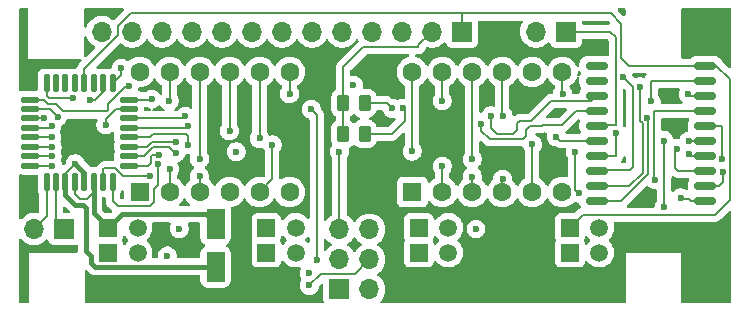
<source format=gbr>
%TF.GenerationSoftware,KiCad,Pcbnew,9.0.0*%
%TF.CreationDate,2025-05-14T14:17:17+02:00*%
%TF.ProjectId,Fluke_8050a_TM1637_Display_PCB,466c756b-655f-4383-9035-30615f544d31,rev?*%
%TF.SameCoordinates,Original*%
%TF.FileFunction,Copper,L4,Bot*%
%TF.FilePolarity,Positive*%
%FSLAX46Y46*%
G04 Gerber Fmt 4.6, Leading zero omitted, Abs format (unit mm)*
G04 Created by KiCad (PCBNEW 9.0.0) date 2025-05-14 14:17:17*
%MOMM*%
%LPD*%
G01*
G04 APERTURE LIST*
G04 Aperture macros list*
%AMRoundRect*
0 Rectangle with rounded corners*
0 $1 Rounding radius*
0 $2 $3 $4 $5 $6 $7 $8 $9 X,Y pos of 4 corners*
0 Add a 4 corners polygon primitive as box body*
4,1,4,$2,$3,$4,$5,$6,$7,$8,$9,$2,$3,0*
0 Add four circle primitives for the rounded corners*
1,1,$1+$1,$2,$3*
1,1,$1+$1,$4,$5*
1,1,$1+$1,$6,$7*
1,1,$1+$1,$8,$9*
0 Add four rect primitives between the rounded corners*
20,1,$1+$1,$2,$3,$4,$5,0*
20,1,$1+$1,$4,$5,$6,$7,0*
20,1,$1+$1,$6,$7,$8,$9,0*
20,1,$1+$1,$8,$9,$2,$3,0*%
G04 Aperture macros list end*
%TA.AperFunction,ComponentPad*%
%ADD10R,1.600000X1.600000*%
%TD*%
%TA.AperFunction,ComponentPad*%
%ADD11C,1.600000*%
%TD*%
%TA.AperFunction,ComponentPad*%
%ADD12R,1.500000X1.500000*%
%TD*%
%TA.AperFunction,ComponentPad*%
%ADD13C,1.500000*%
%TD*%
%TA.AperFunction,ComponentPad*%
%ADD14R,1.700000X1.700000*%
%TD*%
%TA.AperFunction,ComponentPad*%
%ADD15O,1.700000X1.700000*%
%TD*%
%TA.AperFunction,SMDPad,CuDef*%
%ADD16RoundRect,0.150000X0.800000X0.150000X-0.800000X0.150000X-0.800000X-0.150000X0.800000X-0.150000X0*%
%TD*%
%TA.AperFunction,SMDPad,CuDef*%
%ADD17RoundRect,0.250000X-0.262500X-0.450000X0.262500X-0.450000X0.262500X0.450000X-0.262500X0.450000X0*%
%TD*%
%TA.AperFunction,SMDPad,CuDef*%
%ADD18RoundRect,0.250000X0.550000X-1.050000X0.550000X1.050000X-0.550000X1.050000X-0.550000X-1.050000X0*%
%TD*%
%TA.AperFunction,SMDPad,CuDef*%
%ADD19RoundRect,0.125000X0.125000X-0.625000X0.125000X0.625000X-0.125000X0.625000X-0.125000X-0.625000X0*%
%TD*%
%TA.AperFunction,SMDPad,CuDef*%
%ADD20RoundRect,0.125000X0.625000X-0.125000X0.625000X0.125000X-0.625000X0.125000X-0.625000X-0.125000X0*%
%TD*%
%TA.AperFunction,ViaPad*%
%ADD21C,0.600000*%
%TD*%
%TA.AperFunction,Conductor*%
%ADD22C,0.200000*%
%TD*%
%TA.AperFunction,Conductor*%
%ADD23C,0.400000*%
%TD*%
G04 APERTURE END LIST*
D10*
%TO.P,D2,1,Segement_E*%
%TO.N,/Segment E*%
X154400000Y-56060000D03*
D11*
%TO.P,D2,2,Segement_D*%
%TO.N,/Segment D*%
X156940000Y-56060000D03*
%TO.P,D2,3,DOT*%
%TO.N,/DOT*%
X159480000Y-56060000D03*
%TO.P,D2,4,Segement_C*%
%TO.N,/Segment C*%
X162020000Y-56060000D03*
%TO.P,D2,5,Segement_G*%
%TO.N,/Segment G*%
X164560000Y-56060000D03*
%TO.P,D2,6,NC*%
%TO.N,unconnected-(D2-NC-Pad6)*%
X167100000Y-56060000D03*
%TO.P,D2,7,Segement_B*%
%TO.N,/Segment B*%
X167100000Y-45900000D03*
%TO.P,D2,8,DIG3_(Common_Anode)*%
%TO.N,/DIGIT6*%
X164560000Y-45900000D03*
%TO.P,D2,9,DIG2_(Common_Anode)*%
%TO.N,/DIGIT5*%
X162020000Y-45900000D03*
%TO.P,D2,10,Segement_F*%
%TO.N,/Segment F*%
X159480000Y-45900000D03*
%TO.P,D2,11,Segement_A*%
%TO.N,/Segment A*%
X156940000Y-45900000D03*
%TO.P,D2,12,DIG1_(Common_Anode)*%
%TO.N,/DIGIT4*%
X154400000Y-45900000D03*
%TD*%
D12*
%TO.P,D8,1,K*%
%TO.N,Net-(D4-A)*%
X165140000Y-61200000D03*
D13*
%TO.P,D8,2,A*%
%TO.N,Net-(D8-A)*%
X167640000Y-61200000D03*
%TD*%
D12*
%TO.P,D10,1,K*%
%TO.N,Net-(D10-K)*%
X190840000Y-61200000D03*
D13*
%TO.P,D10,2,A*%
%TO.N,Net-(D10-A)*%
X193340000Y-61200000D03*
%TD*%
D10*
%TO.P,D1,1,Segement_E*%
%TO.N,/Segment E*%
X177500000Y-56060000D03*
D11*
%TO.P,D1,2,Segement_D*%
%TO.N,/Segment D*%
X180040000Y-56060000D03*
%TO.P,D1,3,DOT*%
%TO.N,/DOT*%
X182580000Y-56060000D03*
%TO.P,D1,4,Segement_C*%
%TO.N,/Segment C*%
X185120000Y-56060000D03*
%TO.P,D1,5,Segement_G*%
%TO.N,/Segment G*%
X187660000Y-56060000D03*
%TO.P,D1,6,NC*%
%TO.N,unconnected-(D1-NC-Pad6)*%
X190200000Y-56060000D03*
%TO.P,D1,7,Segement_B*%
%TO.N,/Segment B*%
X190200000Y-45900000D03*
%TO.P,D1,8,DIG3_(Common_Anode)*%
%TO.N,/DIGIT3*%
X187660000Y-45900000D03*
%TO.P,D1,9,DIG2_(Common_Anode)*%
%TO.N,/DIGIT2*%
X185120000Y-45900000D03*
%TO.P,D1,10,Segement_F*%
%TO.N,/Segment F*%
X182580000Y-45900000D03*
%TO.P,D1,11,Segement_A*%
%TO.N,/Segment A*%
X180040000Y-45900000D03*
%TO.P,D1,12,DIG1_(Common_Anode)*%
%TO.N,/DIGIT1*%
X177500000Y-45900000D03*
%TD*%
D12*
%TO.P,D7,1,K*%
%TO.N,Net-(D3-A)*%
X151740000Y-61200000D03*
D13*
%TO.P,D7,2,A*%
%TO.N,Net-(D7-A)*%
X154240000Y-61200000D03*
%TD*%
D12*
%TO.P,D3,1,K*%
%TO.N,GND*%
X151740000Y-59100000D03*
D13*
%TO.P,D3,2,A*%
%TO.N,Net-(D3-A)*%
X154240000Y-59100000D03*
%TD*%
D12*
%TO.P,D9,1,K*%
%TO.N,Net-(D5-A)*%
X178040000Y-61200000D03*
D13*
%TO.P,D9,2,A*%
%TO.N,Net-(D9-A)*%
X180540000Y-61200000D03*
%TD*%
D12*
%TO.P,D6,1,K*%
%TO.N,GND*%
X190840000Y-59100000D03*
D13*
%TO.P,D6,2,A*%
%TO.N,Net-(D10-K)*%
X193340000Y-59100000D03*
%TD*%
D12*
%TO.P,D4,1,K*%
%TO.N,GND*%
X165140000Y-59100000D03*
D13*
%TO.P,D4,2,A*%
%TO.N,Net-(D4-A)*%
X167640000Y-59100000D03*
%TD*%
D12*
%TO.P,D5,1,K*%
%TO.N,GND*%
X178040000Y-59100000D03*
D13*
%TO.P,D5,2,A*%
%TO.N,Net-(D5-A)*%
X180540000Y-59100000D03*
%TD*%
D14*
%TO.P,J1,1,Pin_1*%
%TO.N,/MISO*%
X171325000Y-64325000D03*
D15*
%TO.P,J1,2,Pin_2*%
%TO.N,Net-(J1-Pin_2)*%
X173865000Y-64325000D03*
%TO.P,J1,3,Pin_3*%
%TO.N,/SCK*%
X171325000Y-61785000D03*
%TO.P,J1,4,Pin_4*%
%TO.N,/MOSI*%
X173865000Y-61785000D03*
%TO.P,J1,5,Pin_5*%
%TO.N,/RST*%
X171325000Y-59245000D03*
%TO.P,J1,6,Pin_6*%
%TO.N,GND*%
X173865000Y-59245000D03*
%TD*%
D16*
%TO.P,U1,1,GND*%
%TO.N,GND*%
X202300000Y-45385000D03*
%TO.P,U1,2,SEG1/KS1_(A)*%
%TO.N,/Segment A*%
X202300000Y-46655000D03*
%TO.P,U1,3,SEG2/KS2_(B)*%
%TO.N,/Segment B*%
X202300000Y-47925000D03*
%TO.P,U1,4,SEG3/KS3_(C)*%
%TO.N,/Segment C*%
X202300000Y-49195000D03*
%TO.P,U1,5,SEG4/KS4_(D)*%
%TO.N,/Segment D*%
X202300000Y-50465000D03*
%TO.P,U1,6,SEG5/KS5_(E)*%
%TO.N,/Segment E*%
X202300000Y-51735000D03*
%TO.P,U1,7,SEG6/KS6_(F)*%
%TO.N,/Segment F*%
X202300000Y-53005000D03*
%TO.P,U1,8,SEG7/KS7_(G)*%
%TO.N,/Segment G*%
X202300000Y-54275000D03*
%TO.P,U1,9,SEG8/KS8_(DOT)*%
%TO.N,/DOT*%
X202300000Y-55545000D03*
%TO.P,U1,10,GRID6*%
%TO.N,/DIGIT1*%
X202300000Y-56815000D03*
%TO.P,U1,11,GRID5*%
%TO.N,/DIGIT2*%
X193100000Y-56815000D03*
%TO.P,U1,12,GRID4*%
%TO.N,/DIGIT3*%
X193100000Y-55545000D03*
%TO.P,U1,13,GRID3*%
%TO.N,/DIGIT4*%
X193100000Y-54275000D03*
%TO.P,U1,14,GRID2*%
%TO.N,/DIGIT5*%
X193100000Y-53005000D03*
%TO.P,U1,15,GRID1*%
%TO.N,/DIGIT6*%
X193100000Y-51735000D03*
%TO.P,U1,16,VDD*%
%TO.N,VCC*%
X193100000Y-50465000D03*
%TO.P,U1,17,DIO*%
%TO.N,Net-(U1-DIO)*%
X193100000Y-49195000D03*
%TO.P,U1,18,CLK*%
%TO.N,Net-(U1-CLK)*%
X193100000Y-47925000D03*
%TO.P,U1,19,K1*%
%TO.N,unconnected-(U1-K1-Pad19)*%
X193100000Y-46655000D03*
%TO.P,U1,20,K2*%
%TO.N,unconnected-(U1-K2-Pad20)*%
X193100000Y-45385000D03*
%TD*%
D14*
%TO.P,J4,1,Pin_1*%
%TO.N,Net-(J4-Pin_1)*%
X148000000Y-59200000D03*
D15*
%TO.P,J4,2,Pin_2*%
%TO.N,Net-(J4-Pin_2)*%
X145460000Y-59200000D03*
%TD*%
D14*
%TO.P,J2,1,Pin_1*%
%TO.N,GND*%
X181700000Y-42500000D03*
D15*
%TO.P,J2,2,Pin_2*%
%TO.N,VCC*%
X179160000Y-42500000D03*
%TO.P,J2,3,Pin_3*%
%TO.N,/Strobe 4*%
X176620000Y-42500000D03*
%TO.P,J2,4,Pin_4*%
%TO.N,/Strobe 3*%
X174080000Y-42500000D03*
%TO.P,J2,5,Pin_5*%
%TO.N,/Strobe 2*%
X171540000Y-42500000D03*
%TO.P,J2,6,Pin_6*%
%TO.N,/Strobe 1*%
X169000000Y-42500000D03*
%TO.P,J2,7,Pin_7*%
%TO.N,/DATA Z*%
X166460000Y-42500000D03*
%TO.P,J2,8,Pin_8*%
%TO.N,/DATA Y*%
X163920000Y-42500000D03*
%TO.P,J2,9,Pin_9*%
%TO.N,/DATA X*%
X161380000Y-42500000D03*
%TO.P,J2,10,Pin_10*%
%TO.N,/DATA W*%
X158840000Y-42500000D03*
%TO.P,J2,11,Pin_11*%
%TO.N,/Strobe 0*%
X156300000Y-42500000D03*
%TO.P,J2,12,Pin_12*%
%TO.N,/HV*%
X153760000Y-42500000D03*
%TO.P,J2,13,Pin_13*%
%TO.N,/DP*%
X151220000Y-42500000D03*
%TD*%
D17*
%TO.P,R6,1*%
%TO.N,VCC*%
X171637500Y-48550000D03*
%TO.P,R6,2*%
%TO.N,Net-(U1-CLK)*%
X173462500Y-48550000D03*
%TD*%
D18*
%TO.P,C1,1*%
%TO.N,VCC*%
X160850000Y-62400000D03*
%TO.P,C1,2*%
%TO.N,GND*%
X160850000Y-58800000D03*
%TD*%
D14*
%TO.P,J3,1,Pin_1*%
%TO.N,VCC*%
X190500000Y-42500000D03*
D15*
%TO.P,J3,2,Pin_2*%
%TO.N,Net-(J1-Pin_2)*%
X187960000Y-42500000D03*
%TD*%
D17*
%TO.P,R5,1*%
%TO.N,VCC*%
X171637500Y-51150000D03*
%TO.P,R5,2*%
%TO.N,Net-(U1-DIO)*%
X173462500Y-51150000D03*
%TD*%
D19*
%TO.P,U2,1,PD3*%
%TO.N,/Strobe 1*%
X152125000Y-55215000D03*
%TO.P,U2,2,PD4*%
%TO.N,/DATA Z*%
X151325000Y-55215000D03*
%TO.P,U2,3,GND*%
%TO.N,GND*%
X150525000Y-55215000D03*
%TO.P,U2,4,VCC*%
%TO.N,VCC*%
X149725000Y-55215000D03*
%TO.P,U2,5,GND*%
%TO.N,GND*%
X148925000Y-55215000D03*
%TO.P,U2,6,VCC*%
%TO.N,VCC*%
X148125000Y-55215000D03*
%TO.P,U2,7,XTAL1/PB6*%
%TO.N,Net-(J4-Pin_1)*%
X147325000Y-55215000D03*
%TO.P,U2,8,XTAL2/PB7*%
%TO.N,Net-(J4-Pin_2)*%
X146525000Y-55215000D03*
D20*
%TO.P,U2,9,PD5*%
%TO.N,/DATA Y*%
X145150000Y-53840000D03*
%TO.P,U2,10,PD6*%
%TO.N,/DATA X*%
X145150000Y-53040000D03*
%TO.P,U2,11,PD7*%
%TO.N,/DATA W*%
X145150000Y-52240000D03*
%TO.P,U2,12,PB0*%
%TO.N,/Strobe 0*%
X145150000Y-51440000D03*
%TO.P,U2,13,PB1*%
%TO.N,/HV*%
X145150000Y-50640000D03*
%TO.P,U2,14,PB2*%
%TO.N,/DP*%
X145150000Y-49840000D03*
%TO.P,U2,15,PB3*%
%TO.N,/MOSI*%
X145150000Y-49040000D03*
%TO.P,U2,16,PB4*%
%TO.N,/MISO*%
X145150000Y-48240000D03*
D19*
%TO.P,U2,17,PB5*%
%TO.N,/SCK*%
X146525000Y-46865000D03*
%TO.P,U2,18,AVCC*%
%TO.N,unconnected-(U2-AVCC-Pad18)*%
X147325000Y-46865000D03*
%TO.P,U2,19,ADC6*%
%TO.N,unconnected-(U2-ADC6-Pad19)*%
X148125000Y-46865000D03*
%TO.P,U2,20,AREF*%
%TO.N,unconnected-(U2-AREF-Pad20)*%
X148925000Y-46865000D03*
%TO.P,U2,21,GND*%
%TO.N,GND*%
X149725000Y-46865000D03*
%TO.P,U2,22,ADC7*%
%TO.N,unconnected-(U2-ADC7-Pad22)*%
X150525000Y-46865000D03*
%TO.P,U2,23,PC0*%
%TO.N,/LED NN*%
X151325000Y-46865000D03*
%TO.P,U2,24,PC1*%
%TO.N,/LED REL*%
X152125000Y-46865000D03*
D20*
%TO.P,U2,25,PC2*%
%TO.N,/LED DB*%
X153500000Y-48240000D03*
%TO.P,U2,26,PC3*%
%TO.N,/LED HV*%
X153500000Y-49040000D03*
%TO.P,U2,27,PC4*%
%TO.N,Net-(U1-CLK)*%
X153500000Y-49840000D03*
%TO.P,U2,28,PC5*%
%TO.N,Net-(U1-DIO)*%
X153500000Y-50640000D03*
%TO.P,U2,29,~{RESET}/PC6*%
%TO.N,/RST*%
X153500000Y-51440000D03*
%TO.P,U2,30,PD0*%
%TO.N,/Strobe 4*%
X153500000Y-52240000D03*
%TO.P,U2,31,PD1*%
%TO.N,/Strobe 3*%
X153500000Y-53040000D03*
%TO.P,U2,32,PD2*%
%TO.N,/Strobe 2*%
X153500000Y-53840000D03*
%TD*%
D21*
%TO.N,/DIGIT2*%
X185195000Y-49625000D03*
X197380000Y-49800000D03*
%TO.N,/DIGIT3*%
X196780000Y-47160000D03*
%TO.N,/DIGIT1*%
X191310000Y-52680000D03*
X177500000Y-52610000D03*
X200220000Y-56560000D03*
X191610000Y-56170000D03*
%TO.N,/DIGIT6*%
X164560000Y-51540000D03*
X189660000Y-51380000D03*
%TO.N,/DIGIT5*%
X162020000Y-50890000D03*
X194750000Y-51050000D03*
%TO.N,/DIGIT4*%
X195330000Y-46300000D03*
%TO.N,VCC*%
X148960000Y-53680000D03*
%TO.N,/Segment B*%
X167100000Y-47760000D03*
X200880000Y-47780000D03*
X190220000Y-47760000D03*
%TO.N,/Segment C*%
X198080000Y-55040000D03*
X185140000Y-55000000D03*
%TO.N,/Segment D*%
X156940000Y-54130000D03*
X203739876Y-53269921D03*
X180040000Y-53881000D03*
%TO.N,/Segment G*%
X187670000Y-52040000D03*
X199900000Y-52390000D03*
X165630000Y-52070000D03*
%TO.N,/Segment F*%
X200950000Y-52830000D03*
X182580000Y-53280000D03*
X159480000Y-53271000D03*
%TO.N,/DOT*%
X159480000Y-54740000D03*
X203762241Y-54404019D03*
X182580000Y-54760000D03*
%TO.N,/Segment E*%
X198810000Y-51710000D03*
X200890000Y-51750000D03*
X198830000Y-57330000D03*
%TO.N,/Segment A*%
X156930000Y-48360000D03*
X180040000Y-48360000D03*
X197710000Y-48370000D03*
%TO.N,/Strobe 4*%
X157490000Y-51850000D03*
%TO.N,/Strobe 1*%
X156000000Y-53720000D03*
%TO.N,/DATA Z*%
X155300000Y-54710000D03*
%TO.N,/Strobe 2*%
X156010000Y-52910000D03*
%TO.N,/Strobe 3*%
X162592472Y-52661000D03*
X157470000Y-52760000D03*
%TO.N,/DATA W*%
X147000000Y-52240000D03*
%TO.N,/DATA X*%
X147000000Y-53040000D03*
%TO.N,/DP*%
X146300000Y-49800000D03*
%TO.N,/Strobe 0*%
X146980000Y-51440000D03*
%TO.N,/DATA Y*%
X147030358Y-53839426D03*
%TO.N,/HV*%
X146980000Y-50520000D03*
%TO.N,Net-(U1-DIO)*%
X158480000Y-50440000D03*
X183340000Y-50330000D03*
X176700000Y-49000000D03*
%TO.N,Net-(U1-CLK)*%
X175800000Y-49000000D03*
X158260000Y-49670000D03*
X184150000Y-49620000D03*
%TO.N,/MISO*%
X172510000Y-47040000D03*
X153490000Y-47090000D03*
%TO.N,/MOSI*%
X147490000Y-49680000D03*
X168790000Y-63980000D03*
%TO.N,/RST*%
X158510000Y-52070000D03*
X171330000Y-52660000D03*
%TO.N,/SCK*%
X168940000Y-49070000D03*
X169400000Y-61800000D03*
X148810000Y-48150000D03*
%TO.N,/LED HV*%
X157760000Y-59170000D03*
X151550000Y-50400000D03*
%TO.N,/LED REL*%
X156760000Y-61480000D03*
X152860000Y-45570000D03*
%TO.N,/LED DB*%
X155445000Y-48205000D03*
X182890000Y-59200000D03*
%TO.N,/LED NN*%
X168770000Y-62960000D03*
X150190000Y-48270000D03*
%TD*%
D22*
%TO.N,/DIGIT2*%
X197430000Y-54567100D02*
X195182100Y-56815000D01*
X185120000Y-49550000D02*
X185195000Y-49625000D01*
X197380000Y-49800000D02*
X197430000Y-49850000D01*
X185120000Y-45900000D02*
X185120000Y-49550000D01*
X197380000Y-49800000D02*
X197240000Y-49940000D01*
X197430000Y-49850000D02*
X197430000Y-54567100D01*
X195182100Y-56815000D02*
X193100000Y-56815000D01*
%TO.N,/DIGIT3*%
X196779000Y-50048943D02*
X197000000Y-50269943D01*
X195885000Y-55545000D02*
X193100000Y-55545000D01*
X196779000Y-49646943D02*
X196779000Y-50048943D01*
X197000000Y-54430000D02*
X195885000Y-55545000D01*
X196780000Y-49640000D02*
X196772057Y-49640000D01*
X196772057Y-49640000D02*
X196779000Y-49646943D01*
X196780000Y-47160000D02*
X196780000Y-49640000D01*
X197000000Y-50269943D02*
X197000000Y-54430000D01*
%TO.N,/DIGIT1*%
X200923332Y-56623332D02*
X201115000Y-56815000D01*
X200283332Y-56623332D02*
X200923332Y-56623332D01*
X177500000Y-45900000D02*
X177500000Y-52610000D01*
X200220000Y-56560000D02*
X200283332Y-56623332D01*
X201115000Y-56815000D02*
X202300000Y-56815000D01*
X191310000Y-52680000D02*
X191310000Y-55870000D01*
X191310000Y-55870000D02*
X191610000Y-56170000D01*
%TO.N,/DIGIT6*%
X189660000Y-51380000D02*
X190015000Y-51735000D01*
X164560000Y-45900000D02*
X164560000Y-51540000D01*
X164560000Y-51540000D02*
X164560000Y-51620000D01*
X190015000Y-51735000D02*
X193100000Y-51735000D01*
X164230000Y-46230000D02*
X164560000Y-45900000D01*
%TO.N,/DIGIT5*%
X194750000Y-52990000D02*
X194735000Y-53005000D01*
X162020000Y-50890000D02*
X162050000Y-50920000D01*
X194735000Y-53005000D02*
X193100000Y-53005000D01*
X162020000Y-45900000D02*
X162020000Y-50890000D01*
X194750000Y-51050000D02*
X194750000Y-52990000D01*
%TO.N,/DIGIT4*%
X196180000Y-47150000D02*
X196180000Y-53970000D01*
X196180000Y-53970000D02*
X195930000Y-54220000D01*
X195330000Y-46300000D02*
X196180000Y-47150000D01*
X195930000Y-54220000D02*
X193155000Y-54220000D01*
X193155000Y-54220000D02*
X193100000Y-54275000D01*
%TO.N,VCC*%
X171637500Y-48550000D02*
X171637500Y-51150000D01*
X173350000Y-43800000D02*
X178000000Y-43800000D01*
X194730000Y-42970000D02*
X194260000Y-42500000D01*
X194730000Y-50420000D02*
X194730000Y-42970000D01*
D23*
X149600000Y-57150000D02*
X149900000Y-57450000D01*
X149725000Y-54445000D02*
X148960000Y-53680000D01*
X148950000Y-57150000D02*
X149600000Y-57150000D01*
X149900000Y-57450000D02*
X149900000Y-61065742D01*
X148125000Y-55215000D02*
X148125000Y-56325000D01*
X149725000Y-55215000D02*
X149725000Y-54445000D01*
X150300000Y-61465742D02*
X150300000Y-62050000D01*
D22*
X193100000Y-50465000D02*
X193145000Y-50420000D01*
X171637500Y-48550000D02*
X171637500Y-45512500D01*
D23*
X149900000Y-61065742D02*
X150300000Y-61465742D01*
D22*
X178000000Y-43800000D02*
X178000000Y-43660000D01*
D23*
X148125000Y-56325000D02*
X148950000Y-57150000D01*
D22*
X148125000Y-55215000D02*
X148125000Y-54515000D01*
X193145000Y-50420000D02*
X194730000Y-50420000D01*
X178000000Y-43660000D02*
X179160000Y-42500000D01*
D23*
X150650000Y-62400000D02*
X160850000Y-62400000D01*
D22*
X148125000Y-54515000D02*
X148960000Y-53680000D01*
D23*
X150300000Y-62050000D02*
X150650000Y-62400000D01*
D22*
X194260000Y-42500000D02*
X190500000Y-42500000D01*
X171637500Y-45512500D02*
X173350000Y-43800000D01*
%TO.N,Net-(J4-Pin_2)*%
X146525000Y-58135000D02*
X145460000Y-59200000D01*
X146525000Y-58135000D02*
X146525000Y-55215000D01*
%TO.N,Net-(J4-Pin_1)*%
X148000000Y-59075000D02*
X147325000Y-58400000D01*
X148000000Y-59200000D02*
X148000000Y-59075000D01*
X147325000Y-58400000D02*
X147325000Y-58525000D01*
X147325000Y-55215000D02*
X147325000Y-58400000D01*
%TO.N,/Segment B*%
X202300000Y-47925000D02*
X201025000Y-47925000D01*
X190200000Y-45900000D02*
X190200000Y-47740000D01*
X167100000Y-47880000D02*
X167140000Y-47920000D01*
X190200000Y-47740000D02*
X190220000Y-47760000D01*
X167100000Y-47760000D02*
X167100000Y-47880000D01*
X167100000Y-45900000D02*
X167100000Y-47760000D01*
X201025000Y-47925000D02*
X200880000Y-47780000D01*
%TO.N,/Segment C*%
X185120000Y-55020000D02*
X185140000Y-55000000D01*
X202295000Y-49190000D02*
X202300000Y-49195000D01*
X197980000Y-49190000D02*
X202295000Y-49190000D01*
X197980000Y-54940000D02*
X197980000Y-49190000D01*
X185120000Y-56060000D02*
X185120000Y-55020000D01*
X198080000Y-55040000D02*
X197980000Y-54940000D01*
%TO.N,/Segment D*%
X203750000Y-50570000D02*
X203645000Y-50465000D01*
X203645000Y-50465000D02*
X202300000Y-50465000D01*
X203750000Y-53259797D02*
X203750000Y-50570000D01*
X180040000Y-53881000D02*
X180040000Y-56060000D01*
X156940000Y-54130000D02*
X156940000Y-56060000D01*
X203739876Y-53269921D02*
X203750000Y-53259797D01*
%TO.N,/Segment G*%
X199900000Y-52390000D02*
X199750000Y-52540000D01*
X165630000Y-54990000D02*
X164560000Y-56060000D01*
X187670000Y-52040000D02*
X187660000Y-52050000D01*
X165630000Y-52070000D02*
X165630000Y-54990000D01*
X199985000Y-54275000D02*
X202300000Y-54275000D01*
X187660000Y-52050000D02*
X187660000Y-56060000D01*
X199750000Y-54040000D02*
X199985000Y-54275000D01*
X201505000Y-54275000D02*
X202300000Y-54275000D01*
X199750000Y-52540000D02*
X199750000Y-54040000D01*
%TO.N,/Segment F*%
X182580000Y-53280000D02*
X182580000Y-45900000D01*
X159480000Y-45900000D02*
X159480000Y-53271000D01*
X201125000Y-53005000D02*
X200950000Y-52830000D01*
X202300000Y-53005000D02*
X201125000Y-53005000D01*
%TO.N,/DOT*%
X203780000Y-54421778D02*
X203780000Y-55260000D01*
X203780000Y-55260000D02*
X203495000Y-55545000D01*
X203762241Y-54404019D02*
X203780000Y-54421778D01*
X159480000Y-56060000D02*
X159480000Y-54740000D01*
X182580000Y-56060000D02*
X182580000Y-54760000D01*
X203495000Y-55545000D02*
X202300000Y-55545000D01*
%TO.N,/Segment E*%
X202300000Y-51735000D02*
X200905000Y-51735000D01*
X198830000Y-52190000D02*
X198810000Y-52170000D01*
X198830000Y-57330000D02*
X198830000Y-52190000D01*
X198810000Y-52170000D02*
X198810000Y-51710000D01*
X200905000Y-51735000D02*
X200890000Y-51750000D01*
%TO.N,/Segment A*%
X180040000Y-45900000D02*
X180040000Y-48360000D01*
X197710000Y-46660000D02*
X197710000Y-48370000D01*
X197715000Y-46655000D02*
X202300000Y-46655000D01*
X156940000Y-48350000D02*
X156940000Y-45900000D01*
X197710000Y-46660000D02*
X197715000Y-46655000D01*
X180040000Y-48440000D02*
X180050000Y-48450000D01*
X180040000Y-48360000D02*
X180040000Y-48440000D01*
X156930000Y-48360000D02*
X156940000Y-48350000D01*
D23*
%TO.N,GND*%
X150525000Y-57885000D02*
X151740000Y-59100000D01*
D22*
X148925000Y-56235000D02*
X149320000Y-56630000D01*
X153650000Y-40950000D02*
X182400000Y-40950000D01*
X152531000Y-58309000D02*
X151740000Y-59100000D01*
X191950000Y-57990000D02*
X190840000Y-59100000D01*
X195835000Y-45385000D02*
X195190000Y-44740000D01*
D23*
X159999000Y-57949000D02*
X160850000Y-58800000D01*
D22*
X182400000Y-40950000D02*
X181730000Y-40950000D01*
D23*
X150525000Y-55215000D02*
X150525000Y-57885000D01*
D22*
X195190000Y-41830000D02*
X194310000Y-40950000D01*
X150525000Y-56120000D02*
X150525000Y-56255000D01*
X202300000Y-45385000D02*
X203249999Y-45385000D01*
X204370000Y-46505001D02*
X204370000Y-56750000D01*
D23*
X152891000Y-57949000D02*
X159999000Y-57949000D01*
D22*
X149725000Y-45622760D02*
X152609000Y-42738760D01*
X194310000Y-40950000D02*
X182400000Y-40950000D01*
X203249999Y-45385000D02*
X204370000Y-46505001D01*
X195190000Y-44740000D02*
X195190000Y-41830000D01*
X150460000Y-56120000D02*
X150525000Y-56120000D01*
X149725000Y-46865000D02*
X149725000Y-45622760D01*
X181730000Y-40950000D02*
X181700000Y-40980000D01*
X204370000Y-56750000D02*
X203130000Y-57990000D01*
X152609000Y-42738760D02*
X152609000Y-41991000D01*
X149320000Y-56630000D02*
X149950000Y-56630000D01*
X149950000Y-56630000D02*
X150460000Y-56120000D01*
X181700000Y-40980000D02*
X181700000Y-42500000D01*
X148925000Y-55215000D02*
X148925000Y-56235000D01*
X181479000Y-42721000D02*
X181700000Y-42500000D01*
X202300000Y-45385000D02*
X195835000Y-45385000D01*
D23*
X151740000Y-59100000D02*
X152891000Y-57949000D01*
D22*
X150525000Y-55215000D02*
X150525000Y-56255000D01*
X203130000Y-57990000D02*
X191950000Y-57990000D01*
X152609000Y-41991000D02*
X153650000Y-40950000D01*
%TO.N,/Strobe 4*%
X157440000Y-51800000D02*
X157490000Y-51850000D01*
X176620000Y-42500000D02*
X176050000Y-43070000D01*
X153500000Y-52240000D02*
X155025800Y-52240000D01*
X157390000Y-51750000D02*
X157490000Y-51850000D01*
X155465800Y-51800000D02*
X157440000Y-51800000D01*
X155025800Y-52240000D02*
X155465800Y-51800000D01*
%TO.N,/Strobe 1*%
X152125000Y-56845000D02*
X152125000Y-55215000D01*
X155610000Y-56950000D02*
X155280000Y-57280000D01*
X152560000Y-57280000D02*
X152125000Y-56845000D01*
X155610000Y-55832950D02*
X155610000Y-56950000D01*
X155280000Y-57280000D02*
X152560000Y-57280000D01*
X156000000Y-53720000D02*
X155950000Y-53770000D01*
X156000000Y-55442950D02*
X155610000Y-55832950D01*
X156000000Y-53720000D02*
X156000000Y-55442950D01*
%TO.N,/DATA Z*%
X151325000Y-54155000D02*
X151325000Y-55215000D01*
X153014082Y-54710000D02*
X152364082Y-54060000D01*
X151325000Y-54155000D02*
X151420000Y-54060000D01*
X155300000Y-54710000D02*
X153014082Y-54710000D01*
X151420000Y-54060000D02*
X152364082Y-54060000D01*
%TO.N,/Strobe 2*%
X155500000Y-52900000D02*
X155510000Y-52910000D01*
X155400000Y-53600000D02*
X155400000Y-53000000D01*
X155400000Y-53000000D02*
X155500000Y-52900000D01*
X155160000Y-53840000D02*
X155400000Y-53600000D01*
X153500000Y-53840000D02*
X155160000Y-53840000D01*
X155510000Y-52910000D02*
X156010000Y-52910000D01*
%TO.N,/Strobe 3*%
X154792900Y-53040000D02*
X155532900Y-52300000D01*
X157470000Y-52760000D02*
X157370000Y-52760000D01*
X155532900Y-52300000D02*
X156910000Y-52300000D01*
X153500000Y-53040000D02*
X154792900Y-53040000D01*
X157370000Y-52760000D02*
X156910000Y-52300000D01*
%TO.N,/DATA W*%
X147000000Y-52240000D02*
X145150000Y-52240000D01*
%TO.N,/DATA X*%
X145150000Y-53040000D02*
X146980000Y-53040000D01*
X146980000Y-53040000D02*
X146990000Y-53030000D01*
%TO.N,/DP*%
X146260000Y-49840000D02*
X146300000Y-49800000D01*
X145150000Y-49840000D02*
X146260000Y-49840000D01*
%TO.N,/Strobe 0*%
X145150000Y-51440000D02*
X146980000Y-51440000D01*
%TO.N,/DATA Y*%
X147029784Y-53840000D02*
X147030358Y-53839426D01*
X145150000Y-53840000D02*
X147029784Y-53840000D01*
%TO.N,/HV*%
X146940000Y-50640000D02*
X146950000Y-50630000D01*
X145150000Y-50640000D02*
X146940000Y-50640000D01*
%TO.N,Net-(U1-DIO)*%
X187451057Y-50469000D02*
X187948943Y-50469000D01*
X187099000Y-51318943D02*
X187099000Y-50821057D01*
X153500000Y-50640000D02*
X158280000Y-50640000D01*
X158280000Y-50640000D02*
X158480000Y-50440000D01*
X186830000Y-51600000D02*
X187105028Y-51324972D01*
X184060000Y-51600000D02*
X186830000Y-51600000D01*
X187967943Y-50450000D02*
X188490000Y-50450000D01*
X188510000Y-50430000D02*
X190145000Y-50430000D01*
X173462500Y-51150000D02*
X175750000Y-51150000D01*
X187948943Y-50469000D02*
X187967943Y-50450000D01*
X176850000Y-49150000D02*
X176700000Y-49000000D01*
X190145000Y-50430000D02*
X191380000Y-49195000D01*
X175750000Y-51150000D02*
X176850000Y-50050000D01*
X187105028Y-51324972D02*
X187099000Y-51318943D01*
X191380000Y-49195000D02*
X193100000Y-49195000D01*
X187099000Y-50821057D02*
X187451057Y-50469000D01*
X183340000Y-50330000D02*
X183340000Y-50880000D01*
X176850000Y-50050000D02*
X176850000Y-49150000D01*
X188490000Y-50450000D02*
X188510000Y-50430000D01*
X183340000Y-50880000D02*
X184060000Y-51600000D01*
%TO.N,Net-(U1-CLK)*%
X184170000Y-49640000D02*
X184150000Y-49620000D01*
X186370000Y-50820000D02*
X185991000Y-51199000D01*
X184709000Y-51199000D02*
X184170000Y-50660000D01*
X184170000Y-50660000D02*
X184170000Y-49640000D01*
X158090000Y-49840000D02*
X153500000Y-49840000D01*
X186610000Y-50030000D02*
X186370000Y-50270000D01*
X175350000Y-48550000D02*
X175800000Y-49000000D01*
X185991000Y-51199000D02*
X184709000Y-51199000D01*
X193100000Y-47925000D02*
X192664000Y-48361000D01*
X192664000Y-48361000D02*
X189238943Y-48361000D01*
X173462500Y-48550000D02*
X175350000Y-48550000D01*
X189238943Y-48361000D02*
X187569943Y-50030000D01*
X187569943Y-50030000D02*
X186610000Y-50030000D01*
X186370000Y-50270000D02*
X186370000Y-50820000D01*
X158260000Y-49670000D02*
X158090000Y-49840000D01*
%TO.N,/MISO*%
X151750000Y-48595918D02*
X153255918Y-47090000D01*
X145150000Y-48240000D02*
X146272900Y-48240000D01*
X153255918Y-47090000D02*
X153490000Y-47090000D01*
X147319000Y-48639000D02*
X147930000Y-49250000D01*
X151620000Y-49250000D02*
X151750000Y-49120000D01*
X147930000Y-49250000D02*
X151620000Y-49250000D01*
X146272900Y-48240000D02*
X146671900Y-48639000D01*
X151750000Y-49120000D02*
X151750000Y-48595918D01*
X146671900Y-48639000D02*
X147319000Y-48639000D01*
X153490000Y-47090000D02*
X153510000Y-47090000D01*
%TO.N,/MOSI*%
X173865000Y-61785000D02*
X172670000Y-62980000D01*
X145150000Y-49040000D02*
X146850000Y-49040000D01*
X172670000Y-62980000D02*
X169790000Y-62980000D01*
X146850000Y-49040000D02*
X147490000Y-49680000D01*
X169790000Y-62980000D02*
X168790000Y-63980000D01*
%TO.N,/RST*%
X171325000Y-59245000D02*
X171325000Y-52665000D01*
X155260000Y-51440000D02*
X155500000Y-51200000D01*
X158510000Y-52070000D02*
X158510000Y-51350000D01*
X171325000Y-52665000D02*
X171330000Y-52660000D01*
X158360000Y-51200000D02*
X158510000Y-51350000D01*
X153500000Y-51440000D02*
X155260000Y-51440000D01*
X155500000Y-51200000D02*
X158360000Y-51200000D01*
X158510000Y-51350000D02*
X158440000Y-51280000D01*
%TO.N,/SCK*%
X146525000Y-47925000D02*
X146750000Y-48150000D01*
X146750000Y-48150000D02*
X148810000Y-48150000D01*
X146525000Y-46865000D02*
X146525000Y-47925000D01*
X169400000Y-49530000D02*
X168940000Y-49070000D01*
X169400000Y-61800000D02*
X169400000Y-49530000D01*
%TO.N,/LED HV*%
X151590000Y-49870000D02*
X151550000Y-49910000D01*
X153500000Y-49040000D02*
X152420000Y-49040000D01*
X152420000Y-49040000D02*
X151590000Y-49870000D01*
X151550000Y-49910000D02*
X151550000Y-50400000D01*
%TO.N,/LED REL*%
X152125000Y-46865000D02*
X152860000Y-46130000D01*
X152860000Y-46130000D02*
X152860000Y-45570000D01*
%TO.N,/LED DB*%
X153500000Y-48240000D02*
X155450000Y-48240000D01*
X155450000Y-48240000D02*
X155470000Y-48220000D01*
%TO.N,/LED NN*%
X168770000Y-62960000D02*
X168770000Y-63000000D01*
X151325000Y-46865000D02*
X151325000Y-47614999D01*
X168770000Y-63000000D02*
X168850000Y-63080000D01*
X150669999Y-48270000D02*
X150190000Y-48270000D01*
X151325000Y-47614999D02*
X150669999Y-48270000D01*
%TD*%
%TA.AperFunction,NonConductor*%
G36*
X195493039Y-40520185D02*
G01*
X195538794Y-40572989D01*
X195550000Y-40624500D01*
X195550000Y-41041403D01*
X195530315Y-41108442D01*
X195477511Y-41154197D01*
X195408353Y-41164141D01*
X195344797Y-41135116D01*
X195338319Y-41129084D01*
X194921416Y-40712181D01*
X194887931Y-40650858D01*
X194892915Y-40581166D01*
X194934787Y-40525233D01*
X195000251Y-40500816D01*
X195009097Y-40500500D01*
X195426000Y-40500500D01*
X195493039Y-40520185D01*
G37*
%TD.AperFunction*%
%TA.AperFunction,NonConductor*%
G36*
X194039343Y-41559144D02*
G01*
X194069330Y-41565668D01*
X194074345Y-41569422D01*
X194076942Y-41570185D01*
X194097584Y-41586819D01*
X194198584Y-41687819D01*
X194232069Y-41749142D01*
X194227085Y-41818834D01*
X194185213Y-41874767D01*
X194119749Y-41899184D01*
X194110903Y-41899500D01*
X191974499Y-41899500D01*
X191907460Y-41879815D01*
X191861705Y-41827011D01*
X191850499Y-41775500D01*
X191850499Y-41674500D01*
X191870184Y-41607461D01*
X191922988Y-41561706D01*
X191974499Y-41550500D01*
X194009903Y-41550500D01*
X194039343Y-41559144D01*
G37*
%TD.AperFunction*%
%TA.AperFunction,NonConductor*%
G36*
X153017941Y-40520185D02*
G01*
X153063696Y-40572989D01*
X153073640Y-40642147D01*
X153044615Y-40705703D01*
X153038583Y-40712181D01*
X152278011Y-41472753D01*
X152216688Y-41506238D01*
X152146996Y-41501254D01*
X152102649Y-41472753D01*
X152099786Y-41469890D01*
X151927820Y-41344951D01*
X151738414Y-41248444D01*
X151738413Y-41248443D01*
X151738412Y-41248443D01*
X151536243Y-41182754D01*
X151536241Y-41182753D01*
X151536240Y-41182753D01*
X151355942Y-41154197D01*
X151326287Y-41149500D01*
X151113713Y-41149500D01*
X151084058Y-41154197D01*
X150903760Y-41182753D01*
X150701585Y-41248444D01*
X150512179Y-41344951D01*
X150340213Y-41469890D01*
X150189890Y-41620213D01*
X150064951Y-41792179D01*
X149968444Y-41981585D01*
X149941931Y-42063184D01*
X149902493Y-42120860D01*
X149838135Y-42148058D01*
X149769288Y-42136143D01*
X149717813Y-42088899D01*
X149700000Y-42024866D01*
X149700000Y-40624500D01*
X149719685Y-40557461D01*
X149772489Y-40511706D01*
X149824000Y-40500500D01*
X152950902Y-40500500D01*
X153017941Y-40520185D01*
G37*
%TD.AperFunction*%
%TA.AperFunction,NonConductor*%
G36*
X149905203Y-42881420D02*
G01*
X149941929Y-42936813D01*
X149950000Y-42961650D01*
X149968444Y-43018414D01*
X150064951Y-43207820D01*
X150189890Y-43379786D01*
X150340213Y-43530109D01*
X150501134Y-43647023D01*
X150512184Y-43655051D01*
X150574457Y-43686781D01*
X150579580Y-43689391D01*
X150630376Y-43737366D01*
X150647171Y-43805187D01*
X150624634Y-43871322D01*
X150610966Y-43887557D01*
X149911681Y-44586843D01*
X149850358Y-44620328D01*
X149780667Y-44615344D01*
X149724733Y-44573473D01*
X149700316Y-44508008D01*
X149700000Y-44499162D01*
X149700000Y-42975133D01*
X149719685Y-42908094D01*
X149772489Y-42862339D01*
X149841647Y-42852395D01*
X149905203Y-42881420D01*
G37*
%TD.AperFunction*%
%TA.AperFunction,NonConductor*%
G36*
X186804217Y-41570185D02*
G01*
X186849972Y-41622989D01*
X186859916Y-41692147D01*
X186837497Y-41747384D01*
X186804950Y-41792181D01*
X186708444Y-41981585D01*
X186642753Y-42183760D01*
X186609500Y-42393713D01*
X186609500Y-42606287D01*
X186642754Y-42816243D01*
X186681930Y-42936815D01*
X186708444Y-43018414D01*
X186804951Y-43207820D01*
X186929890Y-43379786D01*
X187080213Y-43530109D01*
X187252179Y-43655048D01*
X187252181Y-43655049D01*
X187252184Y-43655051D01*
X187441588Y-43751557D01*
X187643757Y-43817246D01*
X187853713Y-43850500D01*
X187853714Y-43850500D01*
X188066286Y-43850500D01*
X188066287Y-43850500D01*
X188276243Y-43817246D01*
X188478412Y-43751557D01*
X188667816Y-43655051D01*
X188839792Y-43530104D01*
X188953329Y-43416566D01*
X189014648Y-43383084D01*
X189084340Y-43388068D01*
X189140274Y-43429939D01*
X189157189Y-43460917D01*
X189206202Y-43592328D01*
X189206206Y-43592335D01*
X189292452Y-43707544D01*
X189292455Y-43707547D01*
X189407664Y-43793793D01*
X189407671Y-43793797D01*
X189542517Y-43844091D01*
X189542516Y-43844091D01*
X189549444Y-43844835D01*
X189602127Y-43850500D01*
X191397872Y-43850499D01*
X191457483Y-43844091D01*
X191592331Y-43793796D01*
X191707546Y-43707546D01*
X191793796Y-43592331D01*
X191844091Y-43457483D01*
X191850500Y-43397873D01*
X191850500Y-43224500D01*
X191870185Y-43157461D01*
X191922989Y-43111706D01*
X191974500Y-43100500D01*
X193959903Y-43100500D01*
X193989343Y-43109144D01*
X194019330Y-43115668D01*
X194024345Y-43119422D01*
X194026942Y-43120185D01*
X194047584Y-43136819D01*
X194093181Y-43182416D01*
X194126666Y-43243739D01*
X194129500Y-43270097D01*
X194129500Y-44463248D01*
X194109815Y-44530287D01*
X194057011Y-44576042D01*
X193995776Y-44586866D01*
X193965711Y-44584500D01*
X193965694Y-44584500D01*
X192234306Y-44584500D01*
X192234298Y-44584500D01*
X192197432Y-44587401D01*
X192197426Y-44587402D01*
X192039606Y-44633254D01*
X192039603Y-44633255D01*
X191898137Y-44716917D01*
X191898129Y-44716923D01*
X191781923Y-44833129D01*
X191781917Y-44833137D01*
X191698255Y-44974603D01*
X191698254Y-44974606D01*
X191652402Y-45132426D01*
X191652401Y-45132432D01*
X191649500Y-45169298D01*
X191649500Y-45369693D01*
X191629815Y-45436732D01*
X191577011Y-45482487D01*
X191507853Y-45492431D01*
X191444297Y-45463406D01*
X191407569Y-45408012D01*
X191405220Y-45400781D01*
X191312287Y-45218390D01*
X191299314Y-45200534D01*
X191191971Y-45052786D01*
X191047213Y-44908028D01*
X190881613Y-44787715D01*
X190881612Y-44787714D01*
X190881610Y-44787713D01*
X190824653Y-44758691D01*
X190699223Y-44694781D01*
X190504534Y-44631522D01*
X190329995Y-44603878D01*
X190302352Y-44599500D01*
X190097648Y-44599500D01*
X190073329Y-44603351D01*
X189895465Y-44631522D01*
X189700776Y-44694781D01*
X189518386Y-44787715D01*
X189352786Y-44908028D01*
X189208028Y-45052786D01*
X189087715Y-45218386D01*
X189040485Y-45311080D01*
X188992510Y-45361876D01*
X188924689Y-45378671D01*
X188858554Y-45356134D01*
X188819515Y-45311080D01*
X188804043Y-45280715D01*
X188772287Y-45218390D01*
X188759314Y-45200534D01*
X188651971Y-45052786D01*
X188507213Y-44908028D01*
X188341613Y-44787715D01*
X188341612Y-44787714D01*
X188341610Y-44787713D01*
X188284653Y-44758691D01*
X188159223Y-44694781D01*
X187964534Y-44631522D01*
X187789995Y-44603878D01*
X187762352Y-44599500D01*
X187557648Y-44599500D01*
X187533329Y-44603351D01*
X187355465Y-44631522D01*
X187160776Y-44694781D01*
X186978386Y-44787715D01*
X186812786Y-44908028D01*
X186668028Y-45052786D01*
X186547715Y-45218386D01*
X186500485Y-45311080D01*
X186452510Y-45361876D01*
X186384689Y-45378671D01*
X186318554Y-45356134D01*
X186279515Y-45311080D01*
X186264043Y-45280715D01*
X186232287Y-45218390D01*
X186219314Y-45200534D01*
X186111971Y-45052786D01*
X185967213Y-44908028D01*
X185801613Y-44787715D01*
X185801612Y-44787714D01*
X185801610Y-44787713D01*
X185744653Y-44758691D01*
X185619223Y-44694781D01*
X185424534Y-44631522D01*
X185249995Y-44603878D01*
X185222352Y-44599500D01*
X185017648Y-44599500D01*
X184993329Y-44603351D01*
X184815465Y-44631522D01*
X184620776Y-44694781D01*
X184438386Y-44787715D01*
X184272786Y-44908028D01*
X184128028Y-45052786D01*
X184007715Y-45218386D01*
X183960485Y-45311080D01*
X183912510Y-45361876D01*
X183844689Y-45378671D01*
X183778554Y-45356134D01*
X183739515Y-45311080D01*
X183724043Y-45280715D01*
X183692287Y-45218390D01*
X183679314Y-45200534D01*
X183571971Y-45052786D01*
X183427213Y-44908028D01*
X183261613Y-44787715D01*
X183261612Y-44787714D01*
X183261610Y-44787713D01*
X183204653Y-44758691D01*
X183079223Y-44694781D01*
X182884534Y-44631522D01*
X182709995Y-44603878D01*
X182682352Y-44599500D01*
X182477648Y-44599500D01*
X182453329Y-44603351D01*
X182275465Y-44631522D01*
X182080776Y-44694781D01*
X181898386Y-44787715D01*
X181732786Y-44908028D01*
X181588028Y-45052786D01*
X181467715Y-45218386D01*
X181420485Y-45311080D01*
X181372510Y-45361876D01*
X181304689Y-45378671D01*
X181238554Y-45356134D01*
X181199515Y-45311080D01*
X181184043Y-45280715D01*
X181152287Y-45218390D01*
X181139314Y-45200534D01*
X181031971Y-45052786D01*
X180887213Y-44908028D01*
X180721613Y-44787715D01*
X180721612Y-44787714D01*
X180721610Y-44787713D01*
X180664653Y-44758691D01*
X180539223Y-44694781D01*
X180344534Y-44631522D01*
X180169995Y-44603878D01*
X180142352Y-44599500D01*
X179937648Y-44599500D01*
X179913329Y-44603351D01*
X179735465Y-44631522D01*
X179540776Y-44694781D01*
X179358386Y-44787715D01*
X179192786Y-44908028D01*
X179048028Y-45052786D01*
X178927715Y-45218386D01*
X178880485Y-45311080D01*
X178832510Y-45361876D01*
X178764689Y-45378671D01*
X178698554Y-45356134D01*
X178659515Y-45311080D01*
X178644043Y-45280715D01*
X178612287Y-45218390D01*
X178599314Y-45200534D01*
X178491971Y-45052786D01*
X178347213Y-44908028D01*
X178181613Y-44787715D01*
X178181612Y-44787714D01*
X178181610Y-44787713D01*
X178124653Y-44758691D01*
X177999223Y-44694781D01*
X177838106Y-44642431D01*
X177780431Y-44602993D01*
X177753233Y-44538634D01*
X177765148Y-44469788D01*
X177812392Y-44418312D01*
X177876425Y-44400500D01*
X178079055Y-44400500D01*
X178079057Y-44400500D01*
X178231784Y-44359577D01*
X178368716Y-44280520D01*
X178480520Y-44168716D01*
X178559577Y-44031784D01*
X178581037Y-43951690D01*
X178589053Y-43937805D01*
X178591979Y-43924359D01*
X178613127Y-43896107D01*
X178675479Y-43833755D01*
X178736799Y-43800272D01*
X178801476Y-43803507D01*
X178843757Y-43817246D01*
X179053713Y-43850500D01*
X179053714Y-43850500D01*
X179266286Y-43850500D01*
X179266287Y-43850500D01*
X179476243Y-43817246D01*
X179678412Y-43751557D01*
X179867816Y-43655051D01*
X180039792Y-43530104D01*
X180153329Y-43416566D01*
X180214648Y-43383084D01*
X180284340Y-43388068D01*
X180340274Y-43429939D01*
X180357189Y-43460917D01*
X180406202Y-43592328D01*
X180406206Y-43592335D01*
X180492452Y-43707544D01*
X180492455Y-43707547D01*
X180607664Y-43793793D01*
X180607671Y-43793797D01*
X180742517Y-43844091D01*
X180742516Y-43844091D01*
X180749444Y-43844835D01*
X180802127Y-43850500D01*
X182597872Y-43850499D01*
X182657483Y-43844091D01*
X182792331Y-43793796D01*
X182907546Y-43707546D01*
X182993796Y-43592331D01*
X183044091Y-43457483D01*
X183050500Y-43397873D01*
X183050499Y-41674499D01*
X183070184Y-41607461D01*
X183122987Y-41561706D01*
X183174499Y-41550500D01*
X186737178Y-41550500D01*
X186804217Y-41570185D01*
G37*
%TD.AperFunction*%
%TA.AperFunction,NonConductor*%
G36*
X204442539Y-40520185D02*
G01*
X204488294Y-40572989D01*
X204499500Y-40624500D01*
X204499500Y-45485903D01*
X204479815Y-45552942D01*
X204427011Y-45598697D01*
X204357853Y-45608641D01*
X204294297Y-45579616D01*
X204287819Y-45573584D01*
X203737589Y-45023355D01*
X203737587Y-45023352D01*
X203728316Y-45014081D01*
X203705955Y-44981175D01*
X203705716Y-44981317D01*
X203703460Y-44977503D01*
X203702189Y-44975632D01*
X203701745Y-44974606D01*
X203701744Y-44974602D01*
X203694146Y-44961755D01*
X203618083Y-44833138D01*
X203618076Y-44833129D01*
X203501870Y-44716923D01*
X203501862Y-44716917D01*
X203360396Y-44633255D01*
X203360393Y-44633254D01*
X203202573Y-44587402D01*
X203202567Y-44587401D01*
X203165701Y-44584500D01*
X203165694Y-44584500D01*
X201434306Y-44584500D01*
X201434298Y-44584500D01*
X201397432Y-44587401D01*
X201397426Y-44587402D01*
X201239606Y-44633254D01*
X201239603Y-44633255D01*
X201098137Y-44716917D01*
X201098129Y-44716923D01*
X201066874Y-44748180D01*
X201005552Y-44781666D01*
X200979192Y-44784500D01*
X200374000Y-44784500D01*
X200306961Y-44764815D01*
X200261206Y-44712011D01*
X200250000Y-44660500D01*
X200250000Y-40624500D01*
X200269685Y-40557461D01*
X200322489Y-40511706D01*
X200374000Y-40500500D01*
X204375500Y-40500500D01*
X204442539Y-40520185D01*
G37*
%TD.AperFunction*%
%TA.AperFunction,NonConductor*%
G36*
X191643239Y-45792038D02*
G01*
X191644432Y-45791890D01*
X191674943Y-45806517D01*
X191705703Y-45820565D01*
X191706675Y-45821730D01*
X191707436Y-45822095D01*
X191730047Y-45849195D01*
X191730641Y-45850159D01*
X191781919Y-45936865D01*
X191787625Y-45942571D01*
X191795238Y-45954917D01*
X191813669Y-46022312D01*
X191792739Y-46088972D01*
X191786377Y-46096717D01*
X191786702Y-46096969D01*
X191781917Y-46103137D01*
X191706655Y-46230400D01*
X191655586Y-46278083D01*
X191586844Y-46290587D01*
X191522255Y-46263942D01*
X191482325Y-46206606D01*
X191477450Y-46147881D01*
X191480785Y-46126826D01*
X191500500Y-46002352D01*
X191500500Y-45914278D01*
X191500838Y-45913124D01*
X191500522Y-45911966D01*
X191510658Y-45879680D01*
X191520185Y-45847239D01*
X191521091Y-45846453D01*
X191521452Y-45845306D01*
X191547450Y-45823613D01*
X191572989Y-45801484D01*
X191574176Y-45801313D01*
X191575100Y-45800543D01*
X191608683Y-45796351D01*
X191642147Y-45791540D01*
X191643239Y-45792038D01*
G37*
%TD.AperFunction*%
%TA.AperFunction,NonConductor*%
G36*
X197302941Y-46005185D02*
G01*
X197348696Y-46057989D01*
X197358640Y-46127147D01*
X197329615Y-46190703D01*
X197323583Y-46197181D01*
X197233923Y-46286840D01*
X197233921Y-46286842D01*
X197229480Y-46291284D01*
X197206778Y-46330606D01*
X197205837Y-46332234D01*
X197205822Y-46332260D01*
X197196049Y-46349187D01*
X197145480Y-46397400D01*
X197076872Y-46410620D01*
X197041216Y-46401744D01*
X197013497Y-46390263D01*
X197013493Y-46390262D01*
X197013488Y-46390260D01*
X196858845Y-46359500D01*
X196858842Y-46359500D01*
X196701158Y-46359500D01*
X196701155Y-46359500D01*
X196546510Y-46390261D01*
X196546498Y-46390264D01*
X196427177Y-46439688D01*
X196407301Y-46441824D01*
X196388571Y-46448811D01*
X196373274Y-46445483D01*
X196357707Y-46447157D01*
X196339829Y-46438207D01*
X196320298Y-46433959D01*
X196298007Y-46417272D01*
X196295228Y-46415881D01*
X196292044Y-46412808D01*
X196164573Y-46285337D01*
X196131088Y-46224014D01*
X196130637Y-46221847D01*
X196113102Y-46133691D01*
X196119329Y-46064099D01*
X196162193Y-46008922D01*
X196228082Y-45985678D01*
X196234719Y-45985500D01*
X197235902Y-45985500D01*
X197302941Y-46005185D01*
G37*
%TD.AperFunction*%
%TA.AperFunction,NonConductor*%
G36*
X144943039Y-40520185D02*
G01*
X144988794Y-40572989D01*
X145000000Y-40624500D01*
X145000000Y-44800000D01*
X149399162Y-44800000D01*
X149466201Y-44819685D01*
X149511956Y-44872489D01*
X149521900Y-44941647D01*
X149492875Y-45005203D01*
X149486843Y-45011681D01*
X149244481Y-45254042D01*
X149244477Y-45254047D01*
X149208051Y-45317139D01*
X149208047Y-45317147D01*
X149202957Y-45325965D01*
X149165423Y-45390975D01*
X149128582Y-45528461D01*
X149126445Y-45534147D01*
X149108936Y-45557404D01*
X149093789Y-45582255D01*
X149088176Y-45584981D01*
X149084423Y-45589967D01*
X149057123Y-45600065D01*
X149030942Y-45612783D01*
X149020352Y-45613667D01*
X149018893Y-45614207D01*
X149017517Y-45613903D01*
X149010380Y-45614500D01*
X148736849Y-45614500D01*
X148736824Y-45614501D01*
X148701375Y-45617290D01*
X148559594Y-45658481D01*
X148490406Y-45658481D01*
X148408728Y-45634751D01*
X148348627Y-45617291D01*
X148348625Y-45617290D01*
X148348620Y-45617290D01*
X148313163Y-45614500D01*
X147936849Y-45614500D01*
X147936824Y-45614501D01*
X147901375Y-45617290D01*
X147759594Y-45658481D01*
X147690406Y-45658481D01*
X147608728Y-45634751D01*
X147548627Y-45617291D01*
X147548625Y-45617290D01*
X147548620Y-45617290D01*
X147513163Y-45614500D01*
X147136849Y-45614500D01*
X147136824Y-45614501D01*
X147101375Y-45617290D01*
X146959594Y-45658481D01*
X146890406Y-45658481D01*
X146808728Y-45634751D01*
X146748627Y-45617291D01*
X146748625Y-45617290D01*
X146748620Y-45617290D01*
X146713163Y-45614500D01*
X146336849Y-45614500D01*
X146336824Y-45614501D01*
X146301372Y-45617291D01*
X146149614Y-45661380D01*
X146149609Y-45661382D01*
X146013583Y-45741827D01*
X146013574Y-45741834D01*
X145901834Y-45853574D01*
X145901827Y-45853583D01*
X145821382Y-45989609D01*
X145821380Y-45989614D01*
X145777292Y-46141366D01*
X145777290Y-46141379D01*
X145774500Y-46176829D01*
X145774500Y-47365500D01*
X145754815Y-47432539D01*
X145702011Y-47478294D01*
X145650500Y-47489500D01*
X144461849Y-47489500D01*
X144461824Y-47489501D01*
X144426375Y-47492290D01*
X144359094Y-47511837D01*
X144289224Y-47511636D01*
X144230555Y-47473694D01*
X144201712Y-47410055D01*
X144200500Y-47392760D01*
X144200500Y-40624500D01*
X144220185Y-40557461D01*
X144272989Y-40511706D01*
X144324500Y-40500500D01*
X144876000Y-40500500D01*
X144943039Y-40520185D01*
G37*
%TD.AperFunction*%
%TA.AperFunction,NonConductor*%
G36*
X191532329Y-46309350D02*
G01*
X191553133Y-46308009D01*
X191566063Y-46315187D01*
X191580636Y-46317709D01*
X191595993Y-46331803D01*
X191614220Y-46341922D01*
X191621217Y-46354952D01*
X191632113Y-46364952D01*
X191637412Y-46385111D01*
X191647276Y-46403478D01*
X191648911Y-46428850D01*
X191649878Y-46432525D01*
X191649547Y-46438699D01*
X191649501Y-46439280D01*
X191649500Y-46439313D01*
X191649500Y-46870701D01*
X191652401Y-46907567D01*
X191652402Y-46907573D01*
X191698254Y-47065393D01*
X191698255Y-47065396D01*
X191698256Y-47065398D01*
X191708529Y-47082768D01*
X191781917Y-47206862D01*
X191786702Y-47213031D01*
X191784256Y-47214927D01*
X191810857Y-47263642D01*
X191805873Y-47333334D01*
X191785069Y-47365703D01*
X191786702Y-47366969D01*
X191781917Y-47373137D01*
X191698255Y-47514603D01*
X191698254Y-47514606D01*
X191652790Y-47671095D01*
X191615184Y-47729981D01*
X191551712Y-47759187D01*
X191533714Y-47760500D01*
X191138046Y-47760500D01*
X191071007Y-47740815D01*
X191025252Y-47688011D01*
X191016429Y-47660691D01*
X191000420Y-47580210D01*
X190989737Y-47526503D01*
X190984808Y-47514603D01*
X190929397Y-47380827D01*
X190929390Y-47380814D01*
X190841789Y-47249711D01*
X190841786Y-47249707D01*
X190836819Y-47244740D01*
X190822115Y-47217812D01*
X190805523Y-47191994D01*
X190804631Y-47185793D01*
X190803334Y-47183417D01*
X190800500Y-47157059D01*
X190800500Y-47129601D01*
X190820185Y-47062562D01*
X190868206Y-47019116D01*
X190881610Y-47012287D01*
X191047219Y-46891966D01*
X191191966Y-46747219D01*
X191191968Y-46747215D01*
X191191971Y-46747213D01*
X191254742Y-46660814D01*
X191312287Y-46581610D01*
X191405220Y-46399219D01*
X191407997Y-46390670D01*
X191419761Y-46373465D01*
X191427183Y-46353985D01*
X191439085Y-46345204D01*
X191447432Y-46332997D01*
X191466631Y-46324882D01*
X191483408Y-46312506D01*
X191498168Y-46311554D01*
X191511790Y-46305797D01*
X191532329Y-46309350D01*
G37*
%TD.AperFunction*%
%TA.AperFunction,NonConductor*%
G36*
X155741445Y-46443865D02*
G01*
X155780485Y-46488919D01*
X155827715Y-46581614D01*
X155948028Y-46747213D01*
X155948034Y-46747219D01*
X156092781Y-46891966D01*
X156258390Y-47012287D01*
X156271793Y-47019116D01*
X156322589Y-47067088D01*
X156339500Y-47129601D01*
X156339500Y-47694077D01*
X156319815Y-47761116D01*
X156267011Y-47806871D01*
X156197853Y-47816815D01*
X156134297Y-47787790D01*
X156112398Y-47762968D01*
X156066789Y-47694711D01*
X156066786Y-47694707D01*
X155955292Y-47583213D01*
X155955288Y-47583210D01*
X155824185Y-47495609D01*
X155824172Y-47495602D01*
X155678501Y-47435264D01*
X155678489Y-47435261D01*
X155523845Y-47404500D01*
X155523842Y-47404500D01*
X155366158Y-47404500D01*
X155366155Y-47404500D01*
X155211510Y-47435261D01*
X155211498Y-47435264D01*
X155065827Y-47495602D01*
X155065814Y-47495609D01*
X154934711Y-47583210D01*
X154934707Y-47583213D01*
X154914740Y-47603181D01*
X154887812Y-47617884D01*
X154861994Y-47634477D01*
X154855793Y-47635368D01*
X154853417Y-47636666D01*
X154827059Y-47639500D01*
X154583101Y-47639500D01*
X154518325Y-47620479D01*
X154518135Y-47620801D01*
X154516867Y-47620051D01*
X154516062Y-47619815D01*
X154513985Y-47618346D01*
X154375390Y-47536382D01*
X154375385Y-47536380D01*
X154326397Y-47522148D01*
X154317457Y-47516438D01*
X154306994Y-47514697D01*
X154288521Y-47497959D01*
X154267512Y-47484542D01*
X154263077Y-47474905D01*
X154255217Y-47467783D01*
X154248725Y-47443715D01*
X154238305Y-47421070D01*
X154239303Y-47408781D01*
X154237022Y-47400324D01*
X154241855Y-47377358D01*
X154242818Y-47365509D01*
X154244410Y-47360497D01*
X154259737Y-47323497D01*
X154265698Y-47293526D01*
X154267793Y-47286937D01*
X154283617Y-47263474D01*
X154296735Y-47238397D01*
X154302897Y-47234887D01*
X154306861Y-47229011D01*
X154332854Y-47217829D01*
X154357451Y-47203823D01*
X154368372Y-47202550D01*
X154371044Y-47201401D01*
X154374004Y-47201893D01*
X154385967Y-47200500D01*
X154502351Y-47200500D01*
X154502352Y-47200500D01*
X154704534Y-47168477D01*
X154899219Y-47105220D01*
X155081610Y-47012287D01*
X155225738Y-46907573D01*
X155247213Y-46891971D01*
X155247215Y-46891968D01*
X155247219Y-46891966D01*
X155391966Y-46747219D01*
X155391968Y-46747215D01*
X155391971Y-46747213D01*
X155512284Y-46581614D01*
X155512285Y-46581613D01*
X155512287Y-46581610D01*
X155559516Y-46488917D01*
X155607489Y-46438123D01*
X155675310Y-46421328D01*
X155741445Y-46443865D01*
G37*
%TD.AperFunction*%
%TA.AperFunction,NonConductor*%
G36*
X177190614Y-44420185D02*
G01*
X177236369Y-44472989D01*
X177246313Y-44542147D01*
X177217288Y-44605703D01*
X177161894Y-44642431D01*
X177000776Y-44694781D01*
X176818386Y-44787715D01*
X176652786Y-44908028D01*
X176508028Y-45052786D01*
X176387715Y-45218386D01*
X176294781Y-45400776D01*
X176231522Y-45595465D01*
X176199500Y-45797648D01*
X176199500Y-46002351D01*
X176231522Y-46204534D01*
X176294781Y-46399223D01*
X176387715Y-46581613D01*
X176508028Y-46747213D01*
X176508034Y-46747219D01*
X176652781Y-46891966D01*
X176818390Y-47012287D01*
X176831793Y-47019116D01*
X176882589Y-47067088D01*
X176899500Y-47129601D01*
X176899500Y-48075500D01*
X176879815Y-48142539D01*
X176827011Y-48188294D01*
X176775500Y-48199500D01*
X176621155Y-48199500D01*
X176466510Y-48230261D01*
X176466498Y-48230264D01*
X176320822Y-48290604D01*
X176320820Y-48290605D01*
X176318885Y-48291899D01*
X176317717Y-48292264D01*
X176315451Y-48293476D01*
X176315221Y-48293045D01*
X176252206Y-48312773D01*
X176184827Y-48294285D01*
X176181115Y-48291899D01*
X176179179Y-48290605D01*
X176179177Y-48290604D01*
X176033501Y-48230264D01*
X176033491Y-48230261D01*
X175878151Y-48199362D01*
X175816241Y-48166977D01*
X175814662Y-48165426D01*
X175718717Y-48069481D01*
X175718716Y-48069480D01*
X175626731Y-48016373D01*
X175581785Y-47990423D01*
X175429057Y-47949499D01*
X175270943Y-47949499D01*
X175263347Y-47949499D01*
X175263331Y-47949500D01*
X174555301Y-47949500D01*
X174488262Y-47929815D01*
X174442507Y-47877011D01*
X174437595Y-47864504D01*
X174429092Y-47838844D01*
X174409814Y-47780666D01*
X174317712Y-47631344D01*
X174193656Y-47507288D01*
X174044334Y-47415186D01*
X173877797Y-47360001D01*
X173877795Y-47360000D01*
X173775016Y-47349500D01*
X173775009Y-47349500D01*
X173415714Y-47349500D01*
X173348675Y-47329815D01*
X173302920Y-47277011D01*
X173292976Y-47207853D01*
X173294097Y-47201309D01*
X173310499Y-47118846D01*
X173310500Y-47118844D01*
X173310500Y-46961155D01*
X173310499Y-46961153D01*
X173296737Y-46891966D01*
X173279737Y-46806503D01*
X173279735Y-46806498D01*
X173219397Y-46660827D01*
X173219390Y-46660814D01*
X173131789Y-46529711D01*
X173131786Y-46529707D01*
X173020292Y-46418213D01*
X173020288Y-46418210D01*
X172889185Y-46330609D01*
X172889172Y-46330602D01*
X172743501Y-46270264D01*
X172743489Y-46270261D01*
X172588845Y-46239500D01*
X172588842Y-46239500D01*
X172431158Y-46239500D01*
X172431157Y-46239500D01*
X172386189Y-46248444D01*
X172316598Y-46242215D01*
X172261421Y-46199351D01*
X172238178Y-46133461D01*
X172238000Y-46126826D01*
X172238000Y-45812597D01*
X172257685Y-45745558D01*
X172274319Y-45724916D01*
X173562417Y-44436819D01*
X173623740Y-44403334D01*
X173650098Y-44400500D01*
X177123575Y-44400500D01*
X177190614Y-44420185D01*
G37*
%TD.AperFunction*%
%TA.AperFunction,NonConductor*%
G36*
X200112260Y-47275185D02*
G01*
X200158015Y-47327989D01*
X200167959Y-47397147D01*
X200159782Y-47426952D01*
X200110264Y-47546498D01*
X200110261Y-47546510D01*
X200079500Y-47701153D01*
X200079500Y-47858846D01*
X200110261Y-48013489D01*
X200110264Y-48013501D01*
X200170602Y-48159172D01*
X200170609Y-48159185D01*
X200258210Y-48290288D01*
X200258213Y-48290292D01*
X200345740Y-48377819D01*
X200379225Y-48439142D01*
X200374241Y-48508834D01*
X200332369Y-48564767D01*
X200266905Y-48589184D01*
X200258059Y-48589500D01*
X198633460Y-48589500D01*
X198566421Y-48569815D01*
X198520666Y-48517011D01*
X198510056Y-48453354D01*
X198510500Y-48448843D01*
X198510500Y-48291155D01*
X198510499Y-48291153D01*
X198492268Y-48199500D01*
X198479737Y-48136503D01*
X198451976Y-48069481D01*
X198419397Y-47990827D01*
X198419390Y-47990814D01*
X198331398Y-47859125D01*
X198310520Y-47792447D01*
X198310500Y-47790234D01*
X198310500Y-47379500D01*
X198330185Y-47312461D01*
X198382989Y-47266706D01*
X198434500Y-47255500D01*
X200045221Y-47255500D01*
X200112260Y-47275185D01*
G37*
%TD.AperFunction*%
%TA.AperFunction,NonConductor*%
G36*
X158227227Y-46425389D02*
G01*
X158239808Y-46424850D01*
X158259673Y-46436445D01*
X158281445Y-46443865D01*
X158290719Y-46454568D01*
X158300150Y-46460073D01*
X158320485Y-46488919D01*
X158367715Y-46581614D01*
X158488028Y-46747213D01*
X158488034Y-46747219D01*
X158632781Y-46891966D01*
X158798390Y-47012287D01*
X158811793Y-47019116D01*
X158862589Y-47067088D01*
X158879500Y-47129601D01*
X158879500Y-48889195D01*
X158859815Y-48956234D01*
X158807011Y-49001989D01*
X158737853Y-49011933D01*
X158686609Y-48992297D01*
X158639185Y-48960609D01*
X158639172Y-48960602D01*
X158493501Y-48900264D01*
X158493489Y-48900261D01*
X158338845Y-48869500D01*
X158338842Y-48869500D01*
X158181158Y-48869500D01*
X158181155Y-48869500D01*
X158026510Y-48900261D01*
X158026498Y-48900264D01*
X157880827Y-48960602D01*
X157880814Y-48960609D01*
X157749711Y-49048210D01*
X157749707Y-49048213D01*
X157638213Y-49159707D01*
X157638210Y-49159711D01*
X157621720Y-49184391D01*
X157615628Y-49189481D01*
X157612331Y-49196703D01*
X157589203Y-49211566D01*
X157568108Y-49229196D01*
X157558733Y-49231147D01*
X157553553Y-49234477D01*
X157518618Y-49239500D01*
X157463371Y-49239500D01*
X157396332Y-49219815D01*
X157350577Y-49167011D01*
X157340633Y-49097853D01*
X157369658Y-49034297D01*
X157394480Y-49012398D01*
X157418238Y-48996523D01*
X157440289Y-48981789D01*
X157551789Y-48870289D01*
X157639394Y-48739179D01*
X157649290Y-48715289D01*
X157680584Y-48639736D01*
X157699737Y-48593497D01*
X157730500Y-48438842D01*
X157730500Y-48281158D01*
X157730500Y-48281155D01*
X157730499Y-48281153D01*
X157714257Y-48199500D01*
X157699737Y-48126503D01*
X157676118Y-48069481D01*
X157639397Y-47980827D01*
X157639390Y-47980814D01*
X157561398Y-47864091D01*
X157540520Y-47797413D01*
X157540500Y-47795200D01*
X157540500Y-47129601D01*
X157560185Y-47062562D01*
X157608206Y-47019116D01*
X157621610Y-47012287D01*
X157787219Y-46891966D01*
X157931966Y-46747219D01*
X157931968Y-46747215D01*
X157931971Y-46747213D01*
X158052284Y-46581614D01*
X158052285Y-46581613D01*
X158052287Y-46581610D01*
X158099516Y-46488917D01*
X158108161Y-46479764D01*
X158112896Y-46468099D01*
X158131693Y-46454847D01*
X158147489Y-46438123D01*
X158159711Y-46435096D01*
X158170002Y-46427842D01*
X158192982Y-46426856D01*
X158215310Y-46421328D01*
X158227227Y-46425389D01*
G37*
%TD.AperFunction*%
%TA.AperFunction,NonConductor*%
G36*
X156173600Y-48710991D02*
G01*
X156229534Y-48752862D01*
X156233369Y-48758282D01*
X156308210Y-48870288D01*
X156308213Y-48870292D01*
X156419707Y-48981786D01*
X156419711Y-48981789D01*
X156465520Y-49012398D01*
X156510325Y-49066010D01*
X156519032Y-49135335D01*
X156488878Y-49198363D01*
X156429435Y-49235082D01*
X156396629Y-49239500D01*
X155606438Y-49239500D01*
X155539399Y-49219815D01*
X155493644Y-49167011D01*
X155483700Y-49097853D01*
X155512725Y-49034297D01*
X155571503Y-48996523D01*
X155582247Y-48993883D01*
X155643044Y-48981789D01*
X155678497Y-48974737D01*
X155824179Y-48914394D01*
X155955289Y-48826789D01*
X156042587Y-48739490D01*
X156103908Y-48706007D01*
X156173600Y-48710991D01*
G37*
%TD.AperFunction*%
%TA.AperFunction,NonConductor*%
G36*
X154984655Y-48860185D02*
G01*
X154986507Y-48861398D01*
X155044672Y-48900263D01*
X155065821Y-48914394D01*
X155065823Y-48914395D01*
X155065827Y-48914397D01*
X155211498Y-48974735D01*
X155211503Y-48974737D01*
X155246956Y-48981789D01*
X155307753Y-48993883D01*
X155369664Y-49026268D01*
X155404238Y-49086984D01*
X155400499Y-49156753D01*
X155359632Y-49213425D01*
X155294614Y-49239006D01*
X155283562Y-49239500D01*
X154874500Y-49239500D01*
X154807461Y-49219815D01*
X154761706Y-49167011D01*
X154750500Y-49115501D01*
X154750499Y-48964501D01*
X154753049Y-48955814D01*
X154751761Y-48946853D01*
X154762738Y-48922815D01*
X154770183Y-48897461D01*
X154777025Y-48891532D01*
X154780786Y-48883297D01*
X154803017Y-48869010D01*
X154822987Y-48851706D01*
X154833502Y-48849418D01*
X154839564Y-48845523D01*
X154874499Y-48840500D01*
X154917616Y-48840500D01*
X154984655Y-48860185D01*
G37*
%TD.AperFunction*%
%TA.AperFunction,NonConductor*%
G36*
X183921445Y-46443865D02*
G01*
X183960485Y-46488919D01*
X184007715Y-46581614D01*
X184128028Y-46747213D01*
X184128034Y-46747219D01*
X184272781Y-46891966D01*
X184438390Y-47012287D01*
X184451793Y-47019116D01*
X184502589Y-47067088D01*
X184519500Y-47129601D01*
X184519500Y-48726221D01*
X184499815Y-48793260D01*
X184447011Y-48839015D01*
X184377853Y-48848959D01*
X184371309Y-48847838D01*
X184228845Y-48819500D01*
X184228842Y-48819500D01*
X184071158Y-48819500D01*
X184071155Y-48819500D01*
X183916510Y-48850261D01*
X183916498Y-48850264D01*
X183770827Y-48910602D01*
X183770814Y-48910609D01*
X183639711Y-48998210D01*
X183639707Y-48998213D01*
X183528213Y-49109707D01*
X183528210Y-49109711D01*
X183440609Y-49240814D01*
X183440606Y-49240821D01*
X183419061Y-49292835D01*
X183375220Y-49347238D01*
X183308926Y-49369303D01*
X183241227Y-49352024D01*
X183193616Y-49300887D01*
X183180500Y-49245382D01*
X183180500Y-47129601D01*
X183200185Y-47062562D01*
X183248206Y-47019116D01*
X183261610Y-47012287D01*
X183427219Y-46891966D01*
X183571966Y-46747219D01*
X183571968Y-46747215D01*
X183571971Y-46747213D01*
X183692284Y-46581614D01*
X183692285Y-46581613D01*
X183692287Y-46581610D01*
X183739516Y-46488917D01*
X183787489Y-46438123D01*
X183855310Y-46421328D01*
X183921445Y-46443865D01*
G37*
%TD.AperFunction*%
%TA.AperFunction,NonConductor*%
G36*
X188947227Y-46425389D02*
G01*
X188959808Y-46424850D01*
X188979673Y-46436445D01*
X189001445Y-46443865D01*
X189010719Y-46454568D01*
X189020150Y-46460073D01*
X189040485Y-46488919D01*
X189087715Y-46581614D01*
X189208028Y-46747213D01*
X189208034Y-46747219D01*
X189352781Y-46891966D01*
X189518390Y-47012287D01*
X189531793Y-47019116D01*
X189542856Y-47029564D01*
X189556703Y-47035888D01*
X189567744Y-47053068D01*
X189582589Y-47067088D01*
X189586830Y-47082768D01*
X189594477Y-47094666D01*
X189599500Y-47129601D01*
X189599500Y-47210166D01*
X189579815Y-47277205D01*
X189578602Y-47279057D01*
X189510609Y-47380814D01*
X189510602Y-47380827D01*
X189450264Y-47526498D01*
X189450261Y-47526510D01*
X189423571Y-47660691D01*
X189391186Y-47722602D01*
X189330471Y-47757176D01*
X189301954Y-47760500D01*
X189159883Y-47760500D01*
X189121366Y-47770820D01*
X189121367Y-47770821D01*
X189007157Y-47801423D01*
X189007152Y-47801426D01*
X188870233Y-47880475D01*
X188870225Y-47880481D01*
X188803504Y-47947203D01*
X188758423Y-47992284D01*
X188758421Y-47992286D01*
X188044701Y-48706007D01*
X187357527Y-49393181D01*
X187296204Y-49426666D01*
X187269846Y-49429500D01*
X186530942Y-49429500D01*
X186378213Y-49470423D01*
X186346091Y-49488969D01*
X186346083Y-49488974D01*
X186341063Y-49491873D01*
X186241284Y-49549480D01*
X186193480Y-49597283D01*
X186184957Y-49603333D01*
X186161403Y-49611443D01*
X186139545Y-49623379D01*
X186128945Y-49622620D01*
X186118894Y-49626082D01*
X186094693Y-49620170D01*
X186069853Y-49618394D01*
X186061345Y-49612025D01*
X186051020Y-49609503D01*
X186033858Y-49591448D01*
X186013920Y-49576522D01*
X186008837Y-49565124D01*
X186002883Y-49558860D01*
X186000512Y-49546455D01*
X185991571Y-49526404D01*
X185976211Y-49449185D01*
X185964737Y-49391503D01*
X185955542Y-49369303D01*
X185904397Y-49245827D01*
X185904390Y-49245814D01*
X185816789Y-49114711D01*
X185816786Y-49114707D01*
X185756819Y-49054740D01*
X185723334Y-48993417D01*
X185720500Y-48967059D01*
X185720500Y-47129601D01*
X185740185Y-47062562D01*
X185788206Y-47019116D01*
X185801610Y-47012287D01*
X185967219Y-46891966D01*
X186111966Y-46747219D01*
X186111968Y-46747215D01*
X186111971Y-46747213D01*
X186232284Y-46581614D01*
X186232285Y-46581613D01*
X186232287Y-46581610D01*
X186279516Y-46488917D01*
X186327489Y-46438123D01*
X186395310Y-46421328D01*
X186461445Y-46443865D01*
X186500485Y-46488919D01*
X186547715Y-46581614D01*
X186668028Y-46747213D01*
X186812786Y-46891971D01*
X186908012Y-46961155D01*
X186978390Y-47012287D01*
X187059499Y-47053614D01*
X187160776Y-47105218D01*
X187160778Y-47105218D01*
X187160781Y-47105220D01*
X187202718Y-47118846D01*
X187355465Y-47168477D01*
X187443668Y-47182447D01*
X187557648Y-47200500D01*
X187557649Y-47200500D01*
X187762351Y-47200500D01*
X187762352Y-47200500D01*
X187964534Y-47168477D01*
X188159219Y-47105220D01*
X188341610Y-47012287D01*
X188485738Y-46907573D01*
X188507213Y-46891971D01*
X188507215Y-46891968D01*
X188507219Y-46891966D01*
X188651966Y-46747219D01*
X188651968Y-46747215D01*
X188651971Y-46747213D01*
X188772284Y-46581614D01*
X188772285Y-46581613D01*
X188772287Y-46581610D01*
X188819516Y-46488917D01*
X188828161Y-46479764D01*
X188832896Y-46468099D01*
X188851693Y-46454847D01*
X188867489Y-46438123D01*
X188879711Y-46435096D01*
X188890002Y-46427842D01*
X188912982Y-46426856D01*
X188935310Y-46421328D01*
X188947227Y-46425389D01*
G37*
%TD.AperFunction*%
%TA.AperFunction,NonConductor*%
G36*
X190531941Y-48981185D02*
G01*
X190577696Y-49033989D01*
X190587640Y-49103147D01*
X190558615Y-49166703D01*
X190552583Y-49173181D01*
X189932584Y-49793181D01*
X189871261Y-49826666D01*
X189844903Y-49829500D01*
X188919040Y-49829500D01*
X188852001Y-49809815D01*
X188806246Y-49757011D01*
X188796302Y-49687853D01*
X188825327Y-49624297D01*
X188831359Y-49617819D01*
X189451359Y-48997819D01*
X189512682Y-48964334D01*
X189539040Y-48961500D01*
X190464902Y-48961500D01*
X190531941Y-48981185D01*
G37*
%TD.AperFunction*%
%TA.AperFunction,NonConductor*%
G36*
X172593334Y-49470548D02*
G01*
X172637681Y-49499049D01*
X172731344Y-49592712D01*
X172880666Y-49684814D01*
X173023953Y-49732294D01*
X173081396Y-49772065D01*
X173108219Y-49836581D01*
X173095904Y-49905357D01*
X173048361Y-49956557D01*
X173023952Y-49967705D01*
X172880666Y-50015186D01*
X172880663Y-50015187D01*
X172731342Y-50107289D01*
X172637681Y-50200951D01*
X172634902Y-50202468D01*
X172633249Y-50205170D01*
X172604435Y-50219104D01*
X172576358Y-50234436D01*
X172573200Y-50234210D01*
X172570349Y-50235589D01*
X172538580Y-50231734D01*
X172506666Y-50229452D01*
X172503188Y-50227439D01*
X172500988Y-50227173D01*
X172490886Y-50220323D01*
X172470884Y-50208751D01*
X172466420Y-50205052D01*
X172368656Y-50107288D01*
X172289548Y-50058494D01*
X172282884Y-50052972D01*
X172267992Y-50030887D01*
X172250178Y-50011081D01*
X172247911Y-50001105D01*
X172243822Y-49995041D01*
X172243530Y-49981828D01*
X172238000Y-49957491D01*
X172238000Y-49742507D01*
X172257685Y-49675468D01*
X172296903Y-49636968D01*
X172368656Y-49592712D01*
X172462319Y-49499049D01*
X172523642Y-49465564D01*
X172593334Y-49470548D01*
G37*
%TD.AperFunction*%
%TA.AperFunction,NonConductor*%
G36*
X174980161Y-49170185D02*
G01*
X175025916Y-49222989D01*
X175027784Y-49227930D01*
X175027932Y-49227869D01*
X175090602Y-49379172D01*
X175090609Y-49379185D01*
X175178210Y-49510288D01*
X175178213Y-49510292D01*
X175289707Y-49621786D01*
X175289711Y-49621789D01*
X175420814Y-49709390D01*
X175420827Y-49709397D01*
X175520060Y-49750500D01*
X175566503Y-49769737D01*
X175721153Y-49800499D01*
X175721156Y-49800500D01*
X175721158Y-49800500D01*
X175878843Y-49800500D01*
X175895712Y-49797144D01*
X175941571Y-49788022D01*
X176011162Y-49794249D01*
X176066340Y-49837111D01*
X176089585Y-49903000D01*
X176073518Y-49970998D01*
X176053444Y-49997320D01*
X175537584Y-50513181D01*
X175476261Y-50546666D01*
X175449903Y-50549500D01*
X174555301Y-50549500D01*
X174488262Y-50529815D01*
X174442507Y-50477011D01*
X174437595Y-50464504D01*
X174432146Y-50448059D01*
X174409814Y-50380666D01*
X174317712Y-50231344D01*
X174193656Y-50107288D01*
X174059483Y-50024530D01*
X174044336Y-50015187D01*
X174044331Y-50015185D01*
X173990418Y-49997320D01*
X173901046Y-49967705D01*
X173843603Y-49927933D01*
X173816780Y-49863417D01*
X173829095Y-49794642D01*
X173876638Y-49743442D01*
X173901045Y-49732295D01*
X174044334Y-49684814D01*
X174193656Y-49592712D01*
X174317712Y-49468656D01*
X174409814Y-49319334D01*
X174437595Y-49235495D01*
X174477368Y-49178051D01*
X174541884Y-49151228D01*
X174555301Y-49150500D01*
X174913122Y-49150500D01*
X174980161Y-49170185D01*
G37*
%TD.AperFunction*%
%TA.AperFunction,NonConductor*%
G36*
X195535703Y-47355384D02*
G01*
X195542181Y-47361416D01*
X195543181Y-47362416D01*
X195576666Y-47423739D01*
X195579500Y-47450097D01*
X195579500Y-50448059D01*
X195573261Y-50469304D01*
X195571682Y-50491393D01*
X195563609Y-50502176D01*
X195559815Y-50515098D01*
X195543081Y-50529597D01*
X195529810Y-50547326D01*
X195517189Y-50552033D01*
X195507011Y-50560853D01*
X195485093Y-50564004D01*
X195464346Y-50571743D01*
X195451185Y-50568880D01*
X195437853Y-50570797D01*
X195417709Y-50561597D01*
X195396073Y-50556891D01*
X195378347Y-50543622D01*
X195374297Y-50541772D01*
X195367819Y-50535740D01*
X195366819Y-50534740D01*
X195333334Y-50473417D01*
X195330500Y-50447059D01*
X195330500Y-47449097D01*
X195350185Y-47382058D01*
X195402989Y-47336303D01*
X195472147Y-47326359D01*
X195535703Y-47355384D01*
G37*
%TD.AperFunction*%
%TA.AperFunction,NonConductor*%
G36*
X191622344Y-49904404D02*
G01*
X191678277Y-49946276D01*
X191702694Y-50011740D01*
X191698087Y-50055180D01*
X191652401Y-50212432D01*
X191649500Y-50249298D01*
X191649500Y-50680701D01*
X191652401Y-50717567D01*
X191652402Y-50717573D01*
X191698254Y-50875393D01*
X191698257Y-50875400D01*
X191740825Y-50947380D01*
X191758008Y-51015104D01*
X191735848Y-51081366D01*
X191681381Y-51125129D01*
X191634093Y-51134500D01*
X190587112Y-51134500D01*
X190565442Y-51128137D01*
X190542928Y-51126361D01*
X190532562Y-51118482D01*
X190520073Y-51114815D01*
X190505285Y-51097749D01*
X190487303Y-51084081D01*
X190482842Y-51071848D01*
X190474318Y-51062011D01*
X190471104Y-51039660D01*
X190463366Y-51018440D01*
X190466226Y-51005738D01*
X190464374Y-50992853D01*
X190473755Y-50972310D01*
X190478718Y-50950277D01*
X190489556Y-50937709D01*
X190493399Y-50929297D01*
X190500076Y-50922179D01*
X190509347Y-50913041D01*
X190513716Y-50910520D01*
X190625520Y-50798716D01*
X190625521Y-50798713D01*
X191491332Y-49932902D01*
X191552652Y-49899420D01*
X191622344Y-49904404D01*
G37*
%TD.AperFunction*%
%TA.AperFunction,NonConductor*%
G36*
X200843507Y-49792396D02*
G01*
X200850128Y-49791192D01*
X200876607Y-49802115D01*
X200904089Y-49810185D01*
X200908495Y-49815269D01*
X200914718Y-49817837D01*
X200931091Y-49841347D01*
X200949844Y-49862989D01*
X200950801Y-49869649D01*
X200954648Y-49875172D01*
X200955711Y-49903795D01*
X200959788Y-49932147D01*
X200957053Y-49939916D01*
X200957242Y-49944994D01*
X200943782Y-49977620D01*
X200898257Y-50054599D01*
X200898254Y-50054606D01*
X200852402Y-50212426D01*
X200852401Y-50212432D01*
X200849500Y-50249298D01*
X200849500Y-50680701D01*
X200852401Y-50717565D01*
X200852402Y-50717567D01*
X200852402Y-50717569D01*
X200870302Y-50779179D01*
X200876129Y-50799237D01*
X200875929Y-50869107D01*
X200837986Y-50927777D01*
X200781244Y-50955449D01*
X200656508Y-50980261D01*
X200656498Y-50980264D01*
X200510827Y-51040602D01*
X200510814Y-51040609D01*
X200379711Y-51128210D01*
X200379707Y-51128213D01*
X200268213Y-51239707D01*
X200268210Y-51239711D01*
X200180609Y-51370814D01*
X200180604Y-51370824D01*
X200120506Y-51515914D01*
X200076665Y-51570317D01*
X200010371Y-51592382D01*
X199981763Y-51590080D01*
X199978848Y-51589500D01*
X199978842Y-51589500D01*
X199821158Y-51589500D01*
X199821153Y-51589500D01*
X199732163Y-51607201D01*
X199662571Y-51600974D01*
X199607394Y-51558110D01*
X199586355Y-51509776D01*
X199579737Y-51476503D01*
X199555592Y-51418211D01*
X199519397Y-51330827D01*
X199519390Y-51330814D01*
X199431789Y-51199711D01*
X199431786Y-51199707D01*
X199320292Y-51088213D01*
X199320288Y-51088210D01*
X199189185Y-51000609D01*
X199189172Y-51000602D01*
X199043501Y-50940264D01*
X199043489Y-50940261D01*
X198888845Y-50909500D01*
X198888842Y-50909500D01*
X198731158Y-50909500D01*
X198731157Y-50909500D01*
X198728688Y-50909991D01*
X198727369Y-50909872D01*
X198725095Y-50910097D01*
X198725052Y-50909665D01*
X198659097Y-50903762D01*
X198603921Y-50860897D01*
X198580678Y-50795007D01*
X198580500Y-50788373D01*
X198580500Y-49914500D01*
X198600185Y-49847461D01*
X198652989Y-49801706D01*
X198704500Y-49790500D01*
X200837050Y-49790500D01*
X200843507Y-49792396D01*
G37*
%TD.AperFunction*%
%TA.AperFunction,NonConductor*%
G36*
X195504312Y-53042302D02*
G01*
X195558190Y-53086787D01*
X195579465Y-53153339D01*
X195579500Y-53156290D01*
X195579500Y-53495500D01*
X195559815Y-53562539D01*
X195507011Y-53608294D01*
X195455500Y-53619500D01*
X195269098Y-53619500D01*
X195202059Y-53599815D01*
X195156304Y-53547011D01*
X195146360Y-53477853D01*
X195168532Y-53422957D01*
X195174364Y-53414871D01*
X195215520Y-53373716D01*
X195230520Y-53358716D01*
X195290112Y-53255499D01*
X195309577Y-53221785D01*
X195335726Y-53124195D01*
X195372090Y-53064536D01*
X195434937Y-53034007D01*
X195504312Y-53042302D01*
G37*
%TD.AperFunction*%
%TA.AperFunction,NonConductor*%
G36*
X150792615Y-49870185D02*
G01*
X150838370Y-49922989D01*
X150848314Y-49992147D01*
X150840137Y-50021952D01*
X150780264Y-50166498D01*
X150780261Y-50166510D01*
X150749500Y-50321153D01*
X150749500Y-50478846D01*
X150780261Y-50633489D01*
X150780264Y-50633501D01*
X150840602Y-50779172D01*
X150840609Y-50779185D01*
X150928210Y-50910288D01*
X150928213Y-50910292D01*
X151039707Y-51021786D01*
X151039711Y-51021789D01*
X151170814Y-51109390D01*
X151170827Y-51109397D01*
X151294992Y-51160827D01*
X151316503Y-51169737D01*
X151471153Y-51200499D01*
X151471156Y-51200500D01*
X151471158Y-51200500D01*
X151628844Y-51200500D01*
X151628845Y-51200499D01*
X151783497Y-51169737D01*
X151896166Y-51123067D01*
X151929172Y-51109397D01*
X151929172Y-51109396D01*
X151929179Y-51109394D01*
X152060289Y-51021789D01*
X152069098Y-51012979D01*
X152130418Y-50979494D01*
X152200110Y-50984476D01*
X152256045Y-51026345D01*
X152280465Y-51091808D01*
X152275858Y-51135253D01*
X152252291Y-51216372D01*
X152252290Y-51216379D01*
X152249500Y-51251829D01*
X152249500Y-51628150D01*
X152249501Y-51628175D01*
X152252290Y-51663624D01*
X152293481Y-51805406D01*
X152293481Y-51874594D01*
X152252291Y-52016373D01*
X152252290Y-52016379D01*
X152249500Y-52051829D01*
X152249500Y-52428150D01*
X152249501Y-52428175D01*
X152252290Y-52463624D01*
X152293481Y-52605406D01*
X152293481Y-52674594D01*
X152252291Y-52816373D01*
X152252290Y-52816379D01*
X152249500Y-52851829D01*
X152249500Y-53228150D01*
X152249501Y-53228175D01*
X152252290Y-53263623D01*
X152252290Y-53263626D01*
X152252291Y-53263627D01*
X152263121Y-53300907D01*
X152262922Y-53370775D01*
X152224980Y-53429445D01*
X152161341Y-53458288D01*
X152144045Y-53459500D01*
X151340942Y-53459500D01*
X151188214Y-53500423D01*
X151152674Y-53520943D01*
X151152673Y-53520943D01*
X151051287Y-53579477D01*
X151051282Y-53579481D01*
X150844481Y-53786282D01*
X150844477Y-53786287D01*
X150796295Y-53869743D01*
X150796294Y-53869745D01*
X150777381Y-53902502D01*
X150726813Y-53950717D01*
X150669995Y-53964500D01*
X150336849Y-53964500D01*
X150336819Y-53964502D01*
X150299556Y-53967433D01*
X150299108Y-53967338D01*
X150298679Y-53967499D01*
X150264967Y-53960165D01*
X150231179Y-53953066D01*
X150230701Y-53952711D01*
X150230406Y-53952647D01*
X150202152Y-53931496D01*
X150171542Y-53900886D01*
X149756071Y-53485414D01*
X149729191Y-53445185D01*
X149669397Y-53300827D01*
X149669390Y-53300814D01*
X149581789Y-53169711D01*
X149581786Y-53169707D01*
X149470292Y-53058213D01*
X149470288Y-53058210D01*
X149339185Y-52970609D01*
X149339172Y-52970602D01*
X149193501Y-52910264D01*
X149193489Y-52910261D01*
X149038845Y-52879500D01*
X149038842Y-52879500D01*
X148881158Y-52879500D01*
X148881155Y-52879500D01*
X148726510Y-52910261D01*
X148726498Y-52910264D01*
X148580827Y-52970602D01*
X148580814Y-52970609D01*
X148449711Y-53058210D01*
X148449707Y-53058213D01*
X148338213Y-53169707D01*
X148338210Y-53169711D01*
X148250609Y-53300814D01*
X148250602Y-53300827D01*
X148190264Y-53446498D01*
X148190261Y-53446508D01*
X148159361Y-53601850D01*
X148150595Y-53618606D01*
X148146576Y-53637085D01*
X148127832Y-53662124D01*
X148126976Y-53663761D01*
X148125425Y-53665340D01*
X148027967Y-53762797D01*
X147966643Y-53796281D01*
X147896952Y-53791297D01*
X147841019Y-53749425D01*
X147818669Y-53699306D01*
X147811913Y-53665340D01*
X147800095Y-53605929D01*
X147799917Y-53605500D01*
X147737421Y-53454619D01*
X147739026Y-53453954D01*
X147726468Y-53393634D01*
X147735505Y-53356139D01*
X147769737Y-53273497D01*
X147800500Y-53118842D01*
X147800500Y-52961158D01*
X147800500Y-52961155D01*
X147800499Y-52961153D01*
X147791020Y-52913501D01*
X147769737Y-52806503D01*
X147753488Y-52767273D01*
X147720425Y-52687452D01*
X147712956Y-52617983D01*
X147720425Y-52592548D01*
X147745855Y-52531153D01*
X147769737Y-52473497D01*
X147796292Y-52339998D01*
X147800500Y-52318844D01*
X147800500Y-52161155D01*
X147800499Y-52161153D01*
X147793025Y-52123579D01*
X147769737Y-52006503D01*
X147750955Y-51961158D01*
X147710425Y-51863309D01*
X147702956Y-51793840D01*
X147710423Y-51768408D01*
X147749737Y-51673497D01*
X147780500Y-51518842D01*
X147780500Y-51361158D01*
X147780500Y-51361155D01*
X147780499Y-51361153D01*
X147774467Y-51330827D01*
X147749737Y-51206503D01*
X147747532Y-51201180D01*
X147689397Y-51060827D01*
X147689389Y-51060812D01*
X147681424Y-51048892D01*
X147660545Y-50982215D01*
X147679029Y-50914834D01*
X147681424Y-50911108D01*
X147689389Y-50899187D01*
X147689390Y-50899184D01*
X147689394Y-50899179D01*
X147749737Y-50753497D01*
X147780500Y-50598842D01*
X147780500Y-50508979D01*
X147800185Y-50441940D01*
X147852989Y-50396185D01*
X147857020Y-50394430D01*
X147869179Y-50389394D01*
X148000289Y-50301789D01*
X148111789Y-50190289D01*
X148199394Y-50059179D01*
X148201051Y-50055180D01*
X148254124Y-49927048D01*
X148297964Y-49872644D01*
X148364258Y-49850579D01*
X148368685Y-49850500D01*
X150725576Y-49850500D01*
X150792615Y-49870185D01*
G37*
%TD.AperFunction*%
%TA.AperFunction,NonConductor*%
G36*
X188782455Y-51036435D02*
G01*
X188803496Y-51037563D01*
X188815310Y-51046082D01*
X188829282Y-51050185D01*
X188843077Y-51066105D01*
X188860168Y-51078430D01*
X188865500Y-51091983D01*
X188875037Y-51102989D01*
X188878035Y-51123840D01*
X188885750Y-51143448D01*
X188884420Y-51168246D01*
X188884981Y-51172147D01*
X188883860Y-51178692D01*
X188859500Y-51301155D01*
X188859500Y-51458846D01*
X188890261Y-51613489D01*
X188890264Y-51613501D01*
X188950602Y-51759172D01*
X188950609Y-51759185D01*
X189038210Y-51890288D01*
X189038213Y-51890292D01*
X189149707Y-52001786D01*
X189149711Y-52001789D01*
X189280814Y-52089390D01*
X189280827Y-52089397D01*
X189424342Y-52148842D01*
X189426503Y-52149737D01*
X189581158Y-52180500D01*
X189581847Y-52180637D01*
X189623639Y-52197267D01*
X189635461Y-52204697D01*
X189646284Y-52215520D01*
X189722883Y-52259744D01*
X189783215Y-52294577D01*
X189935943Y-52335501D01*
X189935946Y-52335501D01*
X190101653Y-52335501D01*
X190101669Y-52335500D01*
X190411248Y-52335500D01*
X190478287Y-52355185D01*
X190524042Y-52407989D01*
X190533986Y-52477147D01*
X190532865Y-52483691D01*
X190509500Y-52601153D01*
X190509500Y-52758846D01*
X190540261Y-52913489D01*
X190540264Y-52913501D01*
X190600602Y-53059172D01*
X190600609Y-53059185D01*
X190688602Y-53190874D01*
X190709480Y-53257551D01*
X190709500Y-53259765D01*
X190709500Y-54687448D01*
X190689815Y-54754487D01*
X190637011Y-54800242D01*
X190567853Y-54810186D01*
X190547183Y-54805379D01*
X190504542Y-54791524D01*
X190504535Y-54791523D01*
X190403443Y-54775511D01*
X190302352Y-54759500D01*
X190097648Y-54759500D01*
X190073329Y-54763351D01*
X189895465Y-54791522D01*
X189700776Y-54854781D01*
X189518386Y-54947715D01*
X189352786Y-55068028D01*
X189208028Y-55212786D01*
X189087715Y-55378386D01*
X189040485Y-55471080D01*
X188992510Y-55521876D01*
X188924689Y-55538671D01*
X188858554Y-55516134D01*
X188819515Y-55471080D01*
X188810342Y-55453078D01*
X188772287Y-55378390D01*
X188736620Y-55329298D01*
X188651971Y-55212786D01*
X188507213Y-55068028D01*
X188341610Y-54947712D01*
X188328200Y-54940879D01*
X188277406Y-54892903D01*
X188260500Y-54830397D01*
X188260500Y-52632783D01*
X188280185Y-52565744D01*
X188288647Y-52554118D01*
X188291789Y-52550289D01*
X188379390Y-52419185D01*
X188379390Y-52419184D01*
X188379394Y-52419179D01*
X188439737Y-52273497D01*
X188470500Y-52118842D01*
X188470500Y-51961158D01*
X188470500Y-51961155D01*
X188470499Y-51961153D01*
X188456597Y-51891263D01*
X188439737Y-51806503D01*
X188423956Y-51768404D01*
X188379397Y-51660827D01*
X188379390Y-51660814D01*
X188291789Y-51529711D01*
X188291786Y-51529707D01*
X188180292Y-51418213D01*
X188180288Y-51418210D01*
X188049185Y-51330609D01*
X188049175Y-51330604D01*
X187993286Y-51307454D01*
X187969028Y-51287905D01*
X187943580Y-51269939D01*
X187942052Y-51266166D01*
X187938883Y-51263613D01*
X187929045Y-51234055D01*
X187917349Y-51205180D01*
X187918103Y-51201180D01*
X187916818Y-51197319D01*
X187924522Y-51167133D01*
X187930294Y-51136520D01*
X187933090Y-51133563D01*
X187934097Y-51129619D01*
X187956902Y-51108386D01*
X187978305Y-51085758D01*
X187982891Y-51084190D01*
X187985235Y-51082009D01*
X188011017Y-51072508D01*
X188023197Y-51069501D01*
X188028000Y-51069501D01*
X188084304Y-51054414D01*
X188085516Y-51054115D01*
X188087215Y-51054189D01*
X188115238Y-51050500D01*
X188403331Y-51050500D01*
X188403347Y-51050501D01*
X188410943Y-51050501D01*
X188569055Y-51050501D01*
X188569057Y-51050501D01*
X188621552Y-51036435D01*
X188627934Y-51034725D01*
X188660027Y-51030500D01*
X188762243Y-51030500D01*
X188782455Y-51036435D01*
G37*
%TD.AperFunction*%
%TA.AperFunction,NonConductor*%
G36*
X183385703Y-51775384D02*
G01*
X183392174Y-51781410D01*
X183691284Y-52080520D01*
X183691286Y-52080521D01*
X183691290Y-52080524D01*
X183812859Y-52150711D01*
X183828216Y-52159577D01*
X183980943Y-52200501D01*
X183980945Y-52200501D01*
X184146654Y-52200501D01*
X184146670Y-52200500D01*
X186743334Y-52200500D01*
X186750939Y-52200500D01*
X186750943Y-52200501D01*
X186787176Y-52200501D01*
X186854215Y-52220187D01*
X186899969Y-52272992D01*
X186899969Y-52272995D01*
X186901734Y-52277049D01*
X186960602Y-52419172D01*
X186960609Y-52419185D01*
X187038602Y-52535908D01*
X187059480Y-52602585D01*
X187059500Y-52604799D01*
X187059500Y-54830397D01*
X187039815Y-54897436D01*
X186991800Y-54940879D01*
X186978389Y-54947712D01*
X186812786Y-55068028D01*
X186668028Y-55212786D01*
X186547715Y-55378386D01*
X186500485Y-55471080D01*
X186452510Y-55521876D01*
X186384689Y-55538671D01*
X186318554Y-55516134D01*
X186279515Y-55471080D01*
X186270342Y-55453078D01*
X186232287Y-55378390D01*
X186182963Y-55310501D01*
X186111972Y-55212788D01*
X186111968Y-55212784D01*
X186111966Y-55212781D01*
X185976818Y-55077633D01*
X185943334Y-55016310D01*
X185940500Y-54989952D01*
X185940500Y-54921155D01*
X185940499Y-54921153D01*
X185938467Y-54910938D01*
X185909737Y-54766503D01*
X185898881Y-54740294D01*
X185849397Y-54620827D01*
X185849390Y-54620814D01*
X185761789Y-54489711D01*
X185761786Y-54489707D01*
X185650292Y-54378213D01*
X185650288Y-54378210D01*
X185519185Y-54290609D01*
X185519172Y-54290602D01*
X185373501Y-54230264D01*
X185373489Y-54230261D01*
X185218845Y-54199500D01*
X185218842Y-54199500D01*
X185061158Y-54199500D01*
X185061155Y-54199500D01*
X184906510Y-54230261D01*
X184906498Y-54230264D01*
X184760827Y-54290602D01*
X184760814Y-54290609D01*
X184629711Y-54378210D01*
X184629707Y-54378213D01*
X184518213Y-54489707D01*
X184518210Y-54489711D01*
X184430609Y-54620814D01*
X184430602Y-54620827D01*
X184370264Y-54766498D01*
X184370261Y-54766510D01*
X184339500Y-54921153D01*
X184339500Y-54956378D01*
X184319815Y-55023417D01*
X184288385Y-55056696D01*
X184272787Y-55068028D01*
X184272782Y-55068032D01*
X184128028Y-55212786D01*
X184007715Y-55378386D01*
X183960485Y-55471080D01*
X183912510Y-55521876D01*
X183844689Y-55538671D01*
X183778554Y-55516134D01*
X183739515Y-55471080D01*
X183730342Y-55453078D01*
X183692287Y-55378390D01*
X183656620Y-55329298D01*
X183571971Y-55212786D01*
X183427217Y-55068032D01*
X183410786Y-55056095D01*
X183368119Y-55000766D01*
X183362052Y-54931584D01*
X183380500Y-54838842D01*
X183380500Y-54681158D01*
X183380500Y-54681155D01*
X183380499Y-54681153D01*
X183379166Y-54674452D01*
X183349737Y-54526503D01*
X183338672Y-54499789D01*
X183289397Y-54380827D01*
X183289390Y-54380814D01*
X183201789Y-54249711D01*
X183201786Y-54249707D01*
X183090291Y-54138212D01*
X183067678Y-54123103D01*
X183022872Y-54069490D01*
X183014165Y-54000166D01*
X183044319Y-53937138D01*
X183067678Y-53916897D01*
X183090289Y-53901789D01*
X183201789Y-53790289D01*
X183289394Y-53659179D01*
X183349737Y-53513497D01*
X183380500Y-53358842D01*
X183380500Y-53201158D01*
X183380500Y-53201155D01*
X183380499Y-53201153D01*
X183368173Y-53139185D01*
X183349737Y-53046503D01*
X183346703Y-53039179D01*
X183289397Y-52900827D01*
X183289390Y-52900814D01*
X183201398Y-52769125D01*
X183180520Y-52702447D01*
X183180500Y-52700234D01*
X183180500Y-51869097D01*
X183200185Y-51802058D01*
X183252989Y-51756303D01*
X183322147Y-51746359D01*
X183385703Y-51775384D01*
G37*
%TD.AperFunction*%
%TA.AperFunction,NonConductor*%
G36*
X163361445Y-46443865D02*
G01*
X163400485Y-46488919D01*
X163447715Y-46581614D01*
X163568028Y-46747213D01*
X163568034Y-46747219D01*
X163712781Y-46891966D01*
X163878390Y-47012287D01*
X163891793Y-47019116D01*
X163942589Y-47067088D01*
X163959500Y-47129601D01*
X163959500Y-50960234D01*
X163939815Y-51027273D01*
X163938602Y-51029125D01*
X163850609Y-51160814D01*
X163850602Y-51160827D01*
X163790264Y-51306498D01*
X163790261Y-51306510D01*
X163759500Y-51461153D01*
X163759500Y-51618846D01*
X163790261Y-51773489D01*
X163790264Y-51773501D01*
X163850602Y-51919172D01*
X163850609Y-51919185D01*
X163938210Y-52050288D01*
X163938213Y-52050292D01*
X164049707Y-52161786D01*
X164049711Y-52161789D01*
X164180814Y-52249390D01*
X164180827Y-52249397D01*
X164289898Y-52294575D01*
X164326503Y-52309737D01*
X164462366Y-52336762D01*
X164481153Y-52340499D01*
X164481156Y-52340500D01*
X164481158Y-52340500D01*
X164638844Y-52340500D01*
X164757758Y-52316846D01*
X164781266Y-52318949D01*
X164804747Y-52316577D01*
X164815420Y-52322005D01*
X164827350Y-52323073D01*
X164845989Y-52337552D01*
X164867025Y-52348251D01*
X164875405Y-52360403D01*
X164882527Y-52365936D01*
X164888994Y-52375873D01*
X164893273Y-52383192D01*
X164920606Y-52449179D01*
X165008211Y-52580289D01*
X165008949Y-52581027D01*
X165012544Y-52587175D01*
X165020105Y-52617613D01*
X165029480Y-52647551D01*
X165029500Y-52649765D01*
X165029500Y-54674452D01*
X165009815Y-54741491D01*
X164957011Y-54787246D01*
X164887853Y-54797190D01*
X164867183Y-54792383D01*
X164864536Y-54791523D01*
X164864537Y-54791523D01*
X164702810Y-54765908D01*
X164662352Y-54759500D01*
X164457648Y-54759500D01*
X164433329Y-54763351D01*
X164255465Y-54791522D01*
X164060776Y-54854781D01*
X163878386Y-54947715D01*
X163712786Y-55068028D01*
X163568028Y-55212786D01*
X163447715Y-55378386D01*
X163400485Y-55471080D01*
X163352510Y-55521876D01*
X163284689Y-55538671D01*
X163218554Y-55516134D01*
X163179515Y-55471080D01*
X163170342Y-55453078D01*
X163132287Y-55378390D01*
X163096620Y-55329298D01*
X163011971Y-55212786D01*
X162867213Y-55068028D01*
X162701613Y-54947715D01*
X162701612Y-54947714D01*
X162701610Y-54947713D01*
X162621565Y-54906928D01*
X162519223Y-54854781D01*
X162324534Y-54791522D01*
X162149995Y-54763878D01*
X162122352Y-54759500D01*
X161917648Y-54759500D01*
X161893329Y-54763351D01*
X161715465Y-54791522D01*
X161520776Y-54854781D01*
X161338386Y-54947715D01*
X161172786Y-55068028D01*
X161028028Y-55212786D01*
X160907715Y-55378386D01*
X160860485Y-55471080D01*
X160812510Y-55521876D01*
X160744689Y-55538671D01*
X160678554Y-55516134D01*
X160639515Y-55471080D01*
X160630342Y-55453078D01*
X160592287Y-55378390D01*
X160556620Y-55329298D01*
X160471971Y-55212786D01*
X160327222Y-55068037D01*
X160327221Y-55068036D01*
X160327219Y-55068034D01*
X160307305Y-55053566D01*
X160264642Y-54998239D01*
X160258576Y-54929059D01*
X160273351Y-54854781D01*
X160280500Y-54818844D01*
X160280500Y-54661155D01*
X160280499Y-54661153D01*
X160249737Y-54506503D01*
X160229875Y-54458551D01*
X160189397Y-54360827D01*
X160189390Y-54360814D01*
X160101789Y-54229711D01*
X160101786Y-54229707D01*
X159990292Y-54118213D01*
X159990287Y-54118209D01*
X159975910Y-54108603D01*
X159931104Y-54054992D01*
X159922395Y-53985667D01*
X159952549Y-53922639D01*
X159975910Y-53902397D01*
X159984720Y-53896510D01*
X159990289Y-53892789D01*
X160101789Y-53781289D01*
X160189394Y-53650179D01*
X160190503Y-53647503D01*
X160207900Y-53605501D01*
X160249737Y-53504497D01*
X160280500Y-53349842D01*
X160280500Y-53192158D01*
X160280500Y-53192155D01*
X160280499Y-53192153D01*
X160278012Y-53179651D01*
X160249737Y-53037503D01*
X160247323Y-53031676D01*
X160189397Y-52891827D01*
X160189390Y-52891814D01*
X160101398Y-52760125D01*
X160095747Y-52742078D01*
X160085523Y-52726169D01*
X160081071Y-52695207D01*
X160080520Y-52693447D01*
X160080500Y-52691234D01*
X160080500Y-52582153D01*
X161791972Y-52582153D01*
X161791972Y-52739846D01*
X161822733Y-52894489D01*
X161822736Y-52894501D01*
X161883074Y-53040172D01*
X161883081Y-53040185D01*
X161970682Y-53171288D01*
X161970685Y-53171292D01*
X162082179Y-53282786D01*
X162082183Y-53282789D01*
X162213286Y-53370390D01*
X162213299Y-53370397D01*
X162340192Y-53422957D01*
X162358975Y-53430737D01*
X162507331Y-53460247D01*
X162513625Y-53461499D01*
X162513628Y-53461500D01*
X162513630Y-53461500D01*
X162671316Y-53461500D01*
X162671317Y-53461499D01*
X162825969Y-53430737D01*
X162970886Y-53370711D01*
X162971644Y-53370397D01*
X162971644Y-53370396D01*
X162971651Y-53370394D01*
X163102761Y-53282789D01*
X163214261Y-53171289D01*
X163301866Y-53040179D01*
X163302975Y-53037503D01*
X163315539Y-53007166D01*
X163362209Y-52894497D01*
X163392972Y-52739842D01*
X163392972Y-52582158D01*
X163392972Y-52582155D01*
X163392971Y-52582153D01*
X163382826Y-52531153D01*
X163362209Y-52427503D01*
X163341082Y-52376498D01*
X163301869Y-52281827D01*
X163301862Y-52281814D01*
X163214261Y-52150711D01*
X163214258Y-52150707D01*
X163102764Y-52039213D01*
X163102760Y-52039210D01*
X162971657Y-51951609D01*
X162971644Y-51951602D01*
X162825973Y-51891264D01*
X162825961Y-51891261D01*
X162671317Y-51860500D01*
X162671314Y-51860500D01*
X162513630Y-51860500D01*
X162513627Y-51860500D01*
X162358982Y-51891261D01*
X162358970Y-51891264D01*
X162213299Y-51951602D01*
X162213286Y-51951609D01*
X162082183Y-52039210D01*
X162082179Y-52039213D01*
X161970685Y-52150707D01*
X161970682Y-52150711D01*
X161883081Y-52281814D01*
X161883074Y-52281827D01*
X161822736Y-52427498D01*
X161822733Y-52427510D01*
X161791972Y-52582153D01*
X160080500Y-52582153D01*
X160080500Y-47129601D01*
X160100185Y-47062562D01*
X160148206Y-47019116D01*
X160161610Y-47012287D01*
X160327219Y-46891966D01*
X160471966Y-46747219D01*
X160471968Y-46747215D01*
X160471971Y-46747213D01*
X160592284Y-46581614D01*
X160592285Y-46581613D01*
X160592287Y-46581610D01*
X160639516Y-46488917D01*
X160687489Y-46438123D01*
X160755310Y-46421328D01*
X160821445Y-46443865D01*
X160860485Y-46488919D01*
X160907715Y-46581614D01*
X161028028Y-46747213D01*
X161028034Y-46747219D01*
X161172781Y-46891966D01*
X161338390Y-47012287D01*
X161351793Y-47019116D01*
X161402589Y-47067088D01*
X161419500Y-47129601D01*
X161419500Y-50310234D01*
X161399815Y-50377273D01*
X161398602Y-50379125D01*
X161310609Y-50510814D01*
X161310602Y-50510827D01*
X161250264Y-50656498D01*
X161250261Y-50656510D01*
X161219500Y-50811153D01*
X161219500Y-50968846D01*
X161250261Y-51123489D01*
X161250264Y-51123501D01*
X161310602Y-51269172D01*
X161310609Y-51269185D01*
X161398210Y-51400288D01*
X161398213Y-51400292D01*
X161509707Y-51511786D01*
X161509711Y-51511789D01*
X161640814Y-51599390D01*
X161640827Y-51599397D01*
X161762998Y-51650001D01*
X161786503Y-51659737D01*
X161941153Y-51690499D01*
X161941156Y-51690500D01*
X161941158Y-51690500D01*
X162098844Y-51690500D01*
X162098845Y-51690499D01*
X162253497Y-51659737D01*
X162399179Y-51599394D01*
X162530289Y-51511789D01*
X162641789Y-51400289D01*
X162729394Y-51269179D01*
X162731700Y-51263613D01*
X162757560Y-51201180D01*
X162789737Y-51123497D01*
X162820500Y-50968842D01*
X162820500Y-50811158D01*
X162820500Y-50811155D01*
X162820499Y-50811153D01*
X162818025Y-50798716D01*
X162789737Y-50656503D01*
X162780208Y-50633497D01*
X162729397Y-50510827D01*
X162729390Y-50510814D01*
X162641398Y-50379125D01*
X162620520Y-50312447D01*
X162620500Y-50310234D01*
X162620500Y-47129601D01*
X162640185Y-47062562D01*
X162688206Y-47019116D01*
X162701610Y-47012287D01*
X162867219Y-46891966D01*
X163011966Y-46747219D01*
X163011968Y-46747215D01*
X163011971Y-46747213D01*
X163132284Y-46581614D01*
X163132285Y-46581613D01*
X163132287Y-46581610D01*
X163179516Y-46488917D01*
X163227489Y-46438123D01*
X163295310Y-46421328D01*
X163361445Y-46443865D01*
G37*
%TD.AperFunction*%
%TA.AperFunction,NonConductor*%
G36*
X158382946Y-52860910D02*
G01*
X158431158Y-52870500D01*
X158588842Y-52870500D01*
X158590276Y-52870214D01*
X158599418Y-52870625D01*
X158629941Y-52881095D01*
X158660898Y-52890185D01*
X158662782Y-52892360D01*
X158665508Y-52893295D01*
X158685532Y-52918614D01*
X158706653Y-52942989D01*
X158707062Y-52945838D01*
X158708849Y-52948097D01*
X158712004Y-52980204D01*
X158716597Y-53012147D01*
X158715400Y-53014767D01*
X158715682Y-53017632D01*
X158711533Y-53031524D01*
X158712031Y-53031676D01*
X158710261Y-53037510D01*
X158679500Y-53192153D01*
X158679500Y-53349846D01*
X158710261Y-53504489D01*
X158710264Y-53504501D01*
X158770602Y-53650172D01*
X158770609Y-53650185D01*
X158858210Y-53781288D01*
X158858213Y-53781292D01*
X158969707Y-53892786D01*
X158969710Y-53892788D01*
X158969711Y-53892789D01*
X158984092Y-53902398D01*
X159028896Y-53956011D01*
X159037603Y-54025336D01*
X159007448Y-54088363D01*
X158984092Y-54108601D01*
X158982430Y-54109711D01*
X158969707Y-54118213D01*
X158858213Y-54229707D01*
X158858210Y-54229711D01*
X158770609Y-54360814D01*
X158770602Y-54360827D01*
X158710264Y-54506498D01*
X158710261Y-54506510D01*
X158679500Y-54661153D01*
X158679500Y-54818846D01*
X158701423Y-54929059D01*
X158695196Y-54998650D01*
X158652693Y-55053567D01*
X158632781Y-55068033D01*
X158488028Y-55212786D01*
X158367715Y-55378386D01*
X158320485Y-55471080D01*
X158272510Y-55521876D01*
X158204689Y-55538671D01*
X158138554Y-55516134D01*
X158099515Y-55471080D01*
X158090342Y-55453078D01*
X158052287Y-55378390D01*
X158016620Y-55329298D01*
X157931971Y-55212786D01*
X157787213Y-55068028D01*
X157621610Y-54947712D01*
X157608200Y-54940879D01*
X157597138Y-54930431D01*
X157583297Y-54924110D01*
X157572255Y-54906928D01*
X157557406Y-54892903D01*
X157553165Y-54877223D01*
X157545523Y-54865332D01*
X157540500Y-54830397D01*
X157540500Y-54709765D01*
X157560185Y-54642726D01*
X157561398Y-54640874D01*
X157581905Y-54610184D01*
X157649394Y-54509179D01*
X157650503Y-54506503D01*
X157698225Y-54391289D01*
X157709737Y-54363497D01*
X157740500Y-54208842D01*
X157740500Y-54051158D01*
X157740500Y-54051155D01*
X157740499Y-54051153D01*
X157723827Y-53967338D01*
X157709737Y-53896503D01*
X157698653Y-53869743D01*
X157649397Y-53750827D01*
X157649389Y-53750812D01*
X157628451Y-53719477D01*
X157607572Y-53652800D01*
X157626056Y-53585419D01*
X157678034Y-53538729D01*
X157697856Y-53532136D01*
X157697665Y-53531506D01*
X157703489Y-53529738D01*
X157703497Y-53529737D01*
X157849179Y-53469394D01*
X157980289Y-53381789D01*
X158091789Y-53270289D01*
X158179394Y-53139179D01*
X158239737Y-52993497D01*
X158246365Y-52960171D01*
X158262335Y-52929641D01*
X158278005Y-52899040D01*
X158278489Y-52898758D01*
X158278750Y-52898261D01*
X158308617Y-52881253D01*
X158338417Y-52863939D01*
X158339149Y-52863866D01*
X158339466Y-52863687D01*
X158341318Y-52863653D01*
X158373542Y-52860488D01*
X158382946Y-52860910D01*
G37*
%TD.AperFunction*%
%TA.AperFunction,NonConductor*%
G36*
X199616498Y-54755643D02*
G01*
X199700374Y-54804069D01*
X199700375Y-54804070D01*
X199753209Y-54834574D01*
X199753210Y-54834574D01*
X199753215Y-54834577D01*
X199905943Y-54875500D01*
X200064057Y-54875500D01*
X200834093Y-54875500D01*
X200901132Y-54895185D01*
X200946887Y-54947989D01*
X200956831Y-55017147D01*
X200940825Y-55062620D01*
X200898257Y-55134599D01*
X200898254Y-55134606D01*
X200852402Y-55292426D01*
X200852401Y-55292432D01*
X200849500Y-55329298D01*
X200849500Y-55760686D01*
X200849501Y-55760716D01*
X200850804Y-55777282D01*
X200836437Y-55845658D01*
X200787383Y-55895412D01*
X200719217Y-55910748D01*
X200658295Y-55890106D01*
X200599184Y-55850609D01*
X200599172Y-55850602D01*
X200453501Y-55790264D01*
X200453489Y-55790261D01*
X200298845Y-55759500D01*
X200298842Y-55759500D01*
X200141158Y-55759500D01*
X200141155Y-55759500D01*
X199986510Y-55790261D01*
X199986498Y-55790264D01*
X199840827Y-55850602D01*
X199840814Y-55850609D01*
X199709711Y-55938210D01*
X199709707Y-55938213D01*
X199642181Y-56005740D01*
X199580858Y-56039225D01*
X199511166Y-56034241D01*
X199455233Y-55992369D01*
X199430816Y-55926905D01*
X199430500Y-55918059D01*
X199430500Y-54863032D01*
X199450185Y-54795993D01*
X199502989Y-54750238D01*
X199572147Y-54740294D01*
X199616498Y-54755643D01*
G37*
%TD.AperFunction*%
%TA.AperFunction,NonConductor*%
G36*
X153026688Y-55916333D02*
G01*
X153079623Y-55961936D01*
X153099499Y-56028919D01*
X153099500Y-56029274D01*
X153099501Y-56555500D01*
X153079817Y-56622539D01*
X153027013Y-56668294D01*
X152975501Y-56679500D01*
X152860097Y-56679500D01*
X152830656Y-56670855D01*
X152800670Y-56664332D01*
X152795654Y-56660577D01*
X152793058Y-56659815D01*
X152772416Y-56643181D01*
X152761819Y-56632584D01*
X152728334Y-56571261D01*
X152725500Y-56544903D01*
X152725500Y-56298100D01*
X152744520Y-56233324D01*
X152744199Y-56233135D01*
X152744947Y-56231868D01*
X152745185Y-56231061D01*
X152746654Y-56228982D01*
X152748167Y-56226422D01*
X152748170Y-56226420D01*
X152828618Y-56090390D01*
X152856425Y-55994676D01*
X152894029Y-55935794D01*
X152957501Y-55906587D01*
X153026688Y-55916333D01*
G37*
%TD.AperFunction*%
%TA.AperFunction,NonConductor*%
G36*
X158281445Y-56603865D02*
G01*
X158320483Y-56648917D01*
X158343527Y-56694142D01*
X158367715Y-56741614D01*
X158488028Y-56907213D01*
X158617634Y-57036819D01*
X158651119Y-57098142D01*
X158646135Y-57167834D01*
X158604263Y-57223767D01*
X158538799Y-57248184D01*
X158529953Y-57248500D01*
X157890047Y-57248500D01*
X157823008Y-57228815D01*
X157777253Y-57176011D01*
X157767309Y-57106853D01*
X157796334Y-57043297D01*
X157802366Y-57036819D01*
X157866971Y-56972214D01*
X157931966Y-56907219D01*
X157931968Y-56907215D01*
X157931971Y-56907213D01*
X158052284Y-56741614D01*
X158052285Y-56741613D01*
X158052287Y-56741610D01*
X158099516Y-56648917D01*
X158147489Y-56598123D01*
X158215310Y-56581328D01*
X158281445Y-56603865D01*
G37*
%TD.AperFunction*%
%TA.AperFunction,NonConductor*%
G36*
X197420461Y-55528386D02*
G01*
X197464808Y-55556887D01*
X197569707Y-55661786D01*
X197569711Y-55661789D01*
X197700814Y-55749390D01*
X197700827Y-55749397D01*
X197846498Y-55809735D01*
X197846503Y-55809737D01*
X198001153Y-55840499D01*
X198001156Y-55840500D01*
X198105500Y-55840500D01*
X198172539Y-55860185D01*
X198218294Y-55912989D01*
X198229500Y-55964500D01*
X198229500Y-56750234D01*
X198209815Y-56817273D01*
X198208602Y-56819125D01*
X198120609Y-56950814D01*
X198120602Y-56950827D01*
X198060264Y-57096498D01*
X198060261Y-57096510D01*
X198029500Y-57251153D01*
X198029500Y-57265500D01*
X198009815Y-57332539D01*
X197957011Y-57378294D01*
X197905500Y-57389500D01*
X195756198Y-57389500D01*
X195734972Y-57383267D01*
X195712905Y-57381697D01*
X195702101Y-57373615D01*
X195689159Y-57369815D01*
X195674673Y-57353097D01*
X195656957Y-57339845D01*
X195652237Y-57327205D01*
X195643404Y-57317011D01*
X195640255Y-57295114D01*
X195632517Y-57274389D01*
X195635379Y-57261205D01*
X195633460Y-57247853D01*
X195642650Y-57227729D01*
X195647345Y-57206111D01*
X195660630Y-57188357D01*
X195662485Y-57184297D01*
X195668486Y-57177849D01*
X195670323Y-57176011D01*
X195672806Y-57173527D01*
X195672809Y-57173526D01*
X195672824Y-57173511D01*
X195672827Y-57173506D01*
X197289450Y-55556884D01*
X197350769Y-55523402D01*
X197420461Y-55528386D01*
G37*
%TD.AperFunction*%
%TA.AperFunction,NonConductor*%
G36*
X151409185Y-56468049D02*
G01*
X151418147Y-56466761D01*
X151442187Y-56477739D01*
X151467539Y-56485184D01*
X151473466Y-56492024D01*
X151481703Y-56495786D01*
X151495992Y-56518020D01*
X151513294Y-56537988D01*
X151515581Y-56548502D01*
X151519477Y-56554564D01*
X151524500Y-56589499D01*
X151524500Y-56758330D01*
X151524499Y-56758348D01*
X151524499Y-56924054D01*
X151524498Y-56924054D01*
X151537403Y-56972214D01*
X151565423Y-57076785D01*
X151582783Y-57106853D01*
X151584898Y-57110515D01*
X151584899Y-57110519D01*
X151644475Y-57213709D01*
X151644481Y-57213717D01*
X151763349Y-57332585D01*
X151763355Y-57332590D01*
X152052372Y-57621607D01*
X152056709Y-57629550D01*
X152063956Y-57634975D01*
X152073192Y-57659737D01*
X152085857Y-57682930D01*
X152085211Y-57691957D01*
X152088375Y-57700438D01*
X152082758Y-57726262D01*
X152080873Y-57752622D01*
X152075055Y-57761673D01*
X152073525Y-57768712D01*
X152052375Y-57796967D01*
X152036161Y-57813180D01*
X151974842Y-57846665D01*
X151948480Y-57849500D01*
X151531519Y-57849500D01*
X151464480Y-57829815D01*
X151443838Y-57813181D01*
X151261819Y-57631162D01*
X151228334Y-57569839D01*
X151225500Y-57543481D01*
X151225500Y-56589499D01*
X151245185Y-56522460D01*
X151297989Y-56476705D01*
X151349500Y-56465499D01*
X151400500Y-56465499D01*
X151409185Y-56468049D01*
G37*
%TD.AperFunction*%
%TA.AperFunction,NonConductor*%
G36*
X148130703Y-57321806D02*
G01*
X148137181Y-57327838D01*
X148447161Y-57637819D01*
X148480646Y-57699142D01*
X148475662Y-57768834D01*
X148433790Y-57824767D01*
X148368326Y-57849184D01*
X148359480Y-57849500D01*
X148049500Y-57849500D01*
X147982461Y-57829815D01*
X147936706Y-57777011D01*
X147925500Y-57725500D01*
X147925500Y-57415519D01*
X147945185Y-57348480D01*
X147997989Y-57302725D01*
X148067147Y-57292781D01*
X148130703Y-57321806D01*
G37*
%TD.AperFunction*%
%TA.AperFunction,NonConductor*%
G36*
X144337668Y-54565144D02*
G01*
X144342147Y-54564501D01*
X144359094Y-54568162D01*
X144426373Y-54587709D01*
X144461837Y-54590500D01*
X145650500Y-54590499D01*
X145717539Y-54610184D01*
X145763294Y-54662987D01*
X145774500Y-54714499D01*
X145774500Y-55903150D01*
X145774501Y-55903175D01*
X145777291Y-55938627D01*
X145821380Y-56090385D01*
X145821382Y-56090390D01*
X145905801Y-56233135D01*
X145903371Y-56234571D01*
X145924012Y-56287109D01*
X145924500Y-56298100D01*
X145924500Y-57761054D01*
X145904815Y-57828093D01*
X145852011Y-57873848D01*
X145782853Y-57883792D01*
X145781064Y-57883454D01*
X145781055Y-57883516D01*
X145676111Y-57866894D01*
X145566287Y-57849500D01*
X145353713Y-57849500D01*
X145305042Y-57857208D01*
X145143760Y-57882753D01*
X144941585Y-57948444D01*
X144752179Y-58044951D01*
X144580213Y-58169890D01*
X144429894Y-58320209D01*
X144429888Y-58320216D01*
X144424815Y-58327199D01*
X144369484Y-58369863D01*
X144299870Y-58375839D01*
X144238076Y-58343231D01*
X144203721Y-58282391D01*
X144200500Y-58254310D01*
X144200500Y-54687239D01*
X144207896Y-54662049D01*
X144211559Y-54636050D01*
X144217584Y-54629055D01*
X144220185Y-54620200D01*
X144240023Y-54603010D01*
X144257163Y-54583115D01*
X144266014Y-54580488D01*
X144272989Y-54574445D01*
X144298975Y-54570708D01*
X144324146Y-54563240D01*
X144337668Y-54565144D01*
G37*
%TD.AperFunction*%
%TA.AperFunction,NonConductor*%
G36*
X168718834Y-59892154D02*
G01*
X168774767Y-59934026D01*
X168799184Y-59999490D01*
X168799500Y-60008336D01*
X168799500Y-60291664D01*
X168793313Y-60312733D01*
X168791813Y-60334645D01*
X168783661Y-60345602D01*
X168779815Y-60358703D01*
X168763219Y-60373082D01*
X168750111Y-60390705D01*
X168737330Y-60395516D01*
X168727011Y-60404458D01*
X168705275Y-60407583D01*
X168684721Y-60415321D01*
X168671368Y-60412458D01*
X168657853Y-60414402D01*
X168637876Y-60405278D01*
X168616404Y-60400676D01*
X168598285Y-60387198D01*
X168594297Y-60385377D01*
X168588182Y-60379683D01*
X168588085Y-60379611D01*
X168454646Y-60246172D01*
X168451627Y-60243979D01*
X168445559Y-60237947D01*
X168430887Y-60211270D01*
X168414249Y-60185782D01*
X168414214Y-60180955D01*
X168411888Y-60176725D01*
X168413967Y-60146349D01*
X168413751Y-60115914D01*
X168416331Y-60111835D01*
X168416661Y-60107019D01*
X168445931Y-60065046D01*
X168451105Y-60056868D01*
X168451888Y-60056503D01*
X168452442Y-60055710D01*
X168454635Y-60053835D01*
X168454646Y-60053828D01*
X168587819Y-59920655D01*
X168649142Y-59887170D01*
X168718834Y-59892154D01*
G37*
%TD.AperFunction*%
%TA.AperFunction,NonConductor*%
G36*
X192295694Y-59795601D02*
G01*
X192314817Y-59816435D01*
X192382358Y-59909397D01*
X192386173Y-59914647D01*
X192525355Y-60053829D01*
X192527565Y-60055717D01*
X192528170Y-60056644D01*
X192528799Y-60057273D01*
X192528666Y-60057405D01*
X192565753Y-60114228D01*
X192566245Y-60184095D01*
X192528886Y-60243138D01*
X192527565Y-60244283D01*
X192525355Y-60246170D01*
X192386173Y-60385352D01*
X192314817Y-60483565D01*
X192259486Y-60526230D01*
X192189873Y-60532209D01*
X192128078Y-60499603D01*
X192093721Y-60438764D01*
X192090499Y-60410679D01*
X192090499Y-60402129D01*
X192090498Y-60402123D01*
X192090497Y-60402116D01*
X192084091Y-60342517D01*
X192033796Y-60207669D01*
X192033794Y-60207666D01*
X192030696Y-60199360D01*
X192032426Y-60198714D01*
X192019902Y-60141163D01*
X192031691Y-60101011D01*
X192030696Y-60100640D01*
X192033794Y-60092333D01*
X192033796Y-60092331D01*
X192084091Y-59957483D01*
X192090500Y-59897873D01*
X192090499Y-59889327D01*
X192110178Y-59822290D01*
X192162978Y-59776531D01*
X192232136Y-59766582D01*
X192295694Y-59795601D01*
G37*
%TD.AperFunction*%
%TA.AperFunction,NonConductor*%
G36*
X166595694Y-59795601D02*
G01*
X166614817Y-59816435D01*
X166682358Y-59909397D01*
X166686173Y-59914647D01*
X166825355Y-60053829D01*
X166827565Y-60055717D01*
X166828170Y-60056644D01*
X166828799Y-60057273D01*
X166828666Y-60057405D01*
X166865753Y-60114228D01*
X166866245Y-60184095D01*
X166828886Y-60243138D01*
X166827565Y-60244283D01*
X166825355Y-60246170D01*
X166686173Y-60385352D01*
X166614817Y-60483565D01*
X166559486Y-60526230D01*
X166489873Y-60532209D01*
X166428078Y-60499603D01*
X166393721Y-60438764D01*
X166390499Y-60410679D01*
X166390499Y-60402129D01*
X166390498Y-60402123D01*
X166390497Y-60402116D01*
X166384091Y-60342517D01*
X166333796Y-60207669D01*
X166333794Y-60207666D01*
X166330696Y-60199360D01*
X166332426Y-60198714D01*
X166319902Y-60141163D01*
X166331691Y-60101011D01*
X166330696Y-60100640D01*
X166333794Y-60092333D01*
X166333796Y-60092331D01*
X166384091Y-59957483D01*
X166390500Y-59897873D01*
X166390499Y-59889327D01*
X166410178Y-59822290D01*
X166462978Y-59776531D01*
X166532136Y-59766582D01*
X166595694Y-59795601D01*
G37*
%TD.AperFunction*%
%TA.AperFunction,NonConductor*%
G36*
X153195694Y-59795601D02*
G01*
X153214817Y-59816435D01*
X153282358Y-59909397D01*
X153286173Y-59914647D01*
X153425355Y-60053829D01*
X153427565Y-60055717D01*
X153428170Y-60056644D01*
X153428799Y-60057273D01*
X153428666Y-60057405D01*
X153465753Y-60114228D01*
X153466245Y-60184095D01*
X153428886Y-60243138D01*
X153427565Y-60244283D01*
X153425355Y-60246170D01*
X153286173Y-60385352D01*
X153214817Y-60483565D01*
X153159486Y-60526230D01*
X153089873Y-60532209D01*
X153028078Y-60499603D01*
X152993721Y-60438764D01*
X152990499Y-60410679D01*
X152990499Y-60402129D01*
X152990498Y-60402123D01*
X152990497Y-60402116D01*
X152984091Y-60342517D01*
X152933796Y-60207669D01*
X152933794Y-60207666D01*
X152930696Y-60199360D01*
X152932426Y-60198714D01*
X152919902Y-60141163D01*
X152931691Y-60101011D01*
X152930696Y-60100640D01*
X152933794Y-60092333D01*
X152933796Y-60092331D01*
X152984091Y-59957483D01*
X152990500Y-59897873D01*
X152990499Y-59889327D01*
X153010178Y-59822290D01*
X153062978Y-59776531D01*
X153132136Y-59766582D01*
X153195694Y-59795601D01*
G37*
%TD.AperFunction*%
%TA.AperFunction,NonConductor*%
G36*
X170205703Y-60007510D02*
G01*
X170224816Y-60028335D01*
X170277618Y-60101011D01*
X170294896Y-60124792D01*
X170445213Y-60275109D01*
X170617182Y-60400050D01*
X170625946Y-60404516D01*
X170676742Y-60452491D01*
X170693536Y-60520312D01*
X170670998Y-60586447D01*
X170625946Y-60625484D01*
X170617182Y-60629949D01*
X170445213Y-60754890D01*
X170294894Y-60905209D01*
X170294890Y-60905214D01*
X170224818Y-61001661D01*
X170169488Y-61044327D01*
X170099875Y-61050306D01*
X170038080Y-61017700D01*
X170003723Y-60956862D01*
X170000500Y-60928776D01*
X170000500Y-60101223D01*
X170020185Y-60034184D01*
X170072989Y-59988429D01*
X170142147Y-59978485D01*
X170205703Y-60007510D01*
G37*
%TD.AperFunction*%
%TA.AperFunction,NonConductor*%
G36*
X172666444Y-59898999D02*
G01*
X172705486Y-59944056D01*
X172709951Y-59952820D01*
X172834890Y-60124786D01*
X172985213Y-60275109D01*
X173157182Y-60400050D01*
X173165946Y-60404516D01*
X173216742Y-60452491D01*
X173233536Y-60520312D01*
X173210998Y-60586447D01*
X173165946Y-60625484D01*
X173157182Y-60629949D01*
X172985213Y-60754890D01*
X172834890Y-60905213D01*
X172709949Y-61077182D01*
X172705484Y-61085946D01*
X172657509Y-61136742D01*
X172589688Y-61153536D01*
X172523553Y-61130998D01*
X172484516Y-61085946D01*
X172480050Y-61077182D01*
X172355109Y-60905213D01*
X172204786Y-60754890D01*
X172032820Y-60629951D01*
X172032115Y-60629591D01*
X172024054Y-60625485D01*
X171973259Y-60577512D01*
X171956463Y-60509692D01*
X171978999Y-60443556D01*
X172024054Y-60404515D01*
X172032816Y-60400051D01*
X172112004Y-60342518D01*
X172204786Y-60275109D01*
X172204788Y-60275106D01*
X172204792Y-60275104D01*
X172355104Y-60124792D01*
X172355106Y-60124788D01*
X172355109Y-60124786D01*
X172480048Y-59952820D01*
X172480047Y-59952820D01*
X172480051Y-59952816D01*
X172484514Y-59944054D01*
X172532488Y-59893259D01*
X172600308Y-59876463D01*
X172666444Y-59898999D01*
G37*
%TD.AperFunction*%
%TA.AperFunction,NonConductor*%
G36*
X156990603Y-58669185D02*
G01*
X157036358Y-58721989D01*
X157046302Y-58791147D01*
X157038125Y-58820952D01*
X156990264Y-58936498D01*
X156990261Y-58936510D01*
X156959500Y-59091153D01*
X156959500Y-59248846D01*
X156990261Y-59403489D01*
X156990264Y-59403501D01*
X157050602Y-59549172D01*
X157050609Y-59549185D01*
X157138210Y-59680288D01*
X157138213Y-59680292D01*
X157249707Y-59791786D01*
X157249711Y-59791789D01*
X157380814Y-59879390D01*
X157380827Y-59879397D01*
X157512715Y-59934026D01*
X157526503Y-59939737D01*
X157615718Y-59957483D01*
X157681153Y-59970499D01*
X157681156Y-59970500D01*
X157681158Y-59970500D01*
X157838844Y-59970500D01*
X157838845Y-59970499D01*
X157993497Y-59939737D01*
X158139179Y-59879394D01*
X158270289Y-59791789D01*
X158381789Y-59680289D01*
X158469394Y-59549179D01*
X158529737Y-59403497D01*
X158560500Y-59248842D01*
X158560500Y-59091158D01*
X158560500Y-59091155D01*
X158560499Y-59091153D01*
X158537306Y-58974556D01*
X158529737Y-58936503D01*
X158526529Y-58928757D01*
X158481875Y-58820952D01*
X158474406Y-58751483D01*
X158505681Y-58689004D01*
X158565770Y-58653352D01*
X158596436Y-58649500D01*
X159425500Y-58649500D01*
X159492539Y-58669185D01*
X159538294Y-58721989D01*
X159549500Y-58773500D01*
X159549500Y-59900001D01*
X159549501Y-59900018D01*
X159560000Y-60002796D01*
X159560001Y-60002799D01*
X159615185Y-60169331D01*
X159615187Y-60169336D01*
X159625331Y-60185782D01*
X159707288Y-60318656D01*
X159831344Y-60442712D01*
X159897578Y-60483565D01*
X159915243Y-60494461D01*
X159961967Y-60546409D01*
X159973190Y-60615372D01*
X159945346Y-60679454D01*
X159915243Y-60705539D01*
X159831342Y-60757289D01*
X159707289Y-60881342D01*
X159615187Y-61030663D01*
X159615186Y-61030666D01*
X159560001Y-61197203D01*
X159560001Y-61197204D01*
X159560000Y-61197204D01*
X159549500Y-61299983D01*
X159549500Y-61575500D01*
X159529815Y-61642539D01*
X159477011Y-61688294D01*
X159425500Y-61699500D01*
X157683460Y-61699500D01*
X157616421Y-61679815D01*
X157570666Y-61627011D01*
X157560056Y-61563354D01*
X157560500Y-61558843D01*
X157560500Y-61401155D01*
X157560499Y-61401153D01*
X157540378Y-61299998D01*
X157529737Y-61246503D01*
X157509317Y-61197204D01*
X157469397Y-61100827D01*
X157469390Y-61100814D01*
X157381789Y-60969711D01*
X157381786Y-60969707D01*
X157270292Y-60858213D01*
X157270288Y-60858210D01*
X157139185Y-60770609D01*
X157139172Y-60770602D01*
X156993501Y-60710264D01*
X156993489Y-60710261D01*
X156838845Y-60679500D01*
X156838842Y-60679500D01*
X156681158Y-60679500D01*
X156681155Y-60679500D01*
X156526510Y-60710261D01*
X156526498Y-60710264D01*
X156380827Y-60770602D01*
X156380814Y-60770609D01*
X156249711Y-60858210D01*
X156249707Y-60858213D01*
X156138213Y-60969707D01*
X156138210Y-60969711D01*
X156050609Y-61100814D01*
X156050602Y-61100827D01*
X155990264Y-61246498D01*
X155990261Y-61246510D01*
X155959500Y-61401153D01*
X155959500Y-61558843D01*
X155959944Y-61563354D01*
X155946921Y-61631999D01*
X155898853Y-61682706D01*
X155836540Y-61699500D01*
X155563228Y-61699500D01*
X155496189Y-61679815D01*
X155450434Y-61627011D01*
X155440490Y-61557853D01*
X155445297Y-61537181D01*
X155459709Y-61492826D01*
X155490500Y-61298422D01*
X155490500Y-61101577D01*
X155459709Y-60907173D01*
X155411007Y-60757287D01*
X155398884Y-60719975D01*
X155398882Y-60719972D01*
X155398882Y-60719970D01*
X155337754Y-60600000D01*
X155309524Y-60544595D01*
X155193828Y-60385354D01*
X155054646Y-60246172D01*
X155054643Y-60246170D01*
X155052442Y-60244290D01*
X155051836Y-60243362D01*
X155051201Y-60242727D01*
X155051334Y-60242593D01*
X155014249Y-60185782D01*
X155013751Y-60115914D01*
X155051105Y-60056868D01*
X155052442Y-60055710D01*
X155054635Y-60053835D01*
X155054646Y-60053828D01*
X155193828Y-59914646D01*
X155309524Y-59755405D01*
X155398884Y-59580025D01*
X155459709Y-59392826D01*
X155466288Y-59351286D01*
X155490500Y-59198422D01*
X155490500Y-59001577D01*
X155461869Y-58820814D01*
X155459709Y-58807174D01*
X155459708Y-58807171D01*
X155458574Y-58802446D01*
X155462065Y-58732664D01*
X155502730Y-58675846D01*
X155567656Y-58650034D01*
X155579148Y-58649500D01*
X156923564Y-58649500D01*
X156990603Y-58669185D01*
G37*
%TD.AperFunction*%
%TA.AperFunction,NonConductor*%
G36*
X181327227Y-46425389D02*
G01*
X181339808Y-46424850D01*
X181359673Y-46436445D01*
X181381445Y-46443865D01*
X181390719Y-46454568D01*
X181400150Y-46460073D01*
X181420485Y-46488919D01*
X181467715Y-46581614D01*
X181588028Y-46747213D01*
X181588034Y-46747219D01*
X181732781Y-46891966D01*
X181898390Y-47012287D01*
X181911793Y-47019116D01*
X181962589Y-47067088D01*
X181979500Y-47129601D01*
X181979500Y-52700234D01*
X181959815Y-52767273D01*
X181958602Y-52769125D01*
X181870609Y-52900814D01*
X181870602Y-52900827D01*
X181810264Y-53046498D01*
X181810261Y-53046510D01*
X181779500Y-53201153D01*
X181779500Y-53358846D01*
X181810261Y-53513489D01*
X181810264Y-53513501D01*
X181870602Y-53659172D01*
X181870609Y-53659185D01*
X181958210Y-53790288D01*
X181958213Y-53790292D01*
X182069707Y-53901786D01*
X182069713Y-53901791D01*
X182092323Y-53916899D01*
X182137127Y-53970511D01*
X182145834Y-54039836D01*
X182115679Y-54102864D01*
X182092323Y-54123101D01*
X182069713Y-54138208D01*
X182069707Y-54138213D01*
X181958213Y-54249707D01*
X181958210Y-54249711D01*
X181870609Y-54380814D01*
X181870602Y-54380827D01*
X181810264Y-54526498D01*
X181810261Y-54526510D01*
X181779500Y-54681153D01*
X181779500Y-54838846D01*
X181797947Y-54931584D01*
X181791720Y-55001175D01*
X181749218Y-55056091D01*
X181732784Y-55068031D01*
X181732778Y-55068036D01*
X181588028Y-55212786D01*
X181467715Y-55378386D01*
X181420485Y-55471080D01*
X181372510Y-55521876D01*
X181304689Y-55538671D01*
X181238554Y-55516134D01*
X181199515Y-55471080D01*
X181190342Y-55453078D01*
X181152287Y-55378390D01*
X181116620Y-55329298D01*
X181031971Y-55212786D01*
X180887213Y-55068028D01*
X180721610Y-54947712D01*
X180708200Y-54940879D01*
X180657406Y-54892903D01*
X180640500Y-54830397D01*
X180640500Y-54460765D01*
X180660185Y-54393726D01*
X180661398Y-54391874D01*
X180668784Y-54380821D01*
X180749394Y-54260179D01*
X180809737Y-54114497D01*
X180840500Y-53959842D01*
X180840500Y-53802158D01*
X180840500Y-53802155D01*
X180840499Y-53802153D01*
X180836349Y-53781288D01*
X180809737Y-53647503D01*
X180802694Y-53630500D01*
X180749397Y-53501827D01*
X180749390Y-53501814D01*
X180661789Y-53370711D01*
X180661786Y-53370707D01*
X180550292Y-53259213D01*
X180550288Y-53259210D01*
X180419185Y-53171609D01*
X180419172Y-53171602D01*
X180273501Y-53111264D01*
X180273489Y-53111261D01*
X180118845Y-53080500D01*
X180118842Y-53080500D01*
X179961158Y-53080500D01*
X179961155Y-53080500D01*
X179806510Y-53111261D01*
X179806498Y-53111264D01*
X179660827Y-53171602D01*
X179660814Y-53171609D01*
X179529711Y-53259210D01*
X179529707Y-53259213D01*
X179418213Y-53370707D01*
X179418210Y-53370711D01*
X179330609Y-53501814D01*
X179330602Y-53501827D01*
X179270264Y-53647498D01*
X179270261Y-53647510D01*
X179239500Y-53802153D01*
X179239500Y-53959846D01*
X179270261Y-54114489D01*
X179270264Y-54114501D01*
X179330602Y-54260172D01*
X179330609Y-54260185D01*
X179399641Y-54363497D01*
X179411216Y-54380821D01*
X179418602Y-54391874D01*
X179439480Y-54458551D01*
X179439500Y-54460765D01*
X179439500Y-54830397D01*
X179419815Y-54897436D01*
X179371800Y-54940879D01*
X179358389Y-54947712D01*
X179192786Y-55068028D01*
X179048032Y-55212782D01*
X179021668Y-55249070D01*
X178966338Y-55291735D01*
X178896724Y-55297714D01*
X178834929Y-55265108D01*
X178800572Y-55204269D01*
X178798060Y-55189438D01*
X178797640Y-55185533D01*
X178794091Y-55152517D01*
X178745940Y-55023417D01*
X178743797Y-55017671D01*
X178743793Y-55017664D01*
X178657547Y-54902455D01*
X178657544Y-54902452D01*
X178542335Y-54816206D01*
X178542328Y-54816202D01*
X178407482Y-54765908D01*
X178407483Y-54765908D01*
X178347883Y-54759501D01*
X178347881Y-54759500D01*
X178347873Y-54759500D01*
X178347864Y-54759500D01*
X176652129Y-54759500D01*
X176652123Y-54759501D01*
X176592516Y-54765908D01*
X176457671Y-54816202D01*
X176457664Y-54816206D01*
X176342455Y-54902452D01*
X176342452Y-54902455D01*
X176256206Y-55017664D01*
X176256202Y-55017671D01*
X176205908Y-55152517D01*
X176199501Y-55212116D01*
X176199500Y-55212135D01*
X176199501Y-56907870D01*
X176205908Y-56967483D01*
X176256202Y-57102328D01*
X176256206Y-57102335D01*
X176342452Y-57217544D01*
X176342455Y-57217547D01*
X176457664Y-57303793D01*
X176457671Y-57303797D01*
X176592517Y-57354091D01*
X176592516Y-57354091D01*
X176599444Y-57354835D01*
X176652127Y-57360500D01*
X178347872Y-57360499D01*
X178407483Y-57354091D01*
X178542331Y-57303796D01*
X178657546Y-57217546D01*
X178743796Y-57102331D01*
X178794091Y-56967483D01*
X178798061Y-56930556D01*
X178824796Y-56866011D01*
X178882188Y-56826161D01*
X178952013Y-56823666D01*
X179012102Y-56859317D01*
X179021667Y-56870929D01*
X179048032Y-56907217D01*
X179192786Y-57051971D01*
X179347749Y-57164556D01*
X179358390Y-57172287D01*
X179439699Y-57213716D01*
X179540776Y-57265218D01*
X179540778Y-57265218D01*
X179540781Y-57265220D01*
X179612039Y-57288373D01*
X179735465Y-57328477D01*
X179813812Y-57340886D01*
X179937648Y-57360500D01*
X179937649Y-57360500D01*
X180142351Y-57360500D01*
X180142352Y-57360500D01*
X180344534Y-57328477D01*
X180539219Y-57265220D01*
X180721610Y-57172287D01*
X180825919Y-57096503D01*
X180887213Y-57051971D01*
X180887215Y-57051968D01*
X180887219Y-57051966D01*
X181031966Y-56907219D01*
X181031968Y-56907215D01*
X181031971Y-56907213D01*
X181152284Y-56741614D01*
X181152285Y-56741613D01*
X181152287Y-56741610D01*
X181199516Y-56648917D01*
X181247489Y-56598123D01*
X181315310Y-56581328D01*
X181381445Y-56603865D01*
X181420483Y-56648917D01*
X181443527Y-56694142D01*
X181467715Y-56741614D01*
X181588028Y-56907213D01*
X181732786Y-57051971D01*
X181887749Y-57164556D01*
X181898390Y-57172287D01*
X181979699Y-57213716D01*
X182080776Y-57265218D01*
X182080778Y-57265218D01*
X182080781Y-57265220D01*
X182152039Y-57288373D01*
X182275465Y-57328477D01*
X182353812Y-57340886D01*
X182477648Y-57360500D01*
X182477649Y-57360500D01*
X182682351Y-57360500D01*
X182682352Y-57360500D01*
X182884534Y-57328477D01*
X183079219Y-57265220D01*
X183261610Y-57172287D01*
X183365919Y-57096503D01*
X183427213Y-57051971D01*
X183427215Y-57051968D01*
X183427219Y-57051966D01*
X183571966Y-56907219D01*
X183571968Y-56907215D01*
X183571971Y-56907213D01*
X183692284Y-56741614D01*
X183692285Y-56741613D01*
X183692287Y-56741610D01*
X183739516Y-56648917D01*
X183787489Y-56598123D01*
X183855310Y-56581328D01*
X183921445Y-56603865D01*
X183960483Y-56648917D01*
X183983527Y-56694142D01*
X184007715Y-56741614D01*
X184128028Y-56907213D01*
X184272786Y-57051971D01*
X184427749Y-57164556D01*
X184438390Y-57172287D01*
X184519699Y-57213716D01*
X184620776Y-57265218D01*
X184620778Y-57265218D01*
X184620781Y-57265220D01*
X184692039Y-57288373D01*
X184815465Y-57328477D01*
X184893812Y-57340886D01*
X185017648Y-57360500D01*
X185017649Y-57360500D01*
X185222351Y-57360500D01*
X185222352Y-57360500D01*
X185424534Y-57328477D01*
X185619219Y-57265220D01*
X185801610Y-57172287D01*
X185905919Y-57096503D01*
X185967213Y-57051971D01*
X185967215Y-57051968D01*
X185967219Y-57051966D01*
X186111966Y-56907219D01*
X186111968Y-56907215D01*
X186111971Y-56907213D01*
X186232284Y-56741614D01*
X186232285Y-56741613D01*
X186232287Y-56741610D01*
X186279516Y-56648917D01*
X186327489Y-56598123D01*
X186395310Y-56581328D01*
X186461445Y-56603865D01*
X186500483Y-56648917D01*
X186523527Y-56694142D01*
X186547715Y-56741614D01*
X186668028Y-56907213D01*
X186812786Y-57051971D01*
X186967749Y-57164556D01*
X186978390Y-57172287D01*
X187059699Y-57213716D01*
X187160776Y-57265218D01*
X187160778Y-57265218D01*
X187160781Y-57265220D01*
X187232039Y-57288373D01*
X187355465Y-57328477D01*
X187433812Y-57340886D01*
X187557648Y-57360500D01*
X187557649Y-57360500D01*
X187762351Y-57360500D01*
X187762352Y-57360500D01*
X187964534Y-57328477D01*
X188159219Y-57265220D01*
X188341610Y-57172287D01*
X188445919Y-57096503D01*
X188507213Y-57051971D01*
X188507215Y-57051968D01*
X188507219Y-57051966D01*
X188651966Y-56907219D01*
X188651968Y-56907215D01*
X188651971Y-56907213D01*
X188772284Y-56741614D01*
X188772285Y-56741613D01*
X188772287Y-56741610D01*
X188819516Y-56648917D01*
X188867489Y-56598123D01*
X188935310Y-56581328D01*
X189001445Y-56603865D01*
X189040483Y-56648917D01*
X189063527Y-56694142D01*
X189087715Y-56741614D01*
X189208028Y-56907213D01*
X189352786Y-57051971D01*
X189507749Y-57164556D01*
X189518390Y-57172287D01*
X189599699Y-57213716D01*
X189700776Y-57265218D01*
X189700778Y-57265218D01*
X189700781Y-57265220D01*
X189772039Y-57288373D01*
X189895465Y-57328477D01*
X189973812Y-57340886D01*
X190097648Y-57360500D01*
X190097649Y-57360500D01*
X190302351Y-57360500D01*
X190302352Y-57360500D01*
X190504534Y-57328477D01*
X190699219Y-57265220D01*
X190881610Y-57172287D01*
X190985919Y-57096503D01*
X191047213Y-57051971D01*
X191047215Y-57051968D01*
X191047219Y-57051966D01*
X191164435Y-56934750D01*
X191225758Y-56901265D01*
X191295450Y-56906249D01*
X191299568Y-56907870D01*
X191354352Y-56930562D01*
X191376503Y-56939737D01*
X191515991Y-56967483D01*
X191531153Y-56970499D01*
X191531156Y-56970500D01*
X191531158Y-56970500D01*
X191531269Y-56970500D01*
X191531326Y-56970516D01*
X191537218Y-56971097D01*
X191537107Y-56972214D01*
X191598308Y-56990185D01*
X191644063Y-57042989D01*
X191649942Y-57061685D01*
X191650634Y-57061485D01*
X191698254Y-57225393D01*
X191698255Y-57225396D01*
X191698256Y-57225398D01*
X191721807Y-57265220D01*
X191729939Y-57278971D01*
X191732324Y-57288373D01*
X191738322Y-57295999D01*
X191740776Y-57321684D01*
X191747122Y-57346695D01*
X191744045Y-57355895D01*
X191744968Y-57365552D01*
X191733145Y-57388486D01*
X191724962Y-57412958D01*
X191716545Y-57420690D01*
X191712955Y-57427656D01*
X191685214Y-57449475D01*
X191668642Y-57459043D01*
X191668095Y-57459360D01*
X191650125Y-57469735D01*
X191581285Y-57509479D01*
X191581282Y-57509481D01*
X191469478Y-57621286D01*
X191277582Y-57813181D01*
X191216259Y-57846666D01*
X191189901Y-57849500D01*
X190042129Y-57849500D01*
X190042123Y-57849501D01*
X189982516Y-57855908D01*
X189847671Y-57906202D01*
X189847664Y-57906206D01*
X189732455Y-57992452D01*
X189732452Y-57992455D01*
X189646206Y-58107664D01*
X189646202Y-58107671D01*
X189595908Y-58242517D01*
X189589501Y-58302116D01*
X189589501Y-58302123D01*
X189589500Y-58302135D01*
X189589500Y-59897870D01*
X189589501Y-59897876D01*
X189595908Y-59957483D01*
X189649303Y-60100641D01*
X189647575Y-60101285D01*
X189660095Y-60158853D01*
X189648310Y-60198988D01*
X189649303Y-60199359D01*
X189595908Y-60342517D01*
X189589723Y-60400050D01*
X189589501Y-60402123D01*
X189589500Y-60402135D01*
X189589500Y-61997870D01*
X189589501Y-61997876D01*
X189595908Y-62057483D01*
X189646202Y-62192328D01*
X189646206Y-62192335D01*
X189732452Y-62307544D01*
X189732455Y-62307547D01*
X189847664Y-62393793D01*
X189847671Y-62393797D01*
X189982517Y-62444091D01*
X189982516Y-62444091D01*
X189989444Y-62444835D01*
X190042127Y-62450500D01*
X191637872Y-62450499D01*
X191697483Y-62444091D01*
X191832331Y-62393796D01*
X191947546Y-62307546D01*
X192033796Y-62192331D01*
X192084091Y-62057483D01*
X192090500Y-61997873D01*
X192090499Y-61989327D01*
X192110178Y-61922290D01*
X192162978Y-61876531D01*
X192232136Y-61866582D01*
X192295694Y-61895601D01*
X192314817Y-61916435D01*
X192386172Y-62014646D01*
X192525354Y-62153828D01*
X192684595Y-62269524D01*
X192751108Y-62303414D01*
X192859970Y-62358882D01*
X192859972Y-62358882D01*
X192859975Y-62358884D01*
X192960317Y-62391487D01*
X193047173Y-62419709D01*
X193241578Y-62450500D01*
X193241583Y-62450500D01*
X193438422Y-62450500D01*
X193632826Y-62419709D01*
X193712574Y-62393797D01*
X193820025Y-62358884D01*
X193995405Y-62269524D01*
X194154646Y-62153828D01*
X194293828Y-62014646D01*
X194409524Y-61855405D01*
X194498884Y-61680025D01*
X194559709Y-61492826D01*
X194574228Y-61401155D01*
X194590500Y-61298422D01*
X194590500Y-61101577D01*
X194559709Y-60907173D01*
X194511007Y-60757287D01*
X194498884Y-60719975D01*
X194498882Y-60719972D01*
X194498882Y-60719970D01*
X194437754Y-60600000D01*
X194409524Y-60544595D01*
X194293828Y-60385354D01*
X194154646Y-60246172D01*
X194154643Y-60246170D01*
X194152442Y-60244290D01*
X194151836Y-60243362D01*
X194151201Y-60242727D01*
X194151334Y-60242593D01*
X194114249Y-60185782D01*
X194113751Y-60115914D01*
X194151105Y-60056868D01*
X194152442Y-60055710D01*
X194154635Y-60053835D01*
X194154646Y-60053828D01*
X194293828Y-59914646D01*
X194409524Y-59755405D01*
X194498884Y-59580025D01*
X194559709Y-59392826D01*
X194566288Y-59351286D01*
X194590500Y-59198422D01*
X194590500Y-59001577D01*
X194559709Y-58807173D01*
X194542048Y-58752819D01*
X194540053Y-58682978D01*
X194576133Y-58623145D01*
X194638834Y-58592316D01*
X194659979Y-58590500D01*
X203043331Y-58590500D01*
X203043347Y-58590501D01*
X203050943Y-58590501D01*
X203209054Y-58590501D01*
X203209057Y-58590501D01*
X203361785Y-58549577D01*
X203420941Y-58515423D01*
X203498716Y-58470520D01*
X203610520Y-58358716D01*
X203610520Y-58358714D01*
X203620724Y-58348511D01*
X203620727Y-58348506D01*
X204287820Y-57681414D01*
X204349142Y-57647930D01*
X204418834Y-57652914D01*
X204474767Y-57694786D01*
X204499184Y-57760250D01*
X204499500Y-57769096D01*
X204499500Y-65375500D01*
X204479815Y-65442539D01*
X204427011Y-65488294D01*
X204375500Y-65499500D01*
X200374000Y-65499500D01*
X200306961Y-65479815D01*
X200261206Y-65427011D01*
X200250000Y-65375500D01*
X200250000Y-61200000D01*
X195550000Y-61200000D01*
X195550000Y-65375500D01*
X195530315Y-65442539D01*
X195477511Y-65488294D01*
X195426000Y-65499500D01*
X174899758Y-65499500D01*
X174832719Y-65479815D01*
X174786964Y-65427011D01*
X174777020Y-65357853D01*
X174806045Y-65294297D01*
X174812077Y-65287819D01*
X174817415Y-65282481D01*
X174895104Y-65204792D01*
X174895106Y-65204788D01*
X174895109Y-65204786D01*
X175020048Y-65032820D01*
X175020047Y-65032820D01*
X175020051Y-65032816D01*
X175116557Y-64843412D01*
X175182246Y-64641243D01*
X175215500Y-64431287D01*
X175215500Y-64218713D01*
X175182246Y-64008757D01*
X175116557Y-63806588D01*
X175020051Y-63617184D01*
X175020049Y-63617181D01*
X175020048Y-63617179D01*
X174895109Y-63445213D01*
X174744786Y-63294890D01*
X174572820Y-63169951D01*
X174572115Y-63169591D01*
X174564054Y-63165485D01*
X174513259Y-63117512D01*
X174496463Y-63049692D01*
X174518999Y-62983556D01*
X174564054Y-62944515D01*
X174572816Y-62940051D01*
X174653883Y-62881153D01*
X174744786Y-62815109D01*
X174744788Y-62815106D01*
X174744792Y-62815104D01*
X174895104Y-62664792D01*
X174895106Y-62664788D01*
X174895109Y-62664786D01*
X175020048Y-62492820D01*
X175020047Y-62492820D01*
X175020051Y-62492816D01*
X175116557Y-62303412D01*
X175182246Y-62101243D01*
X175215500Y-61891287D01*
X175215500Y-61678713D01*
X175182246Y-61468757D01*
X175116557Y-61266588D01*
X175020051Y-61077184D01*
X175020049Y-61077181D01*
X175020048Y-61077179D01*
X174895109Y-60905213D01*
X174744786Y-60754890D01*
X174572820Y-60629951D01*
X174572115Y-60629591D01*
X174564054Y-60625485D01*
X174513259Y-60577512D01*
X174496463Y-60509692D01*
X174518999Y-60443556D01*
X174564054Y-60404515D01*
X174572816Y-60400051D01*
X174652004Y-60342518D01*
X174744786Y-60275109D01*
X174744788Y-60275106D01*
X174744792Y-60275104D01*
X174895104Y-60124792D01*
X174895106Y-60124788D01*
X174895109Y-60124786D01*
X175020048Y-59952820D01*
X175020047Y-59952820D01*
X175020051Y-59952816D01*
X175116557Y-59763412D01*
X175182246Y-59561243D01*
X175215500Y-59351287D01*
X175215500Y-59138713D01*
X175182246Y-58928757D01*
X175116557Y-58726588D01*
X175020051Y-58537184D01*
X174986213Y-58490609D01*
X174899815Y-58371691D01*
X174899814Y-58371690D01*
X174895107Y-58365211D01*
X174832031Y-58302135D01*
X176789500Y-58302135D01*
X176789500Y-59897870D01*
X176789501Y-59897876D01*
X176795908Y-59957483D01*
X176849303Y-60100641D01*
X176847575Y-60101285D01*
X176860095Y-60158853D01*
X176848310Y-60198988D01*
X176849303Y-60199359D01*
X176795908Y-60342517D01*
X176789723Y-60400050D01*
X176789501Y-60402123D01*
X176789500Y-60402135D01*
X176789500Y-61997870D01*
X176789501Y-61997876D01*
X176795908Y-62057483D01*
X176846202Y-62192328D01*
X176846206Y-62192335D01*
X176932452Y-62307544D01*
X176932455Y-62307547D01*
X177047664Y-62393793D01*
X177047671Y-62393797D01*
X177182517Y-62444091D01*
X177182516Y-62444091D01*
X177189444Y-62444835D01*
X177242127Y-62450500D01*
X178837872Y-62450499D01*
X178897483Y-62444091D01*
X179032331Y-62393796D01*
X179147546Y-62307546D01*
X179233796Y-62192331D01*
X179284091Y-62057483D01*
X179290500Y-61997873D01*
X179290499Y-61989327D01*
X179310178Y-61922290D01*
X179362978Y-61876531D01*
X179432136Y-61866582D01*
X179495694Y-61895601D01*
X179514817Y-61916435D01*
X179586172Y-62014646D01*
X179725354Y-62153828D01*
X179884595Y-62269524D01*
X179951108Y-62303414D01*
X180059970Y-62358882D01*
X180059972Y-62358882D01*
X180059975Y-62358884D01*
X180160317Y-62391487D01*
X180247173Y-62419709D01*
X180441578Y-62450500D01*
X180441583Y-62450500D01*
X180638422Y-62450500D01*
X180832826Y-62419709D01*
X180912574Y-62393797D01*
X181020025Y-62358884D01*
X181195405Y-62269524D01*
X181354646Y-62153828D01*
X181493828Y-62014646D01*
X181609524Y-61855405D01*
X181698884Y-61680025D01*
X181759709Y-61492826D01*
X181774228Y-61401155D01*
X181790500Y-61298422D01*
X181790500Y-61101577D01*
X181759709Y-60907173D01*
X181711007Y-60757287D01*
X181698884Y-60719975D01*
X181698882Y-60719972D01*
X181698882Y-60719970D01*
X181637754Y-60600000D01*
X181609524Y-60544595D01*
X181493828Y-60385354D01*
X181354646Y-60246172D01*
X181354643Y-60246170D01*
X181352442Y-60244290D01*
X181351836Y-60243362D01*
X181351201Y-60242727D01*
X181351334Y-60242593D01*
X181314249Y-60185782D01*
X181313751Y-60115914D01*
X181351105Y-60056868D01*
X181352442Y-60055710D01*
X181354635Y-60053835D01*
X181354646Y-60053828D01*
X181493828Y-59914646D01*
X181609524Y-59755405D01*
X181698884Y-59580025D01*
X181759709Y-59392826D01*
X181766288Y-59351286D01*
X181790500Y-59198422D01*
X181790500Y-59121153D01*
X182089500Y-59121153D01*
X182089500Y-59278846D01*
X182120261Y-59433489D01*
X182120264Y-59433501D01*
X182180602Y-59579172D01*
X182180609Y-59579185D01*
X182268210Y-59710288D01*
X182268213Y-59710292D01*
X182379707Y-59821786D01*
X182379711Y-59821789D01*
X182510814Y-59909390D01*
X182510827Y-59909397D01*
X182656498Y-59969735D01*
X182656503Y-59969737D01*
X182811153Y-60000499D01*
X182811156Y-60000500D01*
X182811158Y-60000500D01*
X182968844Y-60000500D01*
X182968845Y-60000499D01*
X183123497Y-59969737D01*
X183256497Y-59914647D01*
X183269172Y-59909397D01*
X183269172Y-59909396D01*
X183269179Y-59909394D01*
X183400289Y-59821789D01*
X183511789Y-59710289D01*
X183599394Y-59579179D01*
X183659737Y-59433497D01*
X183690500Y-59278842D01*
X183690500Y-59121158D01*
X183690500Y-59121155D01*
X183690499Y-59121153D01*
X183666715Y-59001583D01*
X183659737Y-58966503D01*
X183647309Y-58936498D01*
X183599397Y-58820827D01*
X183599390Y-58820814D01*
X183511789Y-58689711D01*
X183511786Y-58689707D01*
X183400292Y-58578213D01*
X183400288Y-58578210D01*
X183269185Y-58490609D01*
X183269172Y-58490602D01*
X183123501Y-58430264D01*
X183123489Y-58430261D01*
X182968845Y-58399500D01*
X182968842Y-58399500D01*
X182811158Y-58399500D01*
X182811155Y-58399500D01*
X182656510Y-58430261D01*
X182656498Y-58430264D01*
X182510827Y-58490602D01*
X182510814Y-58490609D01*
X182379711Y-58578210D01*
X182379707Y-58578213D01*
X182268213Y-58689707D01*
X182268210Y-58689711D01*
X182180609Y-58820814D01*
X182180602Y-58820827D01*
X182120264Y-58966498D01*
X182120261Y-58966510D01*
X182089500Y-59121153D01*
X181790500Y-59121153D01*
X181790500Y-59001577D01*
X181759709Y-58807173D01*
X181699914Y-58623145D01*
X181698884Y-58619975D01*
X181698882Y-58619972D01*
X181698882Y-58619970D01*
X181639959Y-58504327D01*
X181609524Y-58444595D01*
X181493828Y-58285354D01*
X181354646Y-58146172D01*
X181195405Y-58030476D01*
X181178360Y-58021791D01*
X181020029Y-57941117D01*
X180832826Y-57880290D01*
X180638422Y-57849500D01*
X180638417Y-57849500D01*
X180441583Y-57849500D01*
X180441578Y-57849500D01*
X180247173Y-57880290D01*
X180059970Y-57941117D01*
X179884594Y-58030476D01*
X179802741Y-58089947D01*
X179725354Y-58146172D01*
X179725352Y-58146174D01*
X179725351Y-58146174D01*
X179586173Y-58285352D01*
X179514817Y-58383565D01*
X179459486Y-58426230D01*
X179389873Y-58432209D01*
X179328078Y-58399603D01*
X179293721Y-58338764D01*
X179290499Y-58310679D01*
X179290499Y-58302129D01*
X179290498Y-58302123D01*
X179290497Y-58302116D01*
X179284091Y-58242517D01*
X179248157Y-58146174D01*
X179233797Y-58107671D01*
X179233793Y-58107664D01*
X179147547Y-57992455D01*
X179147544Y-57992452D01*
X179032335Y-57906206D01*
X179032328Y-57906202D01*
X178897482Y-57855908D01*
X178897483Y-57855908D01*
X178837883Y-57849501D01*
X178837881Y-57849500D01*
X178837873Y-57849500D01*
X178837864Y-57849500D01*
X177242129Y-57849500D01*
X177242123Y-57849501D01*
X177182516Y-57855908D01*
X177047671Y-57906202D01*
X177047664Y-57906206D01*
X176932455Y-57992452D01*
X176932452Y-57992455D01*
X176846206Y-58107664D01*
X176846202Y-58107671D01*
X176795908Y-58242517D01*
X176789501Y-58302116D01*
X176789501Y-58302123D01*
X176789500Y-58302135D01*
X174832031Y-58302135D01*
X174744786Y-58214890D01*
X174572820Y-58089951D01*
X174383414Y-57993444D01*
X174383413Y-57993443D01*
X174383412Y-57993443D01*
X174181243Y-57927754D01*
X174181241Y-57927753D01*
X174181240Y-57927753D01*
X174019957Y-57902208D01*
X173971287Y-57894500D01*
X173758713Y-57894500D01*
X173710042Y-57902208D01*
X173548760Y-57927753D01*
X173346585Y-57993444D01*
X173157179Y-58089951D01*
X172985213Y-58214890D01*
X172834890Y-58365213D01*
X172709949Y-58537182D01*
X172705484Y-58545946D01*
X172657509Y-58596742D01*
X172589688Y-58613536D01*
X172523553Y-58590998D01*
X172484516Y-58545946D01*
X172480050Y-58537182D01*
X172355109Y-58365213D01*
X172204786Y-58214890D01*
X172032815Y-58089948D01*
X172032814Y-58089947D01*
X171993205Y-58069765D01*
X171942409Y-58021791D01*
X171925500Y-57959281D01*
X171925500Y-53246690D01*
X171945185Y-53179651D01*
X171949435Y-53173811D01*
X171951787Y-53170290D01*
X171951789Y-53170289D01*
X172038726Y-53040179D01*
X172039390Y-53039185D01*
X172039390Y-53039184D01*
X172039394Y-53039179D01*
X172099737Y-52893497D01*
X172130500Y-52738842D01*
X172130500Y-52581158D01*
X172130500Y-52581155D01*
X172102063Y-52438196D01*
X172108290Y-52368604D01*
X172151153Y-52313427D01*
X172184673Y-52296299D01*
X172219334Y-52284814D01*
X172368656Y-52192712D01*
X172462319Y-52099049D01*
X172523642Y-52065564D01*
X172593334Y-52070548D01*
X172637681Y-52099049D01*
X172731344Y-52192712D01*
X172880666Y-52284814D01*
X173047203Y-52339999D01*
X173149991Y-52350500D01*
X173775008Y-52350499D01*
X173775016Y-52350498D01*
X173775019Y-52350498D01*
X173872892Y-52340500D01*
X173877797Y-52339999D01*
X174044334Y-52284814D01*
X174193656Y-52192712D01*
X174317712Y-52068656D01*
X174409814Y-51919334D01*
X174437595Y-51835495D01*
X174477368Y-51778051D01*
X174541884Y-51751228D01*
X174555301Y-51750500D01*
X175663331Y-51750500D01*
X175663347Y-51750501D01*
X175670943Y-51750501D01*
X175829054Y-51750501D01*
X175829057Y-51750501D01*
X175981785Y-51709577D01*
X176048328Y-51671158D01*
X176061378Y-51663624D01*
X176118709Y-51630524D01*
X176118708Y-51630524D01*
X176118716Y-51630520D01*
X176230520Y-51518716D01*
X176230520Y-51518714D01*
X176240724Y-51508511D01*
X176240727Y-51508506D01*
X176687820Y-51061414D01*
X176749142Y-51027930D01*
X176818834Y-51032914D01*
X176874767Y-51074786D01*
X176899184Y-51140250D01*
X176899500Y-51149096D01*
X176899500Y-52030234D01*
X176879815Y-52097273D01*
X176878602Y-52099125D01*
X176790609Y-52230814D01*
X176790602Y-52230827D01*
X176730264Y-52376498D01*
X176730261Y-52376510D01*
X176699500Y-52531153D01*
X176699500Y-52688846D01*
X176730261Y-52843489D01*
X176730264Y-52843501D01*
X176790602Y-52989172D01*
X176790609Y-52989185D01*
X176878210Y-53120288D01*
X176878213Y-53120292D01*
X176989707Y-53231786D01*
X176989711Y-53231789D01*
X177120814Y-53319390D01*
X177120827Y-53319397D01*
X177251967Y-53373716D01*
X177266503Y-53379737D01*
X177421153Y-53410499D01*
X177421156Y-53410500D01*
X177421158Y-53410500D01*
X177578844Y-53410500D01*
X177578845Y-53410499D01*
X177733497Y-53379737D01*
X177854781Y-53329500D01*
X177879172Y-53319397D01*
X177879172Y-53319396D01*
X177879179Y-53319394D01*
X178010289Y-53231789D01*
X178121789Y-53120289D01*
X178209394Y-52989179D01*
X178269737Y-52843497D01*
X178300500Y-52688842D01*
X178300500Y-52531158D01*
X178300500Y-52531155D01*
X178300499Y-52531153D01*
X178287067Y-52463627D01*
X178269737Y-52376503D01*
X178258966Y-52350499D01*
X178209397Y-52230827D01*
X178209390Y-52230814D01*
X178121398Y-52099125D01*
X178100520Y-52032447D01*
X178100500Y-52030234D01*
X178100500Y-47129601D01*
X178120185Y-47062562D01*
X178168206Y-47019116D01*
X178181610Y-47012287D01*
X178347219Y-46891966D01*
X178491966Y-46747219D01*
X178491968Y-46747215D01*
X178491971Y-46747213D01*
X178612284Y-46581614D01*
X178612285Y-46581613D01*
X178612287Y-46581610D01*
X178659516Y-46488917D01*
X178707489Y-46438123D01*
X178775310Y-46421328D01*
X178841445Y-46443865D01*
X178880485Y-46488919D01*
X178927715Y-46581614D01*
X179048028Y-46747213D01*
X179048034Y-46747219D01*
X179192781Y-46891966D01*
X179358390Y-47012287D01*
X179371793Y-47019116D01*
X179422589Y-47067088D01*
X179439500Y-47129601D01*
X179439500Y-47780234D01*
X179419815Y-47847273D01*
X179418602Y-47849125D01*
X179330609Y-47980814D01*
X179330602Y-47980827D01*
X179270264Y-48126498D01*
X179270261Y-48126510D01*
X179239500Y-48281153D01*
X179239500Y-48438846D01*
X179270261Y-48593489D01*
X179270264Y-48593501D01*
X179330602Y-48739172D01*
X179330609Y-48739185D01*
X179418210Y-48870288D01*
X179418213Y-48870292D01*
X179529707Y-48981786D01*
X179529711Y-48981789D01*
X179660814Y-49069390D01*
X179660827Y-49069397D01*
X179772134Y-49115501D01*
X179806503Y-49129737D01*
X179961153Y-49160499D01*
X179961156Y-49160500D01*
X179961158Y-49160500D01*
X180118844Y-49160500D01*
X180118845Y-49160499D01*
X180273497Y-49129737D01*
X180419179Y-49069394D01*
X180550289Y-48981789D01*
X180661789Y-48870289D01*
X180749394Y-48739179D01*
X180759290Y-48715289D01*
X180790584Y-48639736D01*
X180809737Y-48593497D01*
X180840500Y-48438842D01*
X180840500Y-48281158D01*
X180840500Y-48281155D01*
X180840499Y-48281153D01*
X180824257Y-48199500D01*
X180809737Y-48126503D01*
X180786118Y-48069481D01*
X180749397Y-47980827D01*
X180749390Y-47980814D01*
X180661398Y-47849125D01*
X180640520Y-47782447D01*
X180640500Y-47780234D01*
X180640500Y-47129601D01*
X180660185Y-47062562D01*
X180708206Y-47019116D01*
X180721610Y-47012287D01*
X180887219Y-46891966D01*
X181031966Y-46747219D01*
X181031968Y-46747215D01*
X181031971Y-46747213D01*
X181152284Y-46581614D01*
X181152285Y-46581613D01*
X181152287Y-46581610D01*
X181199516Y-46488917D01*
X181208161Y-46479764D01*
X181212896Y-46468099D01*
X181231693Y-46454847D01*
X181247489Y-46438123D01*
X181259711Y-46435096D01*
X181270002Y-46427842D01*
X181292982Y-46426856D01*
X181315310Y-46421328D01*
X181327227Y-46425389D01*
G37*
%TD.AperFunction*%
%TA.AperFunction,NonConductor*%
G36*
X179495694Y-59795601D02*
G01*
X179514817Y-59816435D01*
X179582358Y-59909397D01*
X179586173Y-59914647D01*
X179725355Y-60053829D01*
X179727565Y-60055717D01*
X179728170Y-60056644D01*
X179728799Y-60057273D01*
X179728666Y-60057405D01*
X179765753Y-60114228D01*
X179766245Y-60184095D01*
X179728886Y-60243138D01*
X179727565Y-60244283D01*
X179725355Y-60246170D01*
X179586173Y-60385352D01*
X179514817Y-60483565D01*
X179459486Y-60526230D01*
X179389873Y-60532209D01*
X179328078Y-60499603D01*
X179293721Y-60438764D01*
X179290499Y-60410679D01*
X179290499Y-60402129D01*
X179290498Y-60402123D01*
X179290497Y-60402116D01*
X179284091Y-60342517D01*
X179233796Y-60207669D01*
X179233794Y-60207666D01*
X179230696Y-60199360D01*
X179232426Y-60198714D01*
X179219902Y-60141163D01*
X179231691Y-60101011D01*
X179230696Y-60100640D01*
X179233794Y-60092333D01*
X179233796Y-60092331D01*
X179284091Y-59957483D01*
X179290500Y-59897873D01*
X179290499Y-59889327D01*
X179310178Y-59822290D01*
X179362978Y-59776531D01*
X179432136Y-59766582D01*
X179495694Y-59795601D01*
G37*
%TD.AperFunction*%
%TA.AperFunction,NonConductor*%
G36*
X172827226Y-43135524D02*
G01*
X172839810Y-43134985D01*
X172859674Y-43146581D01*
X172881444Y-43153999D01*
X172890719Y-43164703D01*
X172900151Y-43170209D01*
X172920486Y-43199056D01*
X172924950Y-43207817D01*
X172933393Y-43219438D01*
X172956874Y-43285244D01*
X172941049Y-43353298D01*
X172920757Y-43380006D01*
X171268786Y-45031978D01*
X171156981Y-45143782D01*
X171156979Y-45143785D01*
X171124216Y-45200534D01*
X171124215Y-45200536D01*
X171077923Y-45280714D01*
X171068163Y-45317139D01*
X171036999Y-45433443D01*
X171036999Y-45433445D01*
X171036999Y-45601546D01*
X171037000Y-45601559D01*
X171037000Y-47357491D01*
X171017315Y-47424530D01*
X170978098Y-47463029D01*
X170906344Y-47507287D01*
X170782289Y-47631342D01*
X170690187Y-47780663D01*
X170690185Y-47780668D01*
X170670908Y-47838842D01*
X170635001Y-47947203D01*
X170635001Y-47947204D01*
X170635000Y-47947204D01*
X170624500Y-48049983D01*
X170624500Y-49050001D01*
X170624501Y-49050019D01*
X170635000Y-49152796D01*
X170635001Y-49152799D01*
X170665824Y-49245814D01*
X170690186Y-49319334D01*
X170782288Y-49468656D01*
X170906344Y-49592712D01*
X170978096Y-49636968D01*
X170984919Y-49644554D01*
X170994203Y-49648794D01*
X171007890Y-49670092D01*
X171024821Y-49688915D01*
X171027465Y-49700551D01*
X171031977Y-49707572D01*
X171037000Y-49742507D01*
X171037000Y-49957491D01*
X171017315Y-50024530D01*
X170978098Y-50063029D01*
X170906344Y-50107287D01*
X170782289Y-50231342D01*
X170690187Y-50380663D01*
X170690185Y-50380668D01*
X170680046Y-50411265D01*
X170635001Y-50547203D01*
X170635001Y-50547204D01*
X170635000Y-50547204D01*
X170624500Y-50649983D01*
X170624500Y-51650001D01*
X170624501Y-51650019D01*
X170635000Y-51752796D01*
X170635001Y-51752799D01*
X170690185Y-51919331D01*
X170690189Y-51919340D01*
X170733478Y-51989523D01*
X170751918Y-52056916D01*
X170730995Y-52123579D01*
X170715624Y-52142296D01*
X170708215Y-52149705D01*
X170708210Y-52149711D01*
X170620609Y-52280814D01*
X170620602Y-52280827D01*
X170560264Y-52426498D01*
X170560261Y-52426510D01*
X170529500Y-52581153D01*
X170529500Y-52738846D01*
X170560261Y-52893489D01*
X170560264Y-52893501D01*
X170620602Y-53039172D01*
X170620609Y-53039185D01*
X170703602Y-53163391D01*
X170724480Y-53230068D01*
X170724500Y-53232282D01*
X170724500Y-57959281D01*
X170704815Y-58026320D01*
X170656795Y-58069765D01*
X170617185Y-58089947D01*
X170617184Y-58089948D01*
X170445213Y-58214890D01*
X170294894Y-58365209D01*
X170294890Y-58365214D01*
X170224818Y-58461661D01*
X170169488Y-58504327D01*
X170099875Y-58510306D01*
X170038080Y-58477700D01*
X170003723Y-58416862D01*
X170000500Y-58388776D01*
X170000500Y-49450943D01*
X170000028Y-49449179D01*
X169959577Y-49298215D01*
X169926440Y-49240821D01*
X169926440Y-49240820D01*
X169880522Y-49161287D01*
X169880521Y-49161286D01*
X169880520Y-49161284D01*
X169774572Y-49055336D01*
X169741088Y-48994013D01*
X169740637Y-48991846D01*
X169725231Y-48914397D01*
X169709737Y-48836503D01*
X169702694Y-48819500D01*
X169649397Y-48690827D01*
X169649390Y-48690814D01*
X169561789Y-48559711D01*
X169561786Y-48559707D01*
X169450292Y-48448213D01*
X169450288Y-48448210D01*
X169319185Y-48360609D01*
X169319172Y-48360602D01*
X169173501Y-48300264D01*
X169173489Y-48300261D01*
X169018845Y-48269500D01*
X169018842Y-48269500D01*
X168861158Y-48269500D01*
X168861155Y-48269500D01*
X168706510Y-48300261D01*
X168706498Y-48300264D01*
X168560827Y-48360602D01*
X168560814Y-48360609D01*
X168429711Y-48448210D01*
X168429707Y-48448213D01*
X168318213Y-48559707D01*
X168318210Y-48559711D01*
X168230609Y-48690814D01*
X168230602Y-48690827D01*
X168170264Y-48836498D01*
X168170261Y-48836510D01*
X168139500Y-48991153D01*
X168139500Y-49148846D01*
X168170261Y-49303489D01*
X168170264Y-49303501D01*
X168230602Y-49449172D01*
X168230609Y-49449185D01*
X168318210Y-49580288D01*
X168318213Y-49580292D01*
X168429707Y-49691786D01*
X168429711Y-49691789D01*
X168560814Y-49779390D01*
X168560827Y-49779397D01*
X168706503Y-49839737D01*
X168711500Y-49841253D01*
X168769937Y-49879553D01*
X168798391Y-49943366D01*
X168799500Y-49959912D01*
X168799500Y-58191664D01*
X168779815Y-58258703D01*
X168727011Y-58304458D01*
X168657853Y-58314402D01*
X168594297Y-58285377D01*
X168587819Y-58279345D01*
X168454648Y-58146174D01*
X168454646Y-58146172D01*
X168295405Y-58030476D01*
X168278360Y-58021791D01*
X168120029Y-57941117D01*
X167932826Y-57880290D01*
X167738422Y-57849500D01*
X167738417Y-57849500D01*
X167541583Y-57849500D01*
X167541578Y-57849500D01*
X167347173Y-57880290D01*
X167159970Y-57941117D01*
X166984594Y-58030476D01*
X166902741Y-58089947D01*
X166825354Y-58146172D01*
X166825352Y-58146174D01*
X166825351Y-58146174D01*
X166686173Y-58285352D01*
X166614817Y-58383565D01*
X166559486Y-58426230D01*
X166489873Y-58432209D01*
X166428078Y-58399603D01*
X166393721Y-58338764D01*
X166390499Y-58310679D01*
X166390499Y-58302129D01*
X166390498Y-58302123D01*
X166390497Y-58302116D01*
X166384091Y-58242517D01*
X166348157Y-58146174D01*
X166333797Y-58107671D01*
X166333793Y-58107664D01*
X166247547Y-57992455D01*
X166247544Y-57992452D01*
X166132335Y-57906206D01*
X166132328Y-57906202D01*
X165997482Y-57855908D01*
X165997483Y-57855908D01*
X165937883Y-57849501D01*
X165937881Y-57849500D01*
X165937873Y-57849500D01*
X165937864Y-57849500D01*
X164342129Y-57849500D01*
X164342123Y-57849501D01*
X164282516Y-57855908D01*
X164147671Y-57906202D01*
X164147664Y-57906206D01*
X164032455Y-57992452D01*
X164032452Y-57992455D01*
X163946206Y-58107664D01*
X163946202Y-58107671D01*
X163895908Y-58242517D01*
X163889501Y-58302116D01*
X163889501Y-58302123D01*
X163889500Y-58302135D01*
X163889500Y-59897870D01*
X163889501Y-59897876D01*
X163895908Y-59957483D01*
X163949303Y-60100641D01*
X163947575Y-60101285D01*
X163960095Y-60158853D01*
X163948310Y-60198988D01*
X163949303Y-60199359D01*
X163895908Y-60342517D01*
X163889723Y-60400050D01*
X163889501Y-60402123D01*
X163889500Y-60402135D01*
X163889500Y-61997870D01*
X163889501Y-61997876D01*
X163895908Y-62057483D01*
X163946202Y-62192328D01*
X163946206Y-62192335D01*
X164032452Y-62307544D01*
X164032455Y-62307547D01*
X164147664Y-62393793D01*
X164147671Y-62393797D01*
X164282517Y-62444091D01*
X164282516Y-62444091D01*
X164289444Y-62444835D01*
X164342127Y-62450500D01*
X165937872Y-62450499D01*
X165997483Y-62444091D01*
X166132331Y-62393796D01*
X166247546Y-62307546D01*
X166333796Y-62192331D01*
X166384091Y-62057483D01*
X166390500Y-61997873D01*
X166390499Y-61989327D01*
X166410178Y-61922290D01*
X166462978Y-61876531D01*
X166532136Y-61866582D01*
X166595694Y-61895601D01*
X166614817Y-61916435D01*
X166686172Y-62014646D01*
X166825354Y-62153828D01*
X166984595Y-62269524D01*
X167051108Y-62303414D01*
X167159970Y-62358882D01*
X167159972Y-62358882D01*
X167159975Y-62358884D01*
X167260317Y-62391487D01*
X167347173Y-62419709D01*
X167541578Y-62450500D01*
X167541583Y-62450500D01*
X167738422Y-62450500D01*
X167866710Y-62430180D01*
X167922306Y-62421375D01*
X167991598Y-62430329D01*
X168045050Y-62475325D01*
X168065690Y-62542077D01*
X168056265Y-62591300D01*
X168000263Y-62726503D01*
X168000262Y-62726506D01*
X168000262Y-62726507D01*
X168000261Y-62726510D01*
X167969500Y-62881153D01*
X167969500Y-63038846D01*
X168000261Y-63193489D01*
X168000264Y-63193501D01*
X168060602Y-63339172D01*
X168060609Y-63339185D01*
X168111985Y-63416074D01*
X168132863Y-63482752D01*
X168114378Y-63550132D01*
X168111987Y-63553853D01*
X168080610Y-63600814D01*
X168080602Y-63600828D01*
X168020264Y-63746498D01*
X168020261Y-63746510D01*
X167989500Y-63901153D01*
X167989500Y-64058846D01*
X168020261Y-64213489D01*
X168020264Y-64213501D01*
X168080602Y-64359172D01*
X168080609Y-64359185D01*
X168168210Y-64490288D01*
X168168213Y-64490292D01*
X168279707Y-64601786D01*
X168279711Y-64601789D01*
X168410814Y-64689390D01*
X168410827Y-64689397D01*
X168556498Y-64749735D01*
X168556503Y-64749737D01*
X168711153Y-64780499D01*
X168711156Y-64780500D01*
X168711158Y-64780500D01*
X168868844Y-64780500D01*
X168868845Y-64780499D01*
X169023497Y-64749737D01*
X169169179Y-64689394D01*
X169300289Y-64601789D01*
X169411789Y-64490289D01*
X169499394Y-64359179D01*
X169559737Y-64213497D01*
X169579113Y-64116085D01*
X169590638Y-64058150D01*
X169599402Y-64041393D01*
X169603423Y-64022914D01*
X169622167Y-63997875D01*
X169623023Y-63996239D01*
X169624518Y-63994716D01*
X169762821Y-63856413D01*
X169824142Y-63822930D01*
X169893834Y-63827914D01*
X169949767Y-63869786D01*
X169974184Y-63935250D01*
X169974500Y-63944096D01*
X169974500Y-65222870D01*
X169974501Y-65222876D01*
X169980908Y-65282481D01*
X169999440Y-65332166D01*
X170004424Y-65401858D01*
X169970939Y-65463181D01*
X169909616Y-65496666D01*
X169883258Y-65499500D01*
X149874000Y-65499500D01*
X149806961Y-65479815D01*
X149761206Y-65427011D01*
X149750000Y-65375500D01*
X149750000Y-62790020D01*
X149769685Y-62722981D01*
X149822489Y-62677226D01*
X149891647Y-62667282D01*
X149955203Y-62696307D01*
X149961681Y-62702339D01*
X150203454Y-62944112D01*
X150318192Y-63020777D01*
X150445341Y-63073443D01*
X150445672Y-63073580D01*
X150445676Y-63073580D01*
X150445677Y-63073581D01*
X150581003Y-63100500D01*
X150581006Y-63100500D01*
X150581007Y-63100500D01*
X159425501Y-63100500D01*
X159492540Y-63120185D01*
X159538295Y-63172989D01*
X159549501Y-63224500D01*
X159549501Y-63500018D01*
X159560000Y-63602796D01*
X159560001Y-63602799D01*
X159607623Y-63746510D01*
X159615186Y-63769334D01*
X159707288Y-63918656D01*
X159831344Y-64042712D01*
X159980666Y-64134814D01*
X160147203Y-64189999D01*
X160249991Y-64200500D01*
X161450008Y-64200499D01*
X161552797Y-64189999D01*
X161719334Y-64134814D01*
X161868656Y-64042712D01*
X161992712Y-63918656D01*
X162084814Y-63769334D01*
X162139999Y-63602797D01*
X162150500Y-63500009D01*
X162150499Y-61299992D01*
X162147086Y-61266585D01*
X162139999Y-61197203D01*
X162139998Y-61197200D01*
X162084814Y-61030666D01*
X161992712Y-60881344D01*
X161868656Y-60757288D01*
X161868655Y-60757287D01*
X161784757Y-60705539D01*
X161738032Y-60653591D01*
X161726809Y-60584629D01*
X161754653Y-60520546D01*
X161784757Y-60494461D01*
X161802422Y-60483565D01*
X161868656Y-60442712D01*
X161992712Y-60318656D01*
X162084814Y-60169334D01*
X162139999Y-60002797D01*
X162150500Y-59900009D01*
X162150499Y-57699992D01*
X162139999Y-57597203D01*
X162110531Y-57508277D01*
X162108130Y-57438450D01*
X162143862Y-57378408D01*
X162206382Y-57347215D01*
X162208797Y-57346808D01*
X162324534Y-57328477D01*
X162519219Y-57265220D01*
X162701610Y-57172287D01*
X162805919Y-57096503D01*
X162867213Y-57051971D01*
X162867215Y-57051968D01*
X162867219Y-57051966D01*
X163011966Y-56907219D01*
X163011968Y-56907215D01*
X163011971Y-56907213D01*
X163132284Y-56741614D01*
X163132285Y-56741613D01*
X163132287Y-56741610D01*
X163179516Y-56648917D01*
X163227489Y-56598123D01*
X163295310Y-56581328D01*
X163361445Y-56603865D01*
X163400483Y-56648917D01*
X163423527Y-56694142D01*
X163447715Y-56741614D01*
X163568028Y-56907213D01*
X163712786Y-57051971D01*
X163867749Y-57164556D01*
X163878390Y-57172287D01*
X163959699Y-57213716D01*
X164060776Y-57265218D01*
X164060778Y-57265218D01*
X164060781Y-57265220D01*
X164132039Y-57288373D01*
X164255465Y-57328477D01*
X164333812Y-57340886D01*
X164457648Y-57360500D01*
X164457649Y-57360500D01*
X164662351Y-57360500D01*
X164662352Y-57360500D01*
X164864534Y-57328477D01*
X165059219Y-57265220D01*
X165241610Y-57172287D01*
X165345919Y-57096503D01*
X165407213Y-57051971D01*
X165407215Y-57051968D01*
X165407219Y-57051966D01*
X165551966Y-56907219D01*
X165551968Y-56907215D01*
X165551971Y-56907213D01*
X165672284Y-56741614D01*
X165672285Y-56741613D01*
X165672287Y-56741610D01*
X165719516Y-56648917D01*
X165767489Y-56598123D01*
X165835310Y-56581328D01*
X165901445Y-56603865D01*
X165940483Y-56648917D01*
X165963527Y-56694142D01*
X165987715Y-56741614D01*
X166108028Y-56907213D01*
X166252786Y-57051971D01*
X166407749Y-57164556D01*
X166418390Y-57172287D01*
X166499699Y-57213716D01*
X166600776Y-57265218D01*
X166600778Y-57265218D01*
X166600781Y-57265220D01*
X166672039Y-57288373D01*
X166795465Y-57328477D01*
X166873812Y-57340886D01*
X166997648Y-57360500D01*
X166997649Y-57360500D01*
X167202351Y-57360500D01*
X167202352Y-57360500D01*
X167404534Y-57328477D01*
X167599219Y-57265220D01*
X167781610Y-57172287D01*
X167885919Y-57096503D01*
X167947213Y-57051971D01*
X167947215Y-57051968D01*
X167947219Y-57051966D01*
X168091966Y-56907219D01*
X168091968Y-56907215D01*
X168091971Y-56907213D01*
X168155544Y-56819711D01*
X168212287Y-56741610D01*
X168305220Y-56559219D01*
X168368477Y-56364534D01*
X168400500Y-56162352D01*
X168400500Y-55957648D01*
X168373989Y-55790264D01*
X168368477Y-55755465D01*
X168338039Y-55661786D01*
X168305220Y-55560781D01*
X168305218Y-55560778D01*
X168305218Y-55560776D01*
X168250342Y-55453078D01*
X168212287Y-55378390D01*
X168176620Y-55329298D01*
X168091971Y-55212786D01*
X167947213Y-55068028D01*
X167781613Y-54947715D01*
X167781612Y-54947714D01*
X167781610Y-54947713D01*
X167701565Y-54906928D01*
X167599223Y-54854781D01*
X167404534Y-54791522D01*
X167229995Y-54763878D01*
X167202352Y-54759500D01*
X166997648Y-54759500D01*
X166973329Y-54763351D01*
X166795465Y-54791522D01*
X166600776Y-54854781D01*
X166414049Y-54949925D01*
X166413449Y-54948747D01*
X166351815Y-54965404D01*
X166285217Y-54944272D01*
X166240617Y-54890490D01*
X166230500Y-54841433D01*
X166230500Y-52649765D01*
X166250185Y-52582726D01*
X166251398Y-52580874D01*
X166339390Y-52449185D01*
X166339390Y-52449184D01*
X166339394Y-52449179D01*
X166340503Y-52446503D01*
X166380268Y-52350499D01*
X166399737Y-52303497D01*
X166430500Y-52148842D01*
X166430500Y-51991158D01*
X166430500Y-51991155D01*
X166430499Y-51991153D01*
X166422633Y-51951609D01*
X166399737Y-51836503D01*
X166382066Y-51793840D01*
X166339397Y-51690827D01*
X166339390Y-51690814D01*
X166251789Y-51559711D01*
X166251786Y-51559707D01*
X166140292Y-51448213D01*
X166140288Y-51448210D01*
X166009185Y-51360609D01*
X166009172Y-51360602D01*
X165863501Y-51300264D01*
X165863489Y-51300261D01*
X165708845Y-51269500D01*
X165708842Y-51269500D01*
X165551158Y-51269500D01*
X165551153Y-51269500D01*
X165432240Y-51293153D01*
X165408733Y-51291049D01*
X165385252Y-51293422D01*
X165374578Y-51287993D01*
X165362648Y-51286926D01*
X165344008Y-51272445D01*
X165322974Y-51261748D01*
X165314593Y-51249595D01*
X165307471Y-51244062D01*
X165301004Y-51234125D01*
X165296728Y-51226812D01*
X165269394Y-51160821D01*
X165181789Y-51029711D01*
X165181050Y-51028972D01*
X165177455Y-51022823D01*
X165169891Y-50992376D01*
X165160520Y-50962447D01*
X165160500Y-50960234D01*
X165160500Y-47129601D01*
X165180185Y-47062562D01*
X165228206Y-47019116D01*
X165241610Y-47012287D01*
X165407219Y-46891966D01*
X165551966Y-46747219D01*
X165551968Y-46747215D01*
X165551971Y-46747213D01*
X165672284Y-46581614D01*
X165672285Y-46581613D01*
X165672287Y-46581610D01*
X165719516Y-46488917D01*
X165767489Y-46438123D01*
X165835310Y-46421328D01*
X165901445Y-46443865D01*
X165940485Y-46488919D01*
X165987715Y-46581614D01*
X166108028Y-46747213D01*
X166108034Y-46747219D01*
X166252781Y-46891966D01*
X166418390Y-47012287D01*
X166431793Y-47019116D01*
X166442856Y-47029564D01*
X166456703Y-47035888D01*
X166467744Y-47053068D01*
X166482589Y-47067088D01*
X166486830Y-47082768D01*
X166494477Y-47094666D01*
X166499500Y-47129601D01*
X166499500Y-47180234D01*
X166479815Y-47247273D01*
X166478602Y-47249125D01*
X166390609Y-47380814D01*
X166390602Y-47380827D01*
X166330264Y-47526498D01*
X166330261Y-47526510D01*
X166299500Y-47681153D01*
X166299500Y-47838846D01*
X166330261Y-47993489D01*
X166330264Y-47993501D01*
X166390602Y-48139172D01*
X166390609Y-48139185D01*
X166478210Y-48270288D01*
X166478213Y-48270292D01*
X166589707Y-48381786D01*
X166589711Y-48381789D01*
X166720814Y-48469390D01*
X166720827Y-48469397D01*
X166816038Y-48508834D01*
X166866503Y-48529737D01*
X167018644Y-48560000D01*
X167021153Y-48560499D01*
X167021156Y-48560500D01*
X167021158Y-48560500D01*
X167178844Y-48560500D01*
X167178845Y-48560499D01*
X167333497Y-48529737D01*
X167479179Y-48469394D01*
X167610289Y-48381789D01*
X167721789Y-48270289D01*
X167809394Y-48139179D01*
X167810503Y-48136503D01*
X167823067Y-48106166D01*
X167869737Y-47993497D01*
X167900500Y-47838842D01*
X167900500Y-47681158D01*
X167900500Y-47681155D01*
X167900499Y-47681153D01*
X167891392Y-47635368D01*
X167869737Y-47526503D01*
X167864808Y-47514603D01*
X167809397Y-47380827D01*
X167809390Y-47380814D01*
X167721398Y-47249125D01*
X167715747Y-47231078D01*
X167705523Y-47215169D01*
X167701071Y-47184207D01*
X167700520Y-47182447D01*
X167700500Y-47180234D01*
X167700500Y-47129601D01*
X167720185Y-47062562D01*
X167768206Y-47019116D01*
X167781610Y-47012287D01*
X167947219Y-46891966D01*
X168091966Y-46747219D01*
X168091968Y-46747215D01*
X168091971Y-46747213D01*
X168154742Y-46660814D01*
X168212287Y-46581610D01*
X168305220Y-46399219D01*
X168368477Y-46204534D01*
X168400500Y-46002352D01*
X168400500Y-45797648D01*
X168369305Y-45600694D01*
X168368477Y-45595465D01*
X168315833Y-45433445D01*
X168305220Y-45400781D01*
X168305218Y-45400777D01*
X168305218Y-45400776D01*
X168244043Y-45280715D01*
X168212287Y-45218390D01*
X168199314Y-45200534D01*
X168091971Y-45052786D01*
X167947213Y-44908028D01*
X167781613Y-44787715D01*
X167781612Y-44787714D01*
X167781610Y-44787713D01*
X167724653Y-44758691D01*
X167599223Y-44694781D01*
X167404534Y-44631522D01*
X167229995Y-44603878D01*
X167202352Y-44599500D01*
X166997648Y-44599500D01*
X166973329Y-44603351D01*
X166795465Y-44631522D01*
X166600776Y-44694781D01*
X166418386Y-44787715D01*
X166252786Y-44908028D01*
X166108028Y-45052786D01*
X165987715Y-45218386D01*
X165940485Y-45311080D01*
X165892510Y-45361876D01*
X165824689Y-45378671D01*
X165758554Y-45356134D01*
X165719515Y-45311080D01*
X165704043Y-45280715D01*
X165672287Y-45218390D01*
X165659314Y-45200534D01*
X165551971Y-45052786D01*
X165407213Y-44908028D01*
X165241613Y-44787715D01*
X165241612Y-44787714D01*
X165241610Y-44787713D01*
X165184653Y-44758691D01*
X165059223Y-44694781D01*
X164864534Y-44631522D01*
X164689995Y-44603878D01*
X164662352Y-44599500D01*
X164457648Y-44599500D01*
X164433329Y-44603351D01*
X164255465Y-44631522D01*
X164060776Y-44694781D01*
X163878386Y-44787715D01*
X163712786Y-44908028D01*
X163568028Y-45052786D01*
X163447715Y-45218386D01*
X163400485Y-45311080D01*
X163352510Y-45361876D01*
X163284689Y-45378671D01*
X163218554Y-45356134D01*
X163179515Y-45311080D01*
X163164043Y-45280715D01*
X163132287Y-45218390D01*
X163119314Y-45200534D01*
X163011971Y-45052786D01*
X162867213Y-44908028D01*
X162701613Y-44787715D01*
X162701612Y-44787714D01*
X162701610Y-44787713D01*
X162644653Y-44758691D01*
X162519223Y-44694781D01*
X162324534Y-44631522D01*
X162149995Y-44603878D01*
X162122352Y-44599500D01*
X161917648Y-44599500D01*
X161893329Y-44603351D01*
X161715465Y-44631522D01*
X161520776Y-44694781D01*
X161338386Y-44787715D01*
X161172786Y-44908028D01*
X161028028Y-45052786D01*
X160907715Y-45218386D01*
X160860485Y-45311080D01*
X160812510Y-45361876D01*
X160744689Y-45378671D01*
X160678554Y-45356134D01*
X160639515Y-45311080D01*
X160624043Y-45280715D01*
X160592287Y-45218390D01*
X160579314Y-45200534D01*
X160471971Y-45052786D01*
X160327213Y-44908028D01*
X160161613Y-44787715D01*
X160161612Y-44787714D01*
X160161610Y-44787713D01*
X160104653Y-44758691D01*
X159979223Y-44694781D01*
X159784534Y-44631522D01*
X159609995Y-44603878D01*
X159582352Y-44599500D01*
X159377648Y-44599500D01*
X159353329Y-44603351D01*
X159175465Y-44631522D01*
X158980776Y-44694781D01*
X158798386Y-44787715D01*
X158632786Y-44908028D01*
X158488028Y-45052786D01*
X158367715Y-45218386D01*
X158320485Y-45311080D01*
X158272510Y-45361876D01*
X158204689Y-45378671D01*
X158138554Y-45356134D01*
X158099515Y-45311080D01*
X158084043Y-45280715D01*
X158052287Y-45218390D01*
X158039314Y-45200534D01*
X157931971Y-45052786D01*
X157787213Y-44908028D01*
X157621613Y-44787715D01*
X157621612Y-44787714D01*
X157621610Y-44787713D01*
X157564653Y-44758691D01*
X157439223Y-44694781D01*
X157244534Y-44631522D01*
X157069995Y-44603878D01*
X157042352Y-44599500D01*
X156837648Y-44599500D01*
X156813329Y-44603351D01*
X156635465Y-44631522D01*
X156440776Y-44694781D01*
X156258386Y-44787715D01*
X156092786Y-44908028D01*
X155948028Y-45052786D01*
X155827715Y-45218386D01*
X155780485Y-45311080D01*
X155732510Y-45361876D01*
X155664689Y-45378671D01*
X155598554Y-45356134D01*
X155559515Y-45311080D01*
X155544043Y-45280715D01*
X155512287Y-45218390D01*
X155499314Y-45200534D01*
X155391971Y-45052786D01*
X155247213Y-44908028D01*
X155081613Y-44787715D01*
X155081612Y-44787714D01*
X155081610Y-44787713D01*
X155024653Y-44758691D01*
X154899223Y-44694781D01*
X154704534Y-44631522D01*
X154529995Y-44603878D01*
X154502352Y-44599500D01*
X154297648Y-44599500D01*
X154273329Y-44603351D01*
X154095465Y-44631522D01*
X153900776Y-44694781D01*
X153718386Y-44787715D01*
X153552781Y-44908033D01*
X153527557Y-44933257D01*
X153466233Y-44966741D01*
X153396541Y-44961755D01*
X153370986Y-44948676D01*
X153239185Y-44860609D01*
X153239172Y-44860602D01*
X153093501Y-44800264D01*
X153093489Y-44800261D01*
X152938845Y-44769500D01*
X152938842Y-44769500D01*
X152781158Y-44769500D01*
X152781155Y-44769500D01*
X152626510Y-44800261D01*
X152626498Y-44800264D01*
X152480827Y-44860602D01*
X152480814Y-44860609D01*
X152349711Y-44948210D01*
X152349707Y-44948213D01*
X152238213Y-45059707D01*
X152238210Y-45059711D01*
X152150609Y-45190814D01*
X152150602Y-45190827D01*
X152090264Y-45336498D01*
X152090261Y-45336510D01*
X152059500Y-45491153D01*
X152058903Y-45497218D01*
X152057566Y-45497086D01*
X152039815Y-45557539D01*
X151987011Y-45603294D01*
X151963561Y-45611283D01*
X151949710Y-45614500D01*
X151936838Y-45614501D01*
X151901373Y-45617291D01*
X151756366Y-45659419D01*
X151753061Y-45660187D01*
X151723333Y-45658481D01*
X151690406Y-45658481D01*
X151608728Y-45634751D01*
X151548627Y-45617291D01*
X151548625Y-45617290D01*
X151548620Y-45617290D01*
X151513163Y-45614500D01*
X151136849Y-45614500D01*
X151136824Y-45614501D01*
X151101375Y-45617290D01*
X150959594Y-45658481D01*
X150941942Y-45658481D01*
X150925355Y-45663403D01*
X150890406Y-45658481D01*
X150819079Y-45637759D01*
X150760193Y-45600153D01*
X150730986Y-45536680D01*
X150740732Y-45467493D01*
X150765989Y-45431004D01*
X152685868Y-43511126D01*
X152747191Y-43477641D01*
X152816883Y-43482625D01*
X152861230Y-43511126D01*
X152880213Y-43530109D01*
X153052179Y-43655048D01*
X153052181Y-43655049D01*
X153052184Y-43655051D01*
X153241588Y-43751557D01*
X153443757Y-43817246D01*
X153653713Y-43850500D01*
X153653714Y-43850500D01*
X153866286Y-43850500D01*
X153866287Y-43850500D01*
X154076243Y-43817246D01*
X154278412Y-43751557D01*
X154467816Y-43655051D01*
X154554138Y-43592335D01*
X154639786Y-43530109D01*
X154639788Y-43530106D01*
X154639792Y-43530104D01*
X154790104Y-43379792D01*
X154790106Y-43379788D01*
X154790109Y-43379786D01*
X154915048Y-43207820D01*
X154915050Y-43207817D01*
X154915051Y-43207816D01*
X154919514Y-43199054D01*
X154967488Y-43148259D01*
X155035308Y-43131463D01*
X155101444Y-43153999D01*
X155140486Y-43199056D01*
X155144951Y-43207820D01*
X155269890Y-43379786D01*
X155420213Y-43530109D01*
X155592179Y-43655048D01*
X155592181Y-43655049D01*
X155592184Y-43655051D01*
X155781588Y-43751557D01*
X155983757Y-43817246D01*
X156193713Y-43850500D01*
X156193714Y-43850500D01*
X156406286Y-43850500D01*
X156406287Y-43850500D01*
X156616243Y-43817246D01*
X156818412Y-43751557D01*
X157007816Y-43655051D01*
X157094138Y-43592335D01*
X157179786Y-43530109D01*
X157179788Y-43530106D01*
X157179792Y-43530104D01*
X157330104Y-43379792D01*
X157330106Y-43379788D01*
X157330109Y-43379786D01*
X157455048Y-43207820D01*
X157455050Y-43207817D01*
X157455051Y-43207816D01*
X157459514Y-43199054D01*
X157507488Y-43148259D01*
X157575308Y-43131463D01*
X157641444Y-43153999D01*
X157680486Y-43199056D01*
X157684951Y-43207820D01*
X157809890Y-43379786D01*
X157960213Y-43530109D01*
X158132179Y-43655048D01*
X158132181Y-43655049D01*
X158132184Y-43655051D01*
X158321588Y-43751557D01*
X158523757Y-43817246D01*
X158733713Y-43850500D01*
X158733714Y-43850500D01*
X158946286Y-43850500D01*
X158946287Y-43850500D01*
X159156243Y-43817246D01*
X159358412Y-43751557D01*
X159547816Y-43655051D01*
X159634138Y-43592335D01*
X159719786Y-43530109D01*
X159719788Y-43530106D01*
X159719792Y-43530104D01*
X159870104Y-43379792D01*
X159870106Y-43379788D01*
X159870109Y-43379786D01*
X159995048Y-43207820D01*
X159995050Y-43207817D01*
X159995051Y-43207816D01*
X159999514Y-43199054D01*
X160047488Y-43148259D01*
X160115308Y-43131463D01*
X160181444Y-43153999D01*
X160220486Y-43199056D01*
X160224951Y-43207820D01*
X160349890Y-43379786D01*
X160500213Y-43530109D01*
X160672179Y-43655048D01*
X160672181Y-43655049D01*
X160672184Y-43655051D01*
X160861588Y-43751557D01*
X161063757Y-43817246D01*
X161273713Y-43850500D01*
X161273714Y-43850500D01*
X161486286Y-43850500D01*
X161486287Y-43850500D01*
X161696243Y-43817246D01*
X161898412Y-43751557D01*
X162087816Y-43655051D01*
X162174138Y-43592335D01*
X162259786Y-43530109D01*
X162259788Y-43530106D01*
X162259792Y-43530104D01*
X162410104Y-43379792D01*
X162410106Y-43379788D01*
X162410109Y-43379786D01*
X162535048Y-43207820D01*
X162535050Y-43207817D01*
X162535051Y-43207816D01*
X162539514Y-43199054D01*
X162587488Y-43148259D01*
X162655308Y-43131463D01*
X162721444Y-43153999D01*
X162760486Y-43199056D01*
X162764951Y-43207820D01*
X162889890Y-43379786D01*
X163040213Y-43530109D01*
X163212179Y-43655048D01*
X163212181Y-43655049D01*
X163212184Y-43655051D01*
X163401588Y-43751557D01*
X163603757Y-43817246D01*
X163813713Y-43850500D01*
X163813714Y-43850500D01*
X164026286Y-43850500D01*
X164026287Y-43850500D01*
X164236243Y-43817246D01*
X164438412Y-43751557D01*
X164627816Y-43655051D01*
X164714138Y-43592335D01*
X164799786Y-43530109D01*
X164799788Y-43530106D01*
X164799792Y-43530104D01*
X164950104Y-43379792D01*
X164950106Y-43379788D01*
X164950109Y-43379786D01*
X165075048Y-43207820D01*
X165075050Y-43207817D01*
X165075051Y-43207816D01*
X165079514Y-43199054D01*
X165127488Y-43148259D01*
X165195308Y-43131463D01*
X165261444Y-43153999D01*
X165300486Y-43199056D01*
X165304951Y-43207820D01*
X165429890Y-43379786D01*
X165580213Y-43530109D01*
X165752179Y-43655048D01*
X165752181Y-43655049D01*
X165752184Y-43655051D01*
X165941588Y-43751557D01*
X166143757Y-43817246D01*
X166353713Y-43850500D01*
X166353714Y-43850500D01*
X166566286Y-43850500D01*
X166566287Y-43850500D01*
X166776243Y-43817246D01*
X166978412Y-43751557D01*
X167167816Y-43655051D01*
X167254138Y-43592335D01*
X167339786Y-43530109D01*
X167339788Y-43530106D01*
X167339792Y-43530104D01*
X167490104Y-43379792D01*
X167490106Y-43379788D01*
X167490109Y-43379786D01*
X167615048Y-43207820D01*
X167615050Y-43207817D01*
X167615051Y-43207816D01*
X167619514Y-43199054D01*
X167667488Y-43148259D01*
X167735308Y-43131463D01*
X167801444Y-43153999D01*
X167840486Y-43199056D01*
X167844951Y-43207820D01*
X167969890Y-43379786D01*
X168120213Y-43530109D01*
X168292179Y-43655048D01*
X168292181Y-43655049D01*
X168292184Y-43655051D01*
X168481588Y-43751557D01*
X168683757Y-43817246D01*
X168893713Y-43850500D01*
X168893714Y-43850500D01*
X169106286Y-43850500D01*
X169106287Y-43850500D01*
X169316243Y-43817246D01*
X169518412Y-43751557D01*
X169707816Y-43655051D01*
X169794138Y-43592335D01*
X169879786Y-43530109D01*
X169879788Y-43530106D01*
X169879792Y-43530104D01*
X170030104Y-43379792D01*
X170030106Y-43379788D01*
X170030109Y-43379786D01*
X170155048Y-43207820D01*
X170155050Y-43207817D01*
X170155051Y-43207816D01*
X170159514Y-43199054D01*
X170207488Y-43148259D01*
X170275308Y-43131463D01*
X170341444Y-43153999D01*
X170380486Y-43199056D01*
X170384951Y-43207820D01*
X170509890Y-43379786D01*
X170660213Y-43530109D01*
X170832179Y-43655048D01*
X170832181Y-43655049D01*
X170832184Y-43655051D01*
X171021588Y-43751557D01*
X171223757Y-43817246D01*
X171433713Y-43850500D01*
X171433714Y-43850500D01*
X171646286Y-43850500D01*
X171646287Y-43850500D01*
X171856243Y-43817246D01*
X172058412Y-43751557D01*
X172247816Y-43655051D01*
X172334138Y-43592335D01*
X172419786Y-43530109D01*
X172419788Y-43530106D01*
X172419792Y-43530104D01*
X172570104Y-43379792D01*
X172570106Y-43379788D01*
X172570109Y-43379786D01*
X172695048Y-43207820D01*
X172695050Y-43207817D01*
X172695051Y-43207816D01*
X172699514Y-43199054D01*
X172708160Y-43189900D01*
X172712897Y-43178232D01*
X172731696Y-43164979D01*
X172747488Y-43148259D01*
X172759710Y-43145231D01*
X172770004Y-43137976D01*
X172792985Y-43136991D01*
X172815308Y-43131463D01*
X172827226Y-43135524D01*
G37*
%TD.AperFunction*%
%TA.AperFunction,NonConductor*%
G36*
X144405703Y-60051976D02*
G01*
X144424819Y-60072804D01*
X144429896Y-60079792D01*
X144580213Y-60230109D01*
X144752179Y-60355048D01*
X144752181Y-60355049D01*
X144752184Y-60355051D01*
X144941588Y-60451557D01*
X145143757Y-60517246D01*
X145353713Y-60550500D01*
X145353714Y-60550500D01*
X145566286Y-60550500D01*
X145566287Y-60550500D01*
X145776243Y-60517246D01*
X145978412Y-60451557D01*
X146167816Y-60355051D01*
X146255061Y-60291664D01*
X146339784Y-60230110D01*
X146339784Y-60230109D01*
X146339792Y-60230104D01*
X146453329Y-60116566D01*
X146514648Y-60083084D01*
X146584340Y-60088068D01*
X146640274Y-60129939D01*
X146657189Y-60160917D01*
X146706202Y-60292328D01*
X146706206Y-60292335D01*
X146792452Y-60407544D01*
X146792455Y-60407547D01*
X146907664Y-60493793D01*
X146907671Y-60493797D01*
X147042517Y-60544091D01*
X147042516Y-60544091D01*
X147048525Y-60544737D01*
X147102127Y-60550500D01*
X148897872Y-60550499D01*
X148957483Y-60544091D01*
X148986032Y-60533443D01*
X149032167Y-60516236D01*
X149101859Y-60511252D01*
X149163182Y-60544737D01*
X149196666Y-60606061D01*
X149199500Y-60632418D01*
X149199500Y-61076000D01*
X149179815Y-61143039D01*
X149127011Y-61188794D01*
X149075500Y-61200000D01*
X145050000Y-61200000D01*
X145050000Y-65375500D01*
X145030315Y-65442539D01*
X144977511Y-65488294D01*
X144926000Y-65499500D01*
X144324500Y-65499500D01*
X144257461Y-65479815D01*
X144211706Y-65427011D01*
X144200500Y-65375500D01*
X144200500Y-60145689D01*
X144220185Y-60078650D01*
X144272989Y-60032895D01*
X144342147Y-60022951D01*
X144405703Y-60051976D01*
G37*
%TD.AperFunction*%
M02*

</source>
